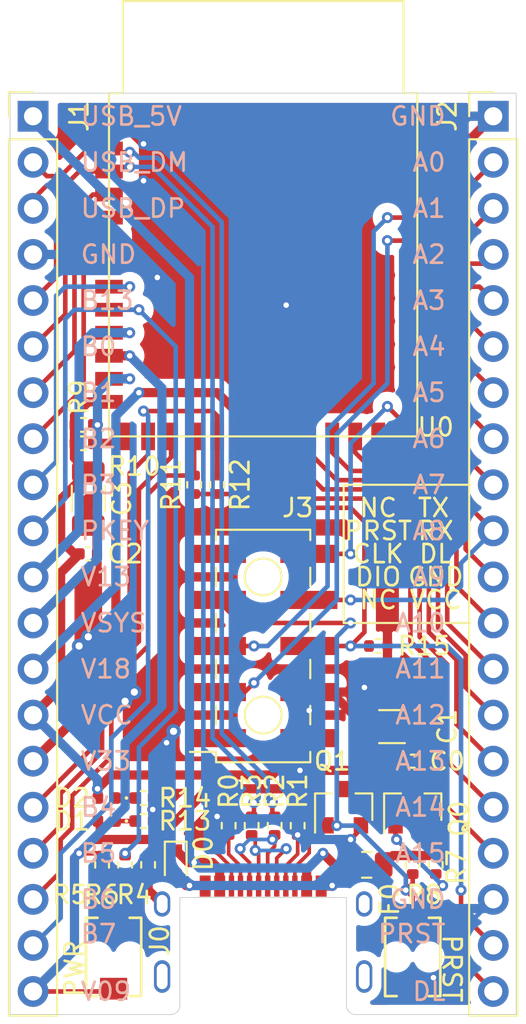
<source format=kicad_pcb>
(kicad_pcb (version 20171130) (host pcbnew "(5.1.12)-1")

  (general
    (thickness 1.6)
    (drawings 65)
    (tracks 525)
    (zones 0)
    (modules 33)
    (nets 53)
  )

  (page A4)
  (layers
    (0 F.Cu signal)
    (31 B.Cu signal)
    (32 B.Adhes user)
    (33 F.Adhes user)
    (34 B.Paste user)
    (35 F.Paste user)
    (36 B.SilkS user)
    (37 F.SilkS user)
    (38 B.Mask user)
    (39 F.Mask user)
    (40 Dwgs.User user)
    (41 Cmts.User user)
    (42 Eco1.User user)
    (43 Eco2.User user)
    (44 Edge.Cuts user)
    (45 Margin user)
    (46 B.CrtYd user)
    (47 F.CrtYd user)
    (48 B.Fab user)
    (49 F.Fab user)
  )

  (setup
    (last_trace_width 0.254)
    (user_trace_width 0.2032)
    (user_trace_width 0.508)
    (user_trace_width 1.27)
    (trace_clearance 0.1778)
    (zone_clearance 0.508)
    (zone_45_only no)
    (trace_min 0.2)
    (via_size 0.6096)
    (via_drill 0.3048)
    (via_min_size 0.4)
    (via_min_drill 0.3)
    (uvia_size 0.3)
    (uvia_drill 0.1)
    (uvias_allowed no)
    (uvia_min_size 0.2)
    (uvia_min_drill 0.1)
    (edge_width 0.05)
    (segment_width 0.2)
    (pcb_text_width 0.3)
    (pcb_text_size 1.5 1.5)
    (mod_edge_width 0.12)
    (mod_text_size 1 1)
    (mod_text_width 0.15)
    (pad_size 1.524 1.524)
    (pad_drill 0.762)
    (pad_to_mask_clearance 0)
    (aux_axis_origin 0 0)
    (visible_elements 7FFFFF7F)
    (pcbplotparams
      (layerselection 0x010fc_ffffffff)
      (usegerberextensions false)
      (usegerberattributes true)
      (usegerberadvancedattributes true)
      (creategerberjobfile true)
      (excludeedgelayer true)
      (linewidth 0.100000)
      (plotframeref false)
      (viasonmask false)
      (mode 1)
      (useauxorigin false)
      (hpglpennumber 1)
      (hpglpenspeed 20)
      (hpglpendiameter 15.000000)
      (psnegative false)
      (psa4output false)
      (plotreference true)
      (plotvalue true)
      (plotinvisibletext false)
      (padsonsilk false)
      (subtractmaskfromsilk false)
      (outputformat 1)
      (mirror false)
      (drillshape 1)
      (scaleselection 1)
      (outputdirectory ""))
  )

  (net 0 "")
  (net 1 /VSYS)
  (net 2 GND)
  (net 3 /VCC)
  (net 4 /USB_5V)
  (net 5 "Net-(D1-Pad1)")
  (net 6 "Net-(D2-Pad1)")
  (net 7 "Net-(F0-Pad1)")
  (net 8 "Net-(J0-PadB5)")
  (net 9 "Net-(J0-PadA6)")
  (net 10 "Net-(J0-PadA5)")
  (net 11 "Net-(J0-PadA7)")
  (net 12 "Net-(J0-PadS1)")
  (net 13 /USB_DM)
  (net 14 /USB_DP)
  (net 15 /B13)
  (net 16 /B0)
  (net 17 /B1)
  (net 18 /B2)
  (net 19 /B3)
  (net 20 /PKEY)
  (net 21 /V13)
  (net 22 /V18)
  (net 23 /V33)
  (net 24 /B4)
  (net 25 /B5)
  (net 26 /B6)
  (net 27 /B7)
  (net 28 /V09)
  (net 29 /DL)
  (net 30 /PRST)
  (net 31 /A15)
  (net 32 /A14)
  (net 33 /A13)
  (net 34 /A12)
  (net 35 /A11)
  (net 36 /A10)
  (net 37 /A9)
  (net 38 /A8)
  (net 39 /A7)
  (net 40 /A6)
  (net 41 /A5)
  (net 42 /A4)
  (net 43 /A3)
  (net 44 /A2)
  (net 45 /A1)
  (net 46 /A0)
  (net 47 "Net-(J3-Pad1)")
  (net 48 "Net-(J3-Pad5)")
  (net 49 "Net-(Q0-Pad1)")
  (net 50 "Net-(R5-Pad2)")
  (net 51 "Net-(U0-Pad37)")
  (net 52 "Net-(U0-Pad38)")

  (net_class Default "This is the default net class."
    (clearance 0.1778)
    (trace_width 0.254)
    (via_dia 0.6096)
    (via_drill 0.3048)
    (uvia_dia 0.3)
    (uvia_drill 0.1)
    (diff_pair_width 0.2032)
    (diff_pair_gap 0.2032)
    (add_net /A0)
    (add_net /A1)
    (add_net /A10)
    (add_net /A11)
    (add_net /A12)
    (add_net /A13)
    (add_net /A14)
    (add_net /A15)
    (add_net /A2)
    (add_net /A3)
    (add_net /A4)
    (add_net /A5)
    (add_net /A6)
    (add_net /A7)
    (add_net /A8)
    (add_net /A9)
    (add_net /B0)
    (add_net /B1)
    (add_net /B13)
    (add_net /B2)
    (add_net /B3)
    (add_net /B4)
    (add_net /B5)
    (add_net /B6)
    (add_net /B7)
    (add_net /DL)
    (add_net /PKEY)
    (add_net /PRST)
    (add_net /USB_5V)
    (add_net /USB_DM)
    (add_net /USB_DP)
    (add_net /V09)
    (add_net /V13)
    (add_net /V18)
    (add_net /V33)
    (add_net /VCC)
    (add_net /VSYS)
    (add_net GND)
    (add_net "Net-(D1-Pad1)")
    (add_net "Net-(D2-Pad1)")
    (add_net "Net-(F0-Pad1)")
    (add_net "Net-(J0-PadA5)")
    (add_net "Net-(J0-PadA6)")
    (add_net "Net-(J0-PadA7)")
    (add_net "Net-(J0-PadB5)")
    (add_net "Net-(J0-PadS1)")
    (add_net "Net-(J3-Pad1)")
    (add_net "Net-(J3-Pad5)")
    (add_net "Net-(Q0-Pad1)")
    (add_net "Net-(R5-Pad2)")
    (add_net "Net-(U0-Pad37)")
    (add_net "Net-(U0-Pad38)")
  )

  (module simonqian:AIC8800M_M1105 (layer F.Cu) (tedit 6192C2A3) (tstamp 619D000C)
    (at 217.17 108.458)
    (path /61927BB3)
    (fp_text reference U0 (at 9.525 11.557) (layer F.SilkS)
      (effects (font (size 1 1) (thickness 0.15)))
    )
    (fp_text value Module_AIC8800M (at 0 10.16) (layer F.Fab) hide
      (effects (font (size 1 1) (thickness 0.15)))
    )
    (fp_line (start -8.509 12.065) (end 8.509 12.065) (layer F.SilkS) (width 0.12))
    (fp_line (start -8.509 12.065) (end -8.509 -6.858) (layer F.SilkS) (width 0.12))
    (fp_line (start -8.509 -6.858) (end -7.747 -6.858) (layer F.SilkS) (width 0.12))
    (fp_line (start -7.747 -6.858) (end -7.747 -11.938) (layer F.SilkS) (width 0.12))
    (fp_line (start -7.747 -11.938) (end 7.747 -11.938) (layer F.SilkS) (width 0.12))
    (fp_line (start 7.747 -11.938) (end 7.747 -6.858) (layer F.SilkS) (width 0.12))
    (fp_line (start 7.747 -6.858) (end 8.509 -6.858) (layer F.SilkS) (width 0.12))
    (fp_line (start 8.509 -6.858) (end 8.509 12.065) (layer F.SilkS) (width 0.12))
    (pad 27 smd rect (at 8.509 10.16) (size 1.524 0.762) (layers F.Cu F.Paste F.Mask)
      (net 38 /A8))
    (pad 26 smd rect (at 7.62 12.065) (size 0.762 1.524) (layers F.Cu F.Paste F.Mask)
      (net 37 /A9))
    (pad 14 smd rect (at -7.62 12.065) (size 0.762 1.524) (layers F.Cu F.Paste F.Mask)
      (net 23 /V33))
    (pad 15 smd rect (at -6.35 12.065) (size 0.762 1.524) (layers F.Cu F.Paste F.Mask)
      (net 24 /B4))
    (pad 16 smd rect (at -5.08 12.065 90) (size 1.524 0.762) (layers F.Cu F.Paste F.Mask)
      (net 25 /B5))
    (pad 17 smd rect (at -3.81 12.065 90) (size 1.524 0.762) (layers F.Cu F.Paste F.Mask)
      (net 26 /B6))
    (pad 18 smd rect (at -2.54 12.065 90) (size 1.524 0.762) (layers F.Cu F.Paste F.Mask)
      (net 27 /B7))
    (pad 19 smd rect (at -1.27 12.065 90) (size 1.524 0.762) (layers F.Cu F.Paste F.Mask)
      (net 28 /V09))
    (pad 20 smd rect (at 0 12.065 90) (size 1.524 0.762) (layers F.Cu F.Paste F.Mask)
      (net 31 /A15))
    (pad 21 smd rect (at 1.27 12.065 90) (size 1.524 0.762) (layers F.Cu F.Paste F.Mask)
      (net 32 /A14))
    (pad 22 smd rect (at 2.54 12.065 90) (size 1.524 0.762) (layers F.Cu F.Paste F.Mask)
      (net 33 /A13))
    (pad 23 smd rect (at 3.81 12.065 90) (size 1.524 0.762) (layers F.Cu F.Paste F.Mask)
      (net 34 /A12))
    (pad 24 smd rect (at 5.08 12.065 90) (size 1.524 0.762) (layers F.Cu F.Paste F.Mask)
      (net 35 /A11))
    (pad 25 smd rect (at 6.35 12.065 90) (size 1.524 0.762) (layers F.Cu F.Paste F.Mask)
      (net 36 /A10))
    (pad 28 smd rect (at 8.509 8.89 180) (size 1.524 0.762) (layers F.Cu F.Paste F.Mask)
      (net 39 /A7))
    (pad 29 smd rect (at 8.509 7.62 180) (size 1.524 0.762) (layers F.Cu F.Paste F.Mask)
      (net 40 /A6))
    (pad 30 smd rect (at 8.509 6.35 180) (size 1.524 0.762) (layers F.Cu F.Paste F.Mask)
      (net 41 /A5))
    (pad 31 smd rect (at 8.509 5.08 180) (size 1.524 0.762) (layers F.Cu F.Paste F.Mask)
      (net 42 /A4))
    (pad 32 smd rect (at 8.509 3.81 180) (size 1.524 0.762) (layers F.Cu F.Paste F.Mask)
      (net 43 /A3))
    (pad 33 smd rect (at 8.509 2.54 180) (size 1.524 0.762) (layers F.Cu F.Paste F.Mask)
      (net 44 /A2))
    (pad 34 smd rect (at 8.509 1.27 180) (size 1.524 0.762) (layers F.Cu F.Paste F.Mask)
      (net 45 /A1))
    (pad 35 smd rect (at 8.509 0 180) (size 1.524 0.762) (layers F.Cu F.Paste F.Mask)
      (net 46 /A0))
    (pad 36 smd rect (at 8.509 -1.27 180) (size 1.524 0.762) (layers F.Cu F.Paste F.Mask)
      (net 2 GND))
    (pad 37 smd rect (at 8.509 -2.54 180) (size 1.524 0.762) (layers F.Cu F.Paste F.Mask)
      (net 51 "Net-(U0-Pad37)"))
    (pad 38 smd rect (at 8.509 -3.81 180) (size 1.524 0.762) (layers F.Cu F.Paste F.Mask)
      (net 52 "Net-(U0-Pad38)"))
    (pad 39 smd rect (at 8.509 -5.08 180) (size 1.524 0.762) (layers F.Cu F.Paste F.Mask)
      (net 2 GND))
    (pad 13 smd rect (at -8.509 10.16 180) (size 1.524 0.762) (layers F.Cu F.Paste F.Mask)
      (net 3 /VCC))
    (pad 1 smd rect (at -8.509 -5.08 180) (size 1.524 0.762) (layers F.Cu F.Paste F.Mask)
      (net 2 GND))
    (pad 2 smd rect (at -8.509 -3.81 180) (size 1.524 0.762) (layers F.Cu F.Paste F.Mask)
      (net 13 /USB_DM))
    (pad 3 smd rect (at -8.509 -2.54 180) (size 1.524 0.762) (layers F.Cu F.Paste F.Mask)
      (net 14 /USB_DP))
    (pad 4 smd rect (at -8.509 -1.27 180) (size 1.524 0.762) (layers F.Cu F.Paste F.Mask)
      (net 15 /B13))
    (pad 5 smd rect (at -8.509 0 180) (size 1.524 0.762) (layers F.Cu F.Paste F.Mask)
      (net 16 /B0))
    (pad 6 smd rect (at -8.509 1.27 180) (size 1.524 0.762) (layers F.Cu F.Paste F.Mask)
      (net 17 /B1))
    (pad 7 smd rect (at -8.509 2.54 180) (size 1.524 0.762) (layers F.Cu F.Paste F.Mask)
      (net 18 /B2))
    (pad 8 smd rect (at -8.509 3.81 180) (size 1.524 0.762) (layers F.Cu F.Paste F.Mask)
      (net 19 /B3))
    (pad 9 smd rect (at -8.509 5.08 180) (size 1.524 0.762) (layers F.Cu F.Paste F.Mask)
      (net 20 /PKEY))
    (pad 10 smd rect (at -8.509 6.35 180) (size 1.524 0.762) (layers F.Cu F.Paste F.Mask)
      (net 21 /V13))
    (pad 11 smd rect (at -8.509 7.62 180) (size 1.524 0.762) (layers F.Cu F.Paste F.Mask)
      (net 1 /VSYS))
    (pad 12 smd rect (at -8.509 8.89 180) (size 1.524 0.762) (layers F.Cu F.Paste F.Mask)
      (net 22 /V18))
    (pad 40 smd rect (at 1.3335 2.0955 180) (size 3.556 3.556) (layers F.Cu F.Paste F.Mask)
      (net 2 GND))
  )

  (module Capacitor_SMD:C_0402_1005Metric (layer F.Cu) (tedit 5F68FEEE) (tstamp 619CCECC)
    (at 225.425 138.43 180)
    (descr "Capacitor SMD 0402 (1005 Metric), square (rectangular) end terminal, IPC_7351 nominal, (Body size source: IPC-SM-782 page 76, https://www.pcb-3d.com/wordpress/wp-content/uploads/ipc-sm-782a_amendment_1_and_2.pdf), generated with kicad-footprint-generator")
    (tags capacitor)
    (path /61934127)
    (attr smd)
    (fp_text reference C0 (at -1.905 0) (layer F.SilkS)
      (effects (font (size 1 1) (thickness 0.15)))
    )
    (fp_text value 10uF (at 0 1.16) (layer F.Fab) hide
      (effects (font (size 1 1) (thickness 0.15)))
    )
    (fp_line (start -0.5 0.25) (end -0.5 -0.25) (layer F.Fab) (width 0.1))
    (fp_line (start -0.5 -0.25) (end 0.5 -0.25) (layer F.Fab) (width 0.1))
    (fp_line (start 0.5 -0.25) (end 0.5 0.25) (layer F.Fab) (width 0.1))
    (fp_line (start 0.5 0.25) (end -0.5 0.25) (layer F.Fab) (width 0.1))
    (fp_line (start -0.107836 -0.36) (end 0.107836 -0.36) (layer F.SilkS) (width 0.12))
    (fp_line (start -0.107836 0.36) (end 0.107836 0.36) (layer F.SilkS) (width 0.12))
    (fp_line (start -0.91 0.46) (end -0.91 -0.46) (layer F.CrtYd) (width 0.05))
    (fp_line (start -0.91 -0.46) (end 0.91 -0.46) (layer F.CrtYd) (width 0.05))
    (fp_line (start 0.91 -0.46) (end 0.91 0.46) (layer F.CrtYd) (width 0.05))
    (fp_line (start 0.91 0.46) (end -0.91 0.46) (layer F.CrtYd) (width 0.05))
    (fp_text user %R (at 0 0) (layer F.Fab)
      (effects (font (size 0.25 0.25) (thickness 0.04)))
    )
    (pad 1 smd roundrect (at -0.48 0 180) (size 0.56 0.62) (layers F.Cu F.Paste F.Mask) (roundrect_rratio 0.25)
      (net 1 /VSYS))
    (pad 2 smd roundrect (at 0.48 0 180) (size 0.56 0.62) (layers F.Cu F.Paste F.Mask) (roundrect_rratio 0.25)
      (net 2 GND))
    (model ${KISYS3DMOD}/Capacitor_SMD.3dshapes/C_0402_1005Metric.wrl
      (at (xyz 0 0 0))
      (scale (xyz 1 1 1))
      (rotate (xyz 0 0 0))
    )
  )

  (module Capacitor_SMD:C_1206_3216Metric (layer F.Cu) (tedit 5F68FEEE) (tstamp 619CCE5B)
    (at 224.282 136.525 180)
    (descr "Capacitor SMD 1206 (3216 Metric), square (rectangular) end terminal, IPC_7351 nominal, (Body size source: IPC-SM-782 page 76, https://www.pcb-3d.com/wordpress/wp-content/uploads/ipc-sm-782a_amendment_1_and_2.pdf), generated with kicad-footprint-generator")
    (tags capacitor)
    (path /619C2EA6)
    (attr smd)
    (fp_text reference C1 (at -3.048 0 270) (layer F.SilkS)
      (effects (font (size 1 1) (thickness 0.15)))
    )
    (fp_text value 100uF (at 0 1.85) (layer F.Fab) hide
      (effects (font (size 1 1) (thickness 0.15)))
    )
    (fp_line (start -1.6 0.8) (end -1.6 -0.8) (layer F.Fab) (width 0.1))
    (fp_line (start -1.6 -0.8) (end 1.6 -0.8) (layer F.Fab) (width 0.1))
    (fp_line (start 1.6 -0.8) (end 1.6 0.8) (layer F.Fab) (width 0.1))
    (fp_line (start 1.6 0.8) (end -1.6 0.8) (layer F.Fab) (width 0.1))
    (fp_line (start -0.711252 -0.91) (end 0.711252 -0.91) (layer F.SilkS) (width 0.12))
    (fp_line (start -0.711252 0.91) (end 0.711252 0.91) (layer F.SilkS) (width 0.12))
    (fp_line (start -2.3 1.15) (end -2.3 -1.15) (layer F.CrtYd) (width 0.05))
    (fp_line (start -2.3 -1.15) (end 2.3 -1.15) (layer F.CrtYd) (width 0.05))
    (fp_line (start 2.3 -1.15) (end 2.3 1.15) (layer F.CrtYd) (width 0.05))
    (fp_line (start 2.3 1.15) (end -2.3 1.15) (layer F.CrtYd) (width 0.05))
    (fp_text user %R (at 0 0) (layer F.Fab)
      (effects (font (size 0.8 0.8) (thickness 0.12)))
    )
    (pad 1 smd roundrect (at -1.475 0 180) (size 1.15 1.8) (layers F.Cu F.Paste F.Mask) (roundrect_rratio 0.217391)
      (net 1 /VSYS))
    (pad 2 smd roundrect (at 1.475 0 180) (size 1.15 1.8) (layers F.Cu F.Paste F.Mask) (roundrect_rratio 0.217391)
      (net 2 GND))
    (model ${KISYS3DMOD}/Capacitor_SMD.3dshapes/C_1206_3216Metric.wrl
      (at (xyz 0 0 0))
      (scale (xyz 1 1 1))
      (rotate (xyz 0 0 0))
    )
  )

  (module Capacitor_SMD:C_0402_1005Metric (layer F.Cu) (tedit 5F68FEEE) (tstamp 6195C519)
    (at 207.518 127)
    (descr "Capacitor SMD 0402 (1005 Metric), square (rectangular) end terminal, IPC_7351 nominal, (Body size source: IPC-SM-782 page 76, https://www.pcb-3d.com/wordpress/wp-content/uploads/ipc-sm-782a_amendment_1_and_2.pdf), generated with kicad-footprint-generator")
    (tags capacitor)
    (path /61935504)
    (attr smd)
    (fp_text reference C2 (at 2.032 0) (layer F.SilkS)
      (effects (font (size 1 1) (thickness 0.15)))
    )
    (fp_text value 10uF (at 0 1.16) (layer F.Fab) hide
      (effects (font (size 1 1) (thickness 0.15)))
    )
    (fp_line (start 0.91 0.46) (end -0.91 0.46) (layer F.CrtYd) (width 0.05))
    (fp_line (start 0.91 -0.46) (end 0.91 0.46) (layer F.CrtYd) (width 0.05))
    (fp_line (start -0.91 -0.46) (end 0.91 -0.46) (layer F.CrtYd) (width 0.05))
    (fp_line (start -0.91 0.46) (end -0.91 -0.46) (layer F.CrtYd) (width 0.05))
    (fp_line (start -0.107836 0.36) (end 0.107836 0.36) (layer F.SilkS) (width 0.12))
    (fp_line (start -0.107836 -0.36) (end 0.107836 -0.36) (layer F.SilkS) (width 0.12))
    (fp_line (start 0.5 0.25) (end -0.5 0.25) (layer F.Fab) (width 0.1))
    (fp_line (start 0.5 -0.25) (end 0.5 0.25) (layer F.Fab) (width 0.1))
    (fp_line (start -0.5 -0.25) (end 0.5 -0.25) (layer F.Fab) (width 0.1))
    (fp_line (start -0.5 0.25) (end -0.5 -0.25) (layer F.Fab) (width 0.1))
    (fp_text user %R (at 0 0) (layer F.Fab)
      (effects (font (size 0.25 0.25) (thickness 0.04)))
    )
    (pad 2 smd roundrect (at 0.48 0) (size 0.56 0.62) (layers F.Cu F.Paste F.Mask) (roundrect_rratio 0.25)
      (net 2 GND))
    (pad 1 smd roundrect (at -0.48 0) (size 0.56 0.62) (layers F.Cu F.Paste F.Mask) (roundrect_rratio 0.25)
      (net 3 /VCC))
    (model ${KISYS3DMOD}/Capacitor_SMD.3dshapes/C_0402_1005Metric.wrl
      (at (xyz 0 0 0))
      (scale (xyz 1 1 1))
      (rotate (xyz 0 0 0))
    )
  )

  (module Diode_SMD:D_SOD-523 (layer F.Cu) (tedit 586419F0) (tstamp 619CCB39)
    (at 212.344 144.018 270)
    (descr "http://www.diodes.com/datasheets/ap02001.pdf p.144")
    (tags "Diode SOD523")
    (path /6195A35A)
    (attr smd)
    (fp_text reference D0 (at -0.508 -1.524 90) (layer F.SilkS)
      (effects (font (size 1 1) (thickness 0.15)))
    )
    (fp_text value LESD5Z5.0CT1G (at 0 1.4 90) (layer F.Fab) hide
      (effects (font (size 1 1) (thickness 0.15)))
    )
    (fp_line (start -1.15 -0.6) (end -1.15 0.6) (layer F.SilkS) (width 0.12))
    (fp_line (start 1.25 -0.7) (end 1.25 0.7) (layer F.CrtYd) (width 0.05))
    (fp_line (start -1.25 -0.7) (end 1.25 -0.7) (layer F.CrtYd) (width 0.05))
    (fp_line (start -1.25 0.7) (end -1.25 -0.7) (layer F.CrtYd) (width 0.05))
    (fp_line (start 1.25 0.7) (end -1.25 0.7) (layer F.CrtYd) (width 0.05))
    (fp_line (start 0.1 0) (end 0.25 0) (layer F.Fab) (width 0.1))
    (fp_line (start 0.1 -0.2) (end -0.2 0) (layer F.Fab) (width 0.1))
    (fp_line (start 0.1 0.2) (end 0.1 -0.2) (layer F.Fab) (width 0.1))
    (fp_line (start -0.2 0) (end 0.1 0.2) (layer F.Fab) (width 0.1))
    (fp_line (start -0.2 0) (end -0.35 0) (layer F.Fab) (width 0.1))
    (fp_line (start -0.2 0.2) (end -0.2 -0.2) (layer F.Fab) (width 0.1))
    (fp_line (start 0.65 -0.45) (end 0.65 0.45) (layer F.Fab) (width 0.1))
    (fp_line (start -0.65 -0.45) (end 0.65 -0.45) (layer F.Fab) (width 0.1))
    (fp_line (start -0.65 0.45) (end -0.65 -0.45) (layer F.Fab) (width 0.1))
    (fp_line (start 0.65 0.45) (end -0.65 0.45) (layer F.Fab) (width 0.1))
    (fp_line (start 0.7 -0.6) (end -1.15 -0.6) (layer F.SilkS) (width 0.12))
    (fp_line (start 0.7 0.6) (end -1.15 0.6) (layer F.SilkS) (width 0.12))
    (fp_text user %R (at 0 -1.3 90) (layer F.Fab) hide
      (effects (font (size 1 1) (thickness 0.15)))
    )
    (pad 2 smd rect (at 0.7 0 90) (size 0.6 0.7) (layers F.Cu F.Paste F.Mask)
      (net 2 GND))
    (pad 1 smd rect (at -0.7 0 90) (size 0.6 0.7) (layers F.Cu F.Paste F.Mask)
      (net 4 /USB_5V))
    (model ${KISYS3DMOD}/Diode_SMD.3dshapes/D_SOD-523.wrl
      (at (xyz 0 0 0))
      (scale (xyz 1 1 1))
      (rotate (xyz 0 0 0))
    )
  )

  (module LED_SMD:LED_0402_1005Metric (layer F.Cu) (tedit 5F68FEF1) (tstamp 619CC195)
    (at 208.534 141.732 180)
    (descr "LED SMD 0402 (1005 Metric), square (rectangular) end terminal, IPC_7351 nominal, (Body size source: http://www.tortai-tech.com/upload/download/2011102023233369053.pdf), generated with kicad-footprint-generator")
    (tags LED)
    (path /61B49A20)
    (attr smd)
    (fp_text reference D1 (at 1.905 0 180) (layer F.SilkS)
      (effects (font (size 1 1) (thickness 0.15)))
    )
    (fp_text value LED (at 0 1.17) (layer F.Fab) hide
      (effects (font (size 1 1) (thickness 0.15)))
    )
    (fp_line (start 0.93 0.47) (end -0.93 0.47) (layer F.CrtYd) (width 0.05))
    (fp_line (start 0.93 -0.47) (end 0.93 0.47) (layer F.CrtYd) (width 0.05))
    (fp_line (start -0.93 -0.47) (end 0.93 -0.47) (layer F.CrtYd) (width 0.05))
    (fp_line (start -0.93 0.47) (end -0.93 -0.47) (layer F.CrtYd) (width 0.05))
    (fp_line (start -0.3 0.25) (end -0.3 -0.25) (layer F.Fab) (width 0.1))
    (fp_line (start -0.4 0.25) (end -0.4 -0.25) (layer F.Fab) (width 0.1))
    (fp_line (start 0.5 0.25) (end -0.5 0.25) (layer F.Fab) (width 0.1))
    (fp_line (start 0.5 -0.25) (end 0.5 0.25) (layer F.Fab) (width 0.1))
    (fp_line (start -0.5 -0.25) (end 0.5 -0.25) (layer F.Fab) (width 0.1))
    (fp_line (start -0.5 0.25) (end -0.5 -0.25) (layer F.Fab) (width 0.1))
    (fp_circle (center -1.09 0) (end -1.04 0) (layer F.SilkS) (width 0.1))
    (fp_text user %R (at 0 0) (layer F.Fab)
      (effects (font (size 0.25 0.25) (thickness 0.04)))
    )
    (pad 2 smd roundrect (at 0.485 0 180) (size 0.59 0.64) (layers F.Cu F.Paste F.Mask) (roundrect_rratio 0.25)
      (net 1 /VSYS))
    (pad 1 smd roundrect (at -0.485 0 180) (size 0.59 0.64) (layers F.Cu F.Paste F.Mask) (roundrect_rratio 0.25)
      (net 5 "Net-(D1-Pad1)"))
    (model ${KISYS3DMOD}/LED_SMD.3dshapes/LED_0402_1005Metric.wrl
      (at (xyz 0 0 0))
      (scale (xyz 1 1 1))
      (rotate (xyz 0 0 0))
    )
  )

  (module LED_SMD:LED_0402_1005Metric (layer F.Cu) (tedit 5F68FEF1) (tstamp 6195B152)
    (at 208.534 140.462 180)
    (descr "LED SMD 0402 (1005 Metric), square (rectangular) end terminal, IPC_7351 nominal, (Body size source: http://www.tortai-tech.com/upload/download/2011102023233369053.pdf), generated with kicad-footprint-generator")
    (tags LED)
    (path /61B5E9BF)
    (attr smd)
    (fp_text reference D2 (at 1.905 0) (layer F.SilkS)
      (effects (font (size 1 1) (thickness 0.15)))
    )
    (fp_text value LED (at 0 1.17) (layer F.Fab) hide
      (effects (font (size 1 1) (thickness 0.15)))
    )
    (fp_circle (center -1.09 0) (end -1.04 0) (layer F.SilkS) (width 0.1))
    (fp_line (start -0.5 0.25) (end -0.5 -0.25) (layer F.Fab) (width 0.1))
    (fp_line (start -0.5 -0.25) (end 0.5 -0.25) (layer F.Fab) (width 0.1))
    (fp_line (start 0.5 -0.25) (end 0.5 0.25) (layer F.Fab) (width 0.1))
    (fp_line (start 0.5 0.25) (end -0.5 0.25) (layer F.Fab) (width 0.1))
    (fp_line (start -0.4 0.25) (end -0.4 -0.25) (layer F.Fab) (width 0.1))
    (fp_line (start -0.3 0.25) (end -0.3 -0.25) (layer F.Fab) (width 0.1))
    (fp_line (start -0.93 0.47) (end -0.93 -0.47) (layer F.CrtYd) (width 0.05))
    (fp_line (start -0.93 -0.47) (end 0.93 -0.47) (layer F.CrtYd) (width 0.05))
    (fp_line (start 0.93 -0.47) (end 0.93 0.47) (layer F.CrtYd) (width 0.05))
    (fp_line (start 0.93 0.47) (end -0.93 0.47) (layer F.CrtYd) (width 0.05))
    (fp_text user %R (at 0 0) (layer F.Fab)
      (effects (font (size 0.25 0.25) (thickness 0.04)))
    )
    (pad 1 smd roundrect (at -0.485 0 180) (size 0.59 0.64) (layers F.Cu F.Paste F.Mask) (roundrect_rratio 0.25)
      (net 6 "Net-(D2-Pad1)"))
    (pad 2 smd roundrect (at 0.485 0 180) (size 0.59 0.64) (layers F.Cu F.Paste F.Mask) (roundrect_rratio 0.25)
      (net 3 /VCC))
    (model ${KISYS3DMOD}/LED_SMD.3dshapes/LED_0402_1005Metric.wrl
      (at (xyz 0 0 0))
      (scale (xyz 1 1 1))
      (rotate (xyz 0 0 0))
    )
  )

  (module Fuse:Fuse_0805_2012Metric (layer F.Cu) (tedit 5F68FEF1) (tstamp 6195AF74)
    (at 222.885 144.145 180)
    (descr "Fuse SMD 0805 (2012 Metric), square (rectangular) end terminal, IPC_7351 nominal, (Body size source: https://docs.google.com/spreadsheets/d/1BsfQQcO9C6DZCsRaXUlFlo91Tg2WpOkGARC1WS5S8t0/edit?usp=sharing), generated with kicad-footprint-generator")
    (tags fuse)
    (path /6195339D)
    (attr smd)
    (fp_text reference F0 (at -1.27 -1.905 90) (layer F.SilkS)
      (effects (font (size 1 1) (thickness 0.15)))
    )
    (fp_text value Polyfuse (at 0 1.65) (layer F.Fab) hide
      (effects (font (size 1 1) (thickness 0.15)))
    )
    (fp_line (start -1 0.6) (end -1 -0.6) (layer F.Fab) (width 0.1))
    (fp_line (start -1 -0.6) (end 1 -0.6) (layer F.Fab) (width 0.1))
    (fp_line (start 1 -0.6) (end 1 0.6) (layer F.Fab) (width 0.1))
    (fp_line (start 1 0.6) (end -1 0.6) (layer F.Fab) (width 0.1))
    (fp_line (start -0.258578 -0.71) (end 0.258578 -0.71) (layer F.SilkS) (width 0.12))
    (fp_line (start -0.258578 0.71) (end 0.258578 0.71) (layer F.SilkS) (width 0.12))
    (fp_line (start -1.68 0.95) (end -1.68 -0.95) (layer F.CrtYd) (width 0.05))
    (fp_line (start -1.68 -0.95) (end 1.68 -0.95) (layer F.CrtYd) (width 0.05))
    (fp_line (start 1.68 -0.95) (end 1.68 0.95) (layer F.CrtYd) (width 0.05))
    (fp_line (start 1.68 0.95) (end -1.68 0.95) (layer F.CrtYd) (width 0.05))
    (fp_text user %R (at 0 0) (layer F.Fab)
      (effects (font (size 0.5 0.5) (thickness 0.08)))
    )
    (pad 1 smd roundrect (at -0.9375 0 180) (size 0.975 1.4) (layers F.Cu F.Paste F.Mask) (roundrect_rratio 0.25)
      (net 7 "Net-(F0-Pad1)"))
    (pad 2 smd roundrect (at 0.9375 0 180) (size 0.975 1.4) (layers F.Cu F.Paste F.Mask) (roundrect_rratio 0.25)
      (net 4 /USB_5V))
    (model ${KISYS3DMOD}/Fuse.3dshapes/Fuse_0805_2012Metric.wrl
      (at (xyz 0 0 0))
      (scale (xyz 1 1 1))
      (rotate (xyz 0 0 0))
    )
  )

  (module simonqian:USB_C_Receptacle_Palconn_UTC16-G_DOWN1.6 (layer F.Cu) (tedit 60A0C30E) (tstamp 6195B70A)
    (at 217.17 147.828)
    (descr http://www.palpilot.com/wp-content/uploads/2017/05/UTC027-GKN-OR-Rev-A.pdf)
    (tags "USB C Type-C Receptacle USB2.0")
    (path /61930A3C)
    (attr smd)
    (fp_text reference J0 (at -5.715 0.508 90) (layer F.SilkS)
      (effects (font (size 1 1) (thickness 0.15)))
    )
    (fp_text value USB_C_Receptacle_USB2.0 (at 0 6.24) (layer F.Fab) hide
      (effects (font (size 1 1) (thickness 0.15)))
    )
    (fp_line (start -4.5974 4.6228) (end -4.5974 -1.8796) (layer Dwgs.User) (width 0.05))
    (fp_line (start 4.5974 4.6228) (end -4.5974 4.6228) (layer Dwgs.User) (width 0.05))
    (fp_line (start 4.5974 -1.8796) (end 4.5974 4.6228) (layer Dwgs.User) (width 0.05))
    (fp_line (start -4.5974 -1.8796) (end 4.5974 -1.8796) (layer Dwgs.User) (width 0.05))
    (pad A12 smd rect (at 3.2 -2.51) (size 0.6 1.16) (layers F.Cu F.Paste F.Mask)
      (net 2 GND))
    (pad A9 smd rect (at 2.4 -2.51) (size 0.6 1.16) (layers F.Cu F.Paste F.Mask)
      (net 4 /USB_5V))
    (pad B1 smd rect (at 3.2 -2.51) (size 0.6 1.16) (layers F.Cu F.Paste F.Mask)
      (net 2 GND))
    (pad B4 smd rect (at 2.4 -2.51) (size 0.6 1.16) (layers F.Cu F.Paste F.Mask)
      (net 4 /USB_5V))
    (pad B12 smd rect (at -3.2 -2.51) (size 0.6 1.16) (layers F.Cu F.Paste F.Mask)
      (net 2 GND))
    (pad A1 smd rect (at -3.2 -2.51) (size 0.6 1.16) (layers F.Cu F.Paste F.Mask)
      (net 2 GND))
    (pad B9 smd rect (at -2.4 -2.51) (size 0.6 1.16) (layers F.Cu F.Paste F.Mask)
      (net 4 /USB_5V))
    (pad A4 smd rect (at -2.4 -2.51) (size 0.6 1.16) (layers F.Cu F.Paste F.Mask)
      (net 4 /USB_5V))
    (pad B5 smd rect (at 1.75 -2.51 180) (size 0.3 1.16) (layers F.Cu F.Paste F.Mask)
      (net 8 "Net-(J0-PadB5)"))
    (pad B6 smd rect (at 0.75 -2.51 180) (size 0.3 1.16) (layers F.Cu F.Paste F.Mask)
      (net 9 "Net-(J0-PadA6)"))
    (pad A8 smd rect (at 1.25 -2.51 180) (size 0.3 1.16) (layers F.Cu F.Paste F.Mask)
      (net 2 GND))
    (pad A5 smd rect (at -1.25 -2.51 180) (size 0.3 1.16) (layers F.Cu F.Paste F.Mask)
      (net 10 "Net-(J0-PadA5)"))
    (pad B8 smd rect (at -1.75 -2.51 180) (size 0.3 1.16) (layers F.Cu F.Paste F.Mask)
      (net 2 GND))
    (pad A7 smd rect (at 0.25 -2.51 180) (size 0.3 1.16) (layers F.Cu F.Paste F.Mask)
      (net 11 "Net-(J0-PadA7)"))
    (pad A6 smd rect (at -0.25 -2.51 180) (size 0.3 1.16) (layers F.Cu F.Paste F.Mask)
      (net 9 "Net-(J0-PadA6)"))
    (pad B7 smd rect (at -0.75 -2.51 180) (size 0.3 1.16) (layers F.Cu F.Paste F.Mask)
      (net 11 "Net-(J0-PadA7)"))
    (pad S1 thru_hole oval (at 5.575 2.475 90) (size 1.8 0.9) (drill oval 1.4 0.6) (layers *.Cu *.Mask)
      (net 12 "Net-(J0-PadS1)"))
    (pad S1 thru_hole oval (at -5.575 2.475 90) (size 1.8 0.9) (drill oval 1.4 0.6) (layers *.Cu *.Mask)
      (net 12 "Net-(J0-PadS1)"))
    (pad S1 thru_hole oval (at 5.575 -1.525 90) (size 1.4 0.9) (drill oval 1 0.6) (layers *.Cu *.Mask)
      (net 12 "Net-(J0-PadS1)"))
    (pad S1 thru_hole oval (at -5.575 -1.525 90) (size 1.4 0.9) (drill oval 1 0.6) (layers *.Cu *.Mask)
      (net 12 "Net-(J0-PadS1)"))
    (model ${KISYS3DMOD}/Connector_USB.3dshapes/USB_C_Receptacle_Palconn_UTC16-G.wrl
      (at (xyz 0 0 0))
      (scale (xyz 1 1 1))
      (rotate (xyz 0 0 0))
    )
  )

  (module Connector_PinHeader_2.54mm:PinHeader_1x20_P2.54mm_Vertical (layer F.Cu) (tedit 59FED5CC) (tstamp 619C7FD5)
    (at 204.47 102.87)
    (descr "Through hole straight pin header, 1x20, 2.54mm pitch, single row")
    (tags "Through hole pin header THT 1x20 2.54mm single row")
    (path /619EC284)
    (fp_text reference J1 (at 2.54 0 90) (layer F.SilkS)
      (effects (font (size 1 1) (thickness 0.15)))
    )
    (fp_text value Conn_01x20 (at 0 50.59) (layer F.Fab) hide
      (effects (font (size 1 1) (thickness 0.15)))
    )
    (fp_line (start -0.635 -1.27) (end 1.27 -1.27) (layer F.Fab) (width 0.1))
    (fp_line (start 1.27 -1.27) (end 1.27 49.53) (layer F.Fab) (width 0.1))
    (fp_line (start 1.27 49.53) (end -1.27 49.53) (layer F.Fab) (width 0.1))
    (fp_line (start -1.27 49.53) (end -1.27 -0.635) (layer F.Fab) (width 0.1))
    (fp_line (start -1.27 -0.635) (end -0.635 -1.27) (layer F.Fab) (width 0.1))
    (fp_line (start -1.33 49.59) (end 1.33 49.59) (layer F.SilkS) (width 0.12))
    (fp_line (start -1.33 1.27) (end -1.33 49.59) (layer F.SilkS) (width 0.12))
    (fp_line (start 1.33 1.27) (end 1.33 49.59) (layer F.SilkS) (width 0.12))
    (fp_line (start -1.33 1.27) (end 1.33 1.27) (layer F.SilkS) (width 0.12))
    (fp_line (start -1.33 0) (end -1.33 -1.33) (layer F.SilkS) (width 0.12))
    (fp_line (start -1.33 -1.33) (end 0 -1.33) (layer F.SilkS) (width 0.12))
    (fp_line (start -1.8 -1.8) (end -1.8 50.05) (layer F.CrtYd) (width 0.05))
    (fp_line (start -1.8 50.05) (end 1.8 50.05) (layer F.CrtYd) (width 0.05))
    (fp_line (start 1.8 50.05) (end 1.8 -1.8) (layer F.CrtYd) (width 0.05))
    (fp_line (start 1.8 -1.8) (end -1.8 -1.8) (layer F.CrtYd) (width 0.05))
    (fp_text user %R (at 0 24.13 90) (layer F.Fab)
      (effects (font (size 1 1) (thickness 0.15)))
    )
    (pad 1 thru_hole rect (at 0 0) (size 1.7 1.7) (drill 1) (layers *.Cu *.Mask)
      (net 4 /USB_5V))
    (pad 2 thru_hole oval (at 0 2.54) (size 1.7 1.7) (drill 1) (layers *.Cu *.Mask)
      (net 13 /USB_DM))
    (pad 3 thru_hole oval (at 0 5.08) (size 1.7 1.7) (drill 1) (layers *.Cu *.Mask)
      (net 14 /USB_DP))
    (pad 4 thru_hole oval (at 0 7.62) (size 1.7 1.7) (drill 1) (layers *.Cu *.Mask)
      (net 2 GND))
    (pad 5 thru_hole oval (at 0 10.16) (size 1.7 1.7) (drill 1) (layers *.Cu *.Mask)
      (net 15 /B13))
    (pad 6 thru_hole oval (at 0 12.7) (size 1.7 1.7) (drill 1) (layers *.Cu *.Mask)
      (net 16 /B0))
    (pad 7 thru_hole oval (at 0 15.24) (size 1.7 1.7) (drill 1) (layers *.Cu *.Mask)
      (net 17 /B1))
    (pad 8 thru_hole oval (at 0 17.78) (size 1.7 1.7) (drill 1) (layers *.Cu *.Mask)
      (net 18 /B2))
    (pad 9 thru_hole oval (at 0 20.32) (size 1.7 1.7) (drill 1) (layers *.Cu *.Mask)
      (net 19 /B3))
    (pad 10 thru_hole oval (at 0 22.86) (size 1.7 1.7) (drill 1) (layers *.Cu *.Mask)
      (net 20 /PKEY))
    (pad 11 thru_hole oval (at 0 25.4) (size 1.7 1.7) (drill 1) (layers *.Cu *.Mask)
      (net 21 /V13))
    (pad 12 thru_hole oval (at 0 27.94) (size 1.7 1.7) (drill 1) (layers *.Cu *.Mask)
      (net 22 /V18))
    (pad 13 thru_hole oval (at 0 30.48) (size 1.7 1.7) (drill 1) (layers *.Cu *.Mask)
      (net 28 /V09))
    (pad 14 thru_hole oval (at 0 33.02) (size 1.7 1.7) (drill 1) (layers *.Cu *.Mask)
      (net 3 /VCC))
    (pad 15 thru_hole oval (at 0 35.56) (size 1.7 1.7) (drill 1) (layers *.Cu *.Mask)
      (net 23 /V33))
    (pad 16 thru_hole oval (at 0 38.1) (size 1.7 1.7) (drill 1) (layers *.Cu *.Mask)
      (net 24 /B4))
    (pad 17 thru_hole oval (at 0 40.64) (size 1.7 1.7) (drill 1) (layers *.Cu *.Mask)
      (net 25 /B5))
    (pad 18 thru_hole oval (at 0 43.18) (size 1.7 1.7) (drill 1) (layers *.Cu *.Mask)
      (net 26 /B6))
    (pad 19 thru_hole oval (at 0 45.72) (size 1.7 1.7) (drill 1) (layers *.Cu *.Mask)
      (net 27 /B7))
    (pad 20 thru_hole oval (at 0 48.26) (size 1.7 1.7) (drill 1) (layers *.Cu *.Mask)
      (net 1 /VSYS))
    (model ${KISYS3DMOD}/Connector_PinHeader_2.54mm.3dshapes/PinHeader_1x20_P2.54mm_Vertical.wrl
      (at (xyz 0 0 0))
      (scale (xyz 1 1 1))
      (rotate (xyz 0 0 0))
    )
  )

  (module Connector_PinHeader_2.54mm:PinHeader_1x20_P2.54mm_Vertical (layer F.Cu) (tedit 59FED5CC) (tstamp 619C8237)
    (at 229.87 102.87)
    (descr "Through hole straight pin header, 1x20, 2.54mm pitch, single row")
    (tags "Through hole pin header THT 1x20 2.54mm single row")
    (path /619EA227)
    (fp_text reference J2 (at -2.54 0 90) (layer F.SilkS)
      (effects (font (size 1 1) (thickness 0.15)))
    )
    (fp_text value Conn_01x20 (at 0 50.59) (layer F.Fab) hide
      (effects (font (size 1 1) (thickness 0.15)))
    )
    (fp_line (start 1.8 -1.8) (end -1.8 -1.8) (layer F.CrtYd) (width 0.05))
    (fp_line (start 1.8 50.05) (end 1.8 -1.8) (layer F.CrtYd) (width 0.05))
    (fp_line (start -1.8 50.05) (end 1.8 50.05) (layer F.CrtYd) (width 0.05))
    (fp_line (start -1.8 -1.8) (end -1.8 50.05) (layer F.CrtYd) (width 0.05))
    (fp_line (start -1.33 -1.33) (end 0 -1.33) (layer F.SilkS) (width 0.12))
    (fp_line (start -1.33 0) (end -1.33 -1.33) (layer F.SilkS) (width 0.12))
    (fp_line (start -1.33 1.27) (end 1.33 1.27) (layer F.SilkS) (width 0.12))
    (fp_line (start 1.33 1.27) (end 1.33 49.59) (layer F.SilkS) (width 0.12))
    (fp_line (start -1.33 1.27) (end -1.33 49.59) (layer F.SilkS) (width 0.12))
    (fp_line (start -1.33 49.59) (end 1.33 49.59) (layer F.SilkS) (width 0.12))
    (fp_line (start -1.27 -0.635) (end -0.635 -1.27) (layer F.Fab) (width 0.1))
    (fp_line (start -1.27 49.53) (end -1.27 -0.635) (layer F.Fab) (width 0.1))
    (fp_line (start 1.27 49.53) (end -1.27 49.53) (layer F.Fab) (width 0.1))
    (fp_line (start 1.27 -1.27) (end 1.27 49.53) (layer F.Fab) (width 0.1))
    (fp_line (start -0.635 -1.27) (end 1.27 -1.27) (layer F.Fab) (width 0.1))
    (fp_text user %R (at 0 24.13 90) (layer F.Fab)
      (effects (font (size 1 1) (thickness 0.15)))
    )
    (pad 20 thru_hole oval (at 0 48.26) (size 1.7 1.7) (drill 1) (layers *.Cu *.Mask)
      (net 30 /PRST))
    (pad 19 thru_hole oval (at 0 45.72) (size 1.7 1.7) (drill 1) (layers *.Cu *.Mask)
      (net 29 /DL))
    (pad 18 thru_hole oval (at 0 43.18) (size 1.7 1.7) (drill 1) (layers *.Cu *.Mask)
      (net 2 GND))
    (pad 17 thru_hole oval (at 0 40.64) (size 1.7 1.7) (drill 1) (layers *.Cu *.Mask)
      (net 31 /A15))
    (pad 16 thru_hole oval (at 0 38.1) (size 1.7 1.7) (drill 1) (layers *.Cu *.Mask)
      (net 32 /A14))
    (pad 15 thru_hole oval (at 0 35.56) (size 1.7 1.7) (drill 1) (layers *.Cu *.Mask)
      (net 33 /A13))
    (pad 14 thru_hole oval (at 0 33.02) (size 1.7 1.7) (drill 1) (layers *.Cu *.Mask)
      (net 34 /A12))
    (pad 13 thru_hole oval (at 0 30.48) (size 1.7 1.7) (drill 1) (layers *.Cu *.Mask)
      (net 35 /A11))
    (pad 12 thru_hole oval (at 0 27.94) (size 1.7 1.7) (drill 1) (layers *.Cu *.Mask)
      (net 36 /A10))
    (pad 11 thru_hole oval (at 0 25.4) (size 1.7 1.7) (drill 1) (layers *.Cu *.Mask)
      (net 37 /A9))
    (pad 10 thru_hole oval (at 0 22.86) (size 1.7 1.7) (drill 1) (layers *.Cu *.Mask)
      (net 38 /A8))
    (pad 9 thru_hole oval (at 0 20.32) (size 1.7 1.7) (drill 1) (layers *.Cu *.Mask)
      (net 39 /A7))
    (pad 8 thru_hole oval (at 0 17.78) (size 1.7 1.7) (drill 1) (layers *.Cu *.Mask)
      (net 40 /A6))
    (pad 7 thru_hole oval (at 0 15.24) (size 1.7 1.7) (drill 1) (layers *.Cu *.Mask)
      (net 41 /A5))
    (pad 6 thru_hole oval (at 0 12.7) (size 1.7 1.7) (drill 1) (layers *.Cu *.Mask)
      (net 42 /A4))
    (pad 5 thru_hole oval (at 0 10.16) (size 1.7 1.7) (drill 1) (layers *.Cu *.Mask)
      (net 43 /A3))
    (pad 4 thru_hole oval (at 0 7.62) (size 1.7 1.7) (drill 1) (layers *.Cu *.Mask)
      (net 44 /A2))
    (pad 3 thru_hole oval (at 0 5.08) (size 1.7 1.7) (drill 1) (layers *.Cu *.Mask)
      (net 45 /A1))
    (pad 2 thru_hole oval (at 0 2.54) (size 1.7 1.7) (drill 1) (layers *.Cu *.Mask)
      (net 46 /A0))
    (pad 1 thru_hole rect (at 0 0) (size 1.7 1.7) (drill 1) (layers *.Cu *.Mask)
      (net 2 GND))
    (model ${KISYS3DMOD}/Connector_PinHeader_2.54mm.3dshapes/PinHeader_1x20_P2.54mm_Vertical.wrl
      (at (xyz 0 0 0))
      (scale (xyz 1 1 1))
      (rotate (xyz 0 0 0))
    )
  )

  (module Package_TO_SOT_SMD:SOT-23 (layer F.Cu) (tedit 5A02FF57) (tstamp 6195C1F5)
    (at 225.425 140.97 90)
    (descr "SOT-23, Standard")
    (tags SOT-23)
    (path /619B794D)
    (attr smd)
    (fp_text reference Q0 (at -0.635 2.54 270) (layer F.SilkS)
      (effects (font (size 1 1) (thickness 0.15)))
    )
    (fp_text value AO3401 (at 0 2.5 90) (layer F.Fab) hide
      (effects (font (size 1 1) (thickness 0.15)))
    )
    (fp_line (start -0.7 -0.95) (end -0.7 1.5) (layer F.Fab) (width 0.1))
    (fp_line (start -0.15 -1.52) (end 0.7 -1.52) (layer F.Fab) (width 0.1))
    (fp_line (start -0.7 -0.95) (end -0.15 -1.52) (layer F.Fab) (width 0.1))
    (fp_line (start 0.7 -1.52) (end 0.7 1.52) (layer F.Fab) (width 0.1))
    (fp_line (start -0.7 1.52) (end 0.7 1.52) (layer F.Fab) (width 0.1))
    (fp_line (start 0.76 1.58) (end 0.76 0.65) (layer F.SilkS) (width 0.12))
    (fp_line (start 0.76 -1.58) (end 0.76 -0.65) (layer F.SilkS) (width 0.12))
    (fp_line (start -1.7 -1.75) (end 1.7 -1.75) (layer F.CrtYd) (width 0.05))
    (fp_line (start 1.7 -1.75) (end 1.7 1.75) (layer F.CrtYd) (width 0.05))
    (fp_line (start 1.7 1.75) (end -1.7 1.75) (layer F.CrtYd) (width 0.05))
    (fp_line (start -1.7 1.75) (end -1.7 -1.75) (layer F.CrtYd) (width 0.05))
    (fp_line (start 0.76 -1.58) (end -1.4 -1.58) (layer F.SilkS) (width 0.12))
    (fp_line (start 0.76 1.58) (end -0.7 1.58) (layer F.SilkS) (width 0.12))
    (fp_text user %R (at 0 0) (layer F.Fab)
      (effects (font (size 0.5 0.5) (thickness 0.075)))
    )
    (pad 1 smd rect (at -1 -0.95 90) (size 0.9 0.8) (layers F.Cu F.Paste F.Mask)
      (net 49 "Net-(Q0-Pad1)"))
    (pad 2 smd rect (at -1 0.95 90) (size 0.9 0.8) (layers F.Cu F.Paste F.Mask)
      (net 7 "Net-(F0-Pad1)"))
    (pad 3 smd rect (at 1 0 90) (size 0.9 0.8) (layers F.Cu F.Paste F.Mask)
      (net 1 /VSYS))
    (model ${KISYS3DMOD}/Package_TO_SOT_SMD.3dshapes/SOT-23.wrl
      (at (xyz 0 0 0))
      (scale (xyz 1 1 1))
      (rotate (xyz 0 0 0))
    )
  )

  (module Package_TO_SOT_SMD:SOT-23 (layer F.Cu) (tedit 5A02FF57) (tstamp 6195A5AA)
    (at 221.615 140.97 90)
    (descr "SOT-23, Standard")
    (tags SOT-23)
    (path /619B6078)
    (attr smd)
    (fp_text reference Q1 (at 2.54 -0.635 180) (layer F.SilkS)
      (effects (font (size 1 1) (thickness 0.15)))
    )
    (fp_text value AO3402 (at 0 2.5 90) (layer F.Fab) hide
      (effects (font (size 1 1) (thickness 0.15)))
    )
    (fp_line (start 0.76 1.58) (end -0.7 1.58) (layer F.SilkS) (width 0.12))
    (fp_line (start 0.76 -1.58) (end -1.4 -1.58) (layer F.SilkS) (width 0.12))
    (fp_line (start -1.7 1.75) (end -1.7 -1.75) (layer F.CrtYd) (width 0.05))
    (fp_line (start 1.7 1.75) (end -1.7 1.75) (layer F.CrtYd) (width 0.05))
    (fp_line (start 1.7 -1.75) (end 1.7 1.75) (layer F.CrtYd) (width 0.05))
    (fp_line (start -1.7 -1.75) (end 1.7 -1.75) (layer F.CrtYd) (width 0.05))
    (fp_line (start 0.76 -1.58) (end 0.76 -0.65) (layer F.SilkS) (width 0.12))
    (fp_line (start 0.76 1.58) (end 0.76 0.65) (layer F.SilkS) (width 0.12))
    (fp_line (start -0.7 1.52) (end 0.7 1.52) (layer F.Fab) (width 0.1))
    (fp_line (start 0.7 -1.52) (end 0.7 1.52) (layer F.Fab) (width 0.1))
    (fp_line (start -0.7 -0.95) (end -0.15 -1.52) (layer F.Fab) (width 0.1))
    (fp_line (start -0.15 -1.52) (end 0.7 -1.52) (layer F.Fab) (width 0.1))
    (fp_line (start -0.7 -0.95) (end -0.7 1.5) (layer F.Fab) (width 0.1))
    (fp_text user %R (at 0 0) (layer F.Fab)
      (effects (font (size 0.5 0.5) (thickness 0.075)))
    )
    (pad 3 smd rect (at 1 0 90) (size 0.9 0.8) (layers F.Cu F.Paste F.Mask)
      (net 49 "Net-(Q0-Pad1)"))
    (pad 2 smd rect (at -1 0.95 90) (size 0.9 0.8) (layers F.Cu F.Paste F.Mask)
      (net 2 GND))
    (pad 1 smd rect (at -1 -0.95 90) (size 0.9 0.8) (layers F.Cu F.Paste F.Mask)
      (net 30 /PRST))
    (model ${KISYS3DMOD}/Package_TO_SOT_SMD.3dshapes/SOT-23.wrl
      (at (xyz 0 0 0))
      (scale (xyz 1 1 1))
      (rotate (xyz 0 0 0))
    )
  )

  (module Resistor_SMD:R_0402_1005Metric (layer F.Cu) (tedit 5F68FEEE) (tstamp 619CA04C)
    (at 215.265 141.986 270)
    (descr "Resistor SMD 0402 (1005 Metric), square (rectangular) end terminal, IPC_7351 nominal, (Body size source: IPC-SM-782 page 72, https://www.pcb-3d.com/wordpress/wp-content/uploads/ipc-sm-782a_amendment_1_and_2.pdf), generated with kicad-footprint-generator")
    (tags resistor)
    (path /61931FC8)
    (attr smd)
    (fp_text reference R0 (at -1.905 0 270) (layer F.SilkS)
      (effects (font (size 1 1) (thickness 0.15)))
    )
    (fp_text value 5.1K (at 0 1.17 90) (layer F.Fab) hide
      (effects (font (size 1 1) (thickness 0.15)))
    )
    (fp_line (start 0.93 0.47) (end -0.93 0.47) (layer F.CrtYd) (width 0.05))
    (fp_line (start 0.93 -0.47) (end 0.93 0.47) (layer F.CrtYd) (width 0.05))
    (fp_line (start -0.93 -0.47) (end 0.93 -0.47) (layer F.CrtYd) (width 0.05))
    (fp_line (start -0.93 0.47) (end -0.93 -0.47) (layer F.CrtYd) (width 0.05))
    (fp_line (start -0.153641 0.38) (end 0.153641 0.38) (layer F.SilkS) (width 0.12))
    (fp_line (start -0.153641 -0.38) (end 0.153641 -0.38) (layer F.SilkS) (width 0.12))
    (fp_line (start 0.525 0.27) (end -0.525 0.27) (layer F.Fab) (width 0.1))
    (fp_line (start 0.525 -0.27) (end 0.525 0.27) (layer F.Fab) (width 0.1))
    (fp_line (start -0.525 -0.27) (end 0.525 -0.27) (layer F.Fab) (width 0.1))
    (fp_line (start -0.525 0.27) (end -0.525 -0.27) (layer F.Fab) (width 0.1))
    (fp_text user %R (at 0 0 90) (layer F.Fab)
      (effects (font (size 0.26 0.26) (thickness 0.04)))
    )
    (pad 2 smd roundrect (at 0.51 0 270) (size 0.54 0.64) (layers F.Cu F.Paste F.Mask) (roundrect_rratio 0.25)
      (net 10 "Net-(J0-PadA5)"))
    (pad 1 smd roundrect (at -0.51 0 270) (size 0.54 0.64) (layers F.Cu F.Paste F.Mask) (roundrect_rratio 0.25)
      (net 2 GND))
    (model ${KISYS3DMOD}/Resistor_SMD.3dshapes/R_0402_1005Metric.wrl
      (at (xyz 0 0 0))
      (scale (xyz 1 1 1))
      (rotate (xyz 0 0 0))
    )
  )

  (module Resistor_SMD:R_0402_1005Metric (layer F.Cu) (tedit 5F68FEEE) (tstamp 619CAD79)
    (at 219.075 141.986 90)
    (descr "Resistor SMD 0402 (1005 Metric), square (rectangular) end terminal, IPC_7351 nominal, (Body size source: IPC-SM-782 page 72, https://www.pcb-3d.com/wordpress/wp-content/uploads/ipc-sm-782a_amendment_1_and_2.pdf), generated with kicad-footprint-generator")
    (tags resistor)
    (path /61932772)
    (attr smd)
    (fp_text reference R1 (at 1.905 0 270) (layer F.SilkS)
      (effects (font (size 1 1) (thickness 0.15)))
    )
    (fp_text value 5.1K (at 0 1.17 90) (layer F.Fab) hide
      (effects (font (size 1 1) (thickness 0.15)))
    )
    (fp_line (start 0.93 0.47) (end -0.93 0.47) (layer F.CrtYd) (width 0.05))
    (fp_line (start 0.93 -0.47) (end 0.93 0.47) (layer F.CrtYd) (width 0.05))
    (fp_line (start -0.93 -0.47) (end 0.93 -0.47) (layer F.CrtYd) (width 0.05))
    (fp_line (start -0.93 0.47) (end -0.93 -0.47) (layer F.CrtYd) (width 0.05))
    (fp_line (start -0.153641 0.38) (end 0.153641 0.38) (layer F.SilkS) (width 0.12))
    (fp_line (start -0.153641 -0.38) (end 0.153641 -0.38) (layer F.SilkS) (width 0.12))
    (fp_line (start 0.525 0.27) (end -0.525 0.27) (layer F.Fab) (width 0.1))
    (fp_line (start 0.525 -0.27) (end 0.525 0.27) (layer F.Fab) (width 0.1))
    (fp_line (start -0.525 -0.27) (end 0.525 -0.27) (layer F.Fab) (width 0.1))
    (fp_line (start -0.525 0.27) (end -0.525 -0.27) (layer F.Fab) (width 0.1))
    (fp_text user %R (at 0 0 90) (layer F.Fab)
      (effects (font (size 0.26 0.26) (thickness 0.04)))
    )
    (pad 2 smd roundrect (at 0.51 0 90) (size 0.54 0.64) (layers F.Cu F.Paste F.Mask) (roundrect_rratio 0.25)
      (net 8 "Net-(J0-PadB5)"))
    (pad 1 smd roundrect (at -0.51 0 90) (size 0.54 0.64) (layers F.Cu F.Paste F.Mask) (roundrect_rratio 0.25)
      (net 2 GND))
    (model ${KISYS3DMOD}/Resistor_SMD.3dshapes/R_0402_1005Metric.wrl
      (at (xyz 0 0 0))
      (scale (xyz 1 1 1))
      (rotate (xyz 0 0 0))
    )
  )

  (module Resistor_SMD:R_0402_1005Metric (layer F.Cu) (tedit 5F68FEEE) (tstamp 6195BADE)
    (at 217.805 141.986 270)
    (descr "Resistor SMD 0402 (1005 Metric), square (rectangular) end terminal, IPC_7351 nominal, (Body size source: IPC-SM-782 page 72, https://www.pcb-3d.com/wordpress/wp-content/uploads/ipc-sm-782a_amendment_1_and_2.pdf), generated with kicad-footprint-generator")
    (tags resistor)
    (path /61932AC8)
    (attr smd)
    (fp_text reference R2 (at -1.905 0 90) (layer F.SilkS)
      (effects (font (size 1 1) (thickness 0.15)))
    )
    (fp_text value 22 (at 0 1.17 90) (layer F.Fab) hide
      (effects (font (size 1 1) (thickness 0.15)))
    )
    (fp_line (start 0.93 0.47) (end -0.93 0.47) (layer F.CrtYd) (width 0.05))
    (fp_line (start 0.93 -0.47) (end 0.93 0.47) (layer F.CrtYd) (width 0.05))
    (fp_line (start -0.93 -0.47) (end 0.93 -0.47) (layer F.CrtYd) (width 0.05))
    (fp_line (start -0.93 0.47) (end -0.93 -0.47) (layer F.CrtYd) (width 0.05))
    (fp_line (start -0.153641 0.38) (end 0.153641 0.38) (layer F.SilkS) (width 0.12))
    (fp_line (start -0.153641 -0.38) (end 0.153641 -0.38) (layer F.SilkS) (width 0.12))
    (fp_line (start 0.525 0.27) (end -0.525 0.27) (layer F.Fab) (width 0.1))
    (fp_line (start 0.525 -0.27) (end 0.525 0.27) (layer F.Fab) (width 0.1))
    (fp_line (start -0.525 -0.27) (end 0.525 -0.27) (layer F.Fab) (width 0.1))
    (fp_line (start -0.525 0.27) (end -0.525 -0.27) (layer F.Fab) (width 0.1))
    (fp_text user %R (at 0 0 90) (layer F.Fab)
      (effects (font (size 0.26 0.26) (thickness 0.04)))
    )
    (pad 2 smd roundrect (at 0.51 0 270) (size 0.54 0.64) (layers F.Cu F.Paste F.Mask) (roundrect_rratio 0.25)
      (net 11 "Net-(J0-PadA7)"))
    (pad 1 smd roundrect (at -0.51 0 270) (size 0.54 0.64) (layers F.Cu F.Paste F.Mask) (roundrect_rratio 0.25)
      (net 13 /USB_DM))
    (model ${KISYS3DMOD}/Resistor_SMD.3dshapes/R_0402_1005Metric.wrl
      (at (xyz 0 0 0))
      (scale (xyz 1 1 1))
      (rotate (xyz 0 0 0))
    )
  )

  (module Resistor_SMD:R_0402_1005Metric (layer F.Cu) (tedit 5F68FEEE) (tstamp 6195BB2F)
    (at 216.535 141.986 270)
    (descr "Resistor SMD 0402 (1005 Metric), square (rectangular) end terminal, IPC_7351 nominal, (Body size source: IPC-SM-782 page 72, https://www.pcb-3d.com/wordpress/wp-content/uploads/ipc-sm-782a_amendment_1_and_2.pdf), generated with kicad-footprint-generator")
    (tags resistor)
    (path /61932EDC)
    (attr smd)
    (fp_text reference R3 (at -1.905 0 90) (layer F.SilkS)
      (effects (font (size 1 1) (thickness 0.15)))
    )
    (fp_text value 22 (at 0 1.17 90) (layer F.Fab) hide
      (effects (font (size 1 1) (thickness 0.15)))
    )
    (fp_line (start -0.525 0.27) (end -0.525 -0.27) (layer F.Fab) (width 0.1))
    (fp_line (start -0.525 -0.27) (end 0.525 -0.27) (layer F.Fab) (width 0.1))
    (fp_line (start 0.525 -0.27) (end 0.525 0.27) (layer F.Fab) (width 0.1))
    (fp_line (start 0.525 0.27) (end -0.525 0.27) (layer F.Fab) (width 0.1))
    (fp_line (start -0.153641 -0.38) (end 0.153641 -0.38) (layer F.SilkS) (width 0.12))
    (fp_line (start -0.153641 0.38) (end 0.153641 0.38) (layer F.SilkS) (width 0.12))
    (fp_line (start -0.93 0.47) (end -0.93 -0.47) (layer F.CrtYd) (width 0.05))
    (fp_line (start -0.93 -0.47) (end 0.93 -0.47) (layer F.CrtYd) (width 0.05))
    (fp_line (start 0.93 -0.47) (end 0.93 0.47) (layer F.CrtYd) (width 0.05))
    (fp_line (start 0.93 0.47) (end -0.93 0.47) (layer F.CrtYd) (width 0.05))
    (fp_text user %R (at 0 0 90) (layer F.Fab)
      (effects (font (size 0.26 0.26) (thickness 0.04)))
    )
    (pad 1 smd roundrect (at -0.51 0 270) (size 0.54 0.64) (layers F.Cu F.Paste F.Mask) (roundrect_rratio 0.25)
      (net 14 /USB_DP))
    (pad 2 smd roundrect (at 0.51 0 270) (size 0.54 0.64) (layers F.Cu F.Paste F.Mask) (roundrect_rratio 0.25)
      (net 9 "Net-(J0-PadA6)"))
    (model ${KISYS3DMOD}/Resistor_SMD.3dshapes/R_0402_1005Metric.wrl
      (at (xyz 0 0 0))
      (scale (xyz 1 1 1))
      (rotate (xyz 0 0 0))
    )
  )

  (module Resistor_SMD:R_0402_1005Metric (layer F.Cu) (tedit 5F68FEEE) (tstamp 619C8812)
    (at 210.82 144.145 270)
    (descr "Resistor SMD 0402 (1005 Metric), square (rectangular) end terminal, IPC_7351 nominal, (Body size source: IPC-SM-782 page 72, https://www.pcb-3d.com/wordpress/wp-content/uploads/ipc-sm-782a_amendment_1_and_2.pdf), generated with kicad-footprint-generator")
    (tags resistor)
    (path /61BABEE3)
    (attr smd)
    (fp_text reference R4 (at 1.651 0.762 180) (layer F.SilkS)
      (effects (font (size 1 1) (thickness 0.15)))
    )
    (fp_text value 0 (at 0 1.17) (layer F.Fab) hide
      (effects (font (size 1 1) (thickness 0.15)))
    )
    (fp_line (start 0.93 0.47) (end -0.93 0.47) (layer F.CrtYd) (width 0.05))
    (fp_line (start 0.93 -0.47) (end 0.93 0.47) (layer F.CrtYd) (width 0.05))
    (fp_line (start -0.93 -0.47) (end 0.93 -0.47) (layer F.CrtYd) (width 0.05))
    (fp_line (start -0.93 0.47) (end -0.93 -0.47) (layer F.CrtYd) (width 0.05))
    (fp_line (start -0.153641 0.38) (end 0.153641 0.38) (layer F.SilkS) (width 0.12))
    (fp_line (start -0.153641 -0.38) (end 0.153641 -0.38) (layer F.SilkS) (width 0.12))
    (fp_line (start 0.525 0.27) (end -0.525 0.27) (layer F.Fab) (width 0.1))
    (fp_line (start 0.525 -0.27) (end 0.525 0.27) (layer F.Fab) (width 0.1))
    (fp_line (start -0.525 -0.27) (end 0.525 -0.27) (layer F.Fab) (width 0.1))
    (fp_line (start -0.525 0.27) (end -0.525 -0.27) (layer F.Fab) (width 0.1))
    (fp_text user %R (at 0 0 90) (layer F.Fab)
      (effects (font (size 0.26 0.26) (thickness 0.04)))
    )
    (pad 2 smd roundrect (at 0.51 0 270) (size 0.54 0.64) (layers F.Cu F.Paste F.Mask) (roundrect_rratio 0.25)
      (net 12 "Net-(J0-PadS1)"))
    (pad 1 smd roundrect (at -0.51 0 270) (size 0.54 0.64) (layers F.Cu F.Paste F.Mask) (roundrect_rratio 0.25)
      (net 2 GND))
    (model ${KISYS3DMOD}/Resistor_SMD.3dshapes/R_0402_1005Metric.wrl
      (at (xyz 0 0 0))
      (scale (xyz 1 1 1))
      (rotate (xyz 0 0 0))
    )
  )

  (module Resistor_SMD:R_0402_1005Metric (layer F.Cu) (tedit 5F68FEEE) (tstamp 6195BDA8)
    (at 208.28 144.145 270)
    (descr "Resistor SMD 0402 (1005 Metric), square (rectangular) end terminal, IPC_7351 nominal, (Body size source: IPC-SM-782 page 72, https://www.pcb-3d.com/wordpress/wp-content/uploads/ipc-sm-782a_amendment_1_and_2.pdf), generated with kicad-footprint-generator")
    (tags resistor)
    (path /61978343)
    (attr smd)
    (fp_text reference R5 (at 1.651 1.778 180) (layer F.SilkS)
      (effects (font (size 1 1) (thickness 0.15)))
    )
    (fp_text value NC (at 0 1.17 90) (layer F.Fab) hide
      (effects (font (size 1 1) (thickness 0.15)))
    )
    (fp_line (start -0.525 0.27) (end -0.525 -0.27) (layer F.Fab) (width 0.1))
    (fp_line (start -0.525 -0.27) (end 0.525 -0.27) (layer F.Fab) (width 0.1))
    (fp_line (start 0.525 -0.27) (end 0.525 0.27) (layer F.Fab) (width 0.1))
    (fp_line (start 0.525 0.27) (end -0.525 0.27) (layer F.Fab) (width 0.1))
    (fp_line (start -0.153641 -0.38) (end 0.153641 -0.38) (layer F.SilkS) (width 0.12))
    (fp_line (start -0.153641 0.38) (end 0.153641 0.38) (layer F.SilkS) (width 0.12))
    (fp_line (start -0.93 0.47) (end -0.93 -0.47) (layer F.CrtYd) (width 0.05))
    (fp_line (start -0.93 -0.47) (end 0.93 -0.47) (layer F.CrtYd) (width 0.05))
    (fp_line (start 0.93 -0.47) (end 0.93 0.47) (layer F.CrtYd) (width 0.05))
    (fp_line (start 0.93 0.47) (end -0.93 0.47) (layer F.CrtYd) (width 0.05))
    (fp_text user %R (at 0 0 90) (layer F.Fab)
      (effects (font (size 0.26 0.26) (thickness 0.04)))
    )
    (pad 1 smd roundrect (at -0.51 0 270) (size 0.54 0.64) (layers F.Cu F.Paste F.Mask) (roundrect_rratio 0.25)
      (net 1 /VSYS))
    (pad 2 smd roundrect (at 0.51 0 270) (size 0.54 0.64) (layers F.Cu F.Paste F.Mask) (roundrect_rratio 0.25)
      (net 50 "Net-(R5-Pad2)"))
    (model ${KISYS3DMOD}/Resistor_SMD.3dshapes/R_0402_1005Metric.wrl
      (at (xyz 0 0 0))
      (scale (xyz 1 1 1))
      (rotate (xyz 0 0 0))
    )
  )

  (module Resistor_SMD:R_0402_1005Metric (layer F.Cu) (tedit 5F68FEEE) (tstamp 6195A621)
    (at 209.55 144.145 90)
    (descr "Resistor SMD 0402 (1005 Metric), square (rectangular) end terminal, IPC_7351 nominal, (Body size source: IPC-SM-782 page 72, https://www.pcb-3d.com/wordpress/wp-content/uploads/ipc-sm-782a_amendment_1_and_2.pdf), generated with kicad-footprint-generator")
    (tags resistor)
    (path /619794DF)
    (attr smd)
    (fp_text reference R6 (at -1.651 -1.27) (layer F.SilkS)
      (effects (font (size 1 1) (thickness 0.15)))
    )
    (fp_text value 47K (at 0 1.17 90) (layer F.Fab) hide
      (effects (font (size 1 1) (thickness 0.15)))
    )
    (fp_line (start -0.525 0.27) (end -0.525 -0.27) (layer F.Fab) (width 0.1))
    (fp_line (start -0.525 -0.27) (end 0.525 -0.27) (layer F.Fab) (width 0.1))
    (fp_line (start 0.525 -0.27) (end 0.525 0.27) (layer F.Fab) (width 0.1))
    (fp_line (start 0.525 0.27) (end -0.525 0.27) (layer F.Fab) (width 0.1))
    (fp_line (start -0.153641 -0.38) (end 0.153641 -0.38) (layer F.SilkS) (width 0.12))
    (fp_line (start -0.153641 0.38) (end 0.153641 0.38) (layer F.SilkS) (width 0.12))
    (fp_line (start -0.93 0.47) (end -0.93 -0.47) (layer F.CrtYd) (width 0.05))
    (fp_line (start -0.93 -0.47) (end 0.93 -0.47) (layer F.CrtYd) (width 0.05))
    (fp_line (start 0.93 -0.47) (end 0.93 0.47) (layer F.CrtYd) (width 0.05))
    (fp_line (start 0.93 0.47) (end -0.93 0.47) (layer F.CrtYd) (width 0.05))
    (fp_text user %R (at 0 0 90) (layer F.Fab)
      (effects (font (size 0.26 0.26) (thickness 0.04)))
    )
    (pad 1 smd roundrect (at -0.51 0 90) (size 0.54 0.64) (layers F.Cu F.Paste F.Mask) (roundrect_rratio 0.25)
      (net 50 "Net-(R5-Pad2)"))
    (pad 2 smd roundrect (at 0.51 0 90) (size 0.54 0.64) (layers F.Cu F.Paste F.Mask) (roundrect_rratio 0.25)
      (net 20 /PKEY))
    (model ${KISYS3DMOD}/Resistor_SMD.3dshapes/R_0402_1005Metric.wrl
      (at (xyz 0 0 0))
      (scale (xyz 1 1 1))
      (rotate (xyz 0 0 0))
    )
  )

  (module Resistor_SMD:R_0402_1005Metric (layer F.Cu) (tedit 5F68FEEE) (tstamp 619CCFE2)
    (at 226.695 144.145 270)
    (descr "Resistor SMD 0402 (1005 Metric), square (rectangular) end terminal, IPC_7351 nominal, (Body size source: IPC-SM-782 page 72, https://www.pcb-3d.com/wordpress/wp-content/uploads/ipc-sm-782a_amendment_1_and_2.pdf), generated with kicad-footprint-generator")
    (tags resistor)
    (path /619B9059)
    (attr smd)
    (fp_text reference R7 (at 0.127 -1.143 270) (layer F.SilkS)
      (effects (font (size 1 1) (thickness 0.15)))
    )
    (fp_text value 220K (at 0 1.17 90) (layer F.Fab) hide
      (effects (font (size 1 1) (thickness 0.15)))
    )
    (fp_line (start -0.525 0.27) (end -0.525 -0.27) (layer F.Fab) (width 0.1))
    (fp_line (start -0.525 -0.27) (end 0.525 -0.27) (layer F.Fab) (width 0.1))
    (fp_line (start 0.525 -0.27) (end 0.525 0.27) (layer F.Fab) (width 0.1))
    (fp_line (start 0.525 0.27) (end -0.525 0.27) (layer F.Fab) (width 0.1))
    (fp_line (start -0.153641 -0.38) (end 0.153641 -0.38) (layer F.SilkS) (width 0.12))
    (fp_line (start -0.153641 0.38) (end 0.153641 0.38) (layer F.SilkS) (width 0.12))
    (fp_line (start -0.93 0.47) (end -0.93 -0.47) (layer F.CrtYd) (width 0.05))
    (fp_line (start -0.93 -0.47) (end 0.93 -0.47) (layer F.CrtYd) (width 0.05))
    (fp_line (start 0.93 -0.47) (end 0.93 0.47) (layer F.CrtYd) (width 0.05))
    (fp_line (start 0.93 0.47) (end -0.93 0.47) (layer F.CrtYd) (width 0.05))
    (fp_text user %R (at 0 0 90) (layer F.Fab)
      (effects (font (size 0.26 0.26) (thickness 0.04)))
    )
    (pad 1 smd roundrect (at -0.51 0 270) (size 0.54 0.64) (layers F.Cu F.Paste F.Mask) (roundrect_rratio 0.25)
      (net 7 "Net-(F0-Pad1)"))
    (pad 2 smd roundrect (at 0.51 0 270) (size 0.54 0.64) (layers F.Cu F.Paste F.Mask) (roundrect_rratio 0.25)
      (net 49 "Net-(Q0-Pad1)"))
    (model ${KISYS3DMOD}/Resistor_SMD.3dshapes/R_0402_1005Metric.wrl
      (at (xyz 0 0 0))
      (scale (xyz 1 1 1))
      (rotate (xyz 0 0 0))
    )
  )

  (module Resistor_SMD:R_0402_1005Metric (layer F.Cu) (tedit 5F68FEEE) (tstamp 619C8399)
    (at 225.425 144.145 270)
    (descr "Resistor SMD 0402 (1005 Metric), square (rectangular) end terminal, IPC_7351 nominal, (Body size source: IPC-SM-782 page 72, https://www.pcb-3d.com/wordpress/wp-content/uploads/ipc-sm-782a_amendment_1_and_2.pdf), generated with kicad-footprint-generator")
    (tags resistor)
    (path /619B9663)
    (attr smd)
    (fp_text reference R8 (at 1.651 -0.635 180) (layer F.SilkS)
      (effects (font (size 1 1) (thickness 0.15)))
    )
    (fp_text value 47K (at 0 1.17 90) (layer F.Fab) hide
      (effects (font (size 1 1) (thickness 0.15)))
    )
    (fp_line (start -0.525 0.27) (end -0.525 -0.27) (layer F.Fab) (width 0.1))
    (fp_line (start -0.525 -0.27) (end 0.525 -0.27) (layer F.Fab) (width 0.1))
    (fp_line (start 0.525 -0.27) (end 0.525 0.27) (layer F.Fab) (width 0.1))
    (fp_line (start 0.525 0.27) (end -0.525 0.27) (layer F.Fab) (width 0.1))
    (fp_line (start -0.153641 -0.38) (end 0.153641 -0.38) (layer F.SilkS) (width 0.12))
    (fp_line (start -0.153641 0.38) (end 0.153641 0.38) (layer F.SilkS) (width 0.12))
    (fp_line (start -0.93 0.47) (end -0.93 -0.47) (layer F.CrtYd) (width 0.05))
    (fp_line (start -0.93 -0.47) (end 0.93 -0.47) (layer F.CrtYd) (width 0.05))
    (fp_line (start 0.93 -0.47) (end 0.93 0.47) (layer F.CrtYd) (width 0.05))
    (fp_line (start 0.93 0.47) (end -0.93 0.47) (layer F.CrtYd) (width 0.05))
    (fp_text user %R (at 0 0 90) (layer F.Fab)
      (effects (font (size 0.26 0.26) (thickness 0.04)))
    )
    (pad 1 smd roundrect (at -0.51 0 270) (size 0.54 0.64) (layers F.Cu F.Paste F.Mask) (roundrect_rratio 0.25)
      (net 7 "Net-(F0-Pad1)"))
    (pad 2 smd roundrect (at 0.51 0 270) (size 0.54 0.64) (layers F.Cu F.Paste F.Mask) (roundrect_rratio 0.25)
      (net 30 /PRST))
    (model ${KISYS3DMOD}/Resistor_SMD.3dshapes/R_0402_1005Metric.wrl
      (at (xyz 0 0 0))
      (scale (xyz 1 1 1))
      (rotate (xyz 0 0 0))
    )
  )

  (module Resistor_SMD:R_0402_1005Metric (layer F.Cu) (tedit 5F68FEEE) (tstamp 6195C5A0)
    (at 207.264 119.888 180)
    (descr "Resistor SMD 0402 (1005 Metric), square (rectangular) end terminal, IPC_7351 nominal, (Body size source: IPC-SM-782 page 72, https://www.pcb-3d.com/wordpress/wp-content/uploads/ipc-sm-782a_amendment_1_and_2.pdf), generated with kicad-footprint-generator")
    (tags resistor)
    (path /61A00BC0)
    (attr smd)
    (fp_text reference R9 (at 0.254 1.524 90) (layer F.SilkS)
      (effects (font (size 1 1) (thickness 0.15)))
    )
    (fp_text value NC (at 0 1.17) (layer F.Fab) hide
      (effects (font (size 1 1) (thickness 0.15)))
    )
    (fp_line (start -0.525 0.27) (end -0.525 -0.27) (layer F.Fab) (width 0.1))
    (fp_line (start -0.525 -0.27) (end 0.525 -0.27) (layer F.Fab) (width 0.1))
    (fp_line (start 0.525 -0.27) (end 0.525 0.27) (layer F.Fab) (width 0.1))
    (fp_line (start 0.525 0.27) (end -0.525 0.27) (layer F.Fab) (width 0.1))
    (fp_line (start -0.153641 -0.38) (end 0.153641 -0.38) (layer F.SilkS) (width 0.12))
    (fp_line (start -0.153641 0.38) (end 0.153641 0.38) (layer F.SilkS) (width 0.12))
    (fp_line (start -0.93 0.47) (end -0.93 -0.47) (layer F.CrtYd) (width 0.05))
    (fp_line (start -0.93 -0.47) (end 0.93 -0.47) (layer F.CrtYd) (width 0.05))
    (fp_line (start 0.93 -0.47) (end 0.93 0.47) (layer F.CrtYd) (width 0.05))
    (fp_line (start 0.93 0.47) (end -0.93 0.47) (layer F.CrtYd) (width 0.05))
    (fp_text user %R (at 0 0) (layer F.Fab)
      (effects (font (size 0.26 0.26) (thickness 0.04)))
    )
    (pad 1 smd roundrect (at -0.51 0 180) (size 0.54 0.64) (layers F.Cu F.Paste F.Mask) (roundrect_rratio 0.25)
      (net 22 /V18))
    (pad 2 smd roundrect (at 0.51 0 180) (size 0.54 0.64) (layers F.Cu F.Paste F.Mask) (roundrect_rratio 0.25)
      (net 3 /VCC))
    (model ${KISYS3DMOD}/Resistor_SMD.3dshapes/R_0402_1005Metric.wrl
      (at (xyz 0 0 0))
      (scale (xyz 1 1 1))
      (rotate (xyz 0 0 0))
    )
  )

  (module Resistor_SMD:R_0402_1005Metric (layer F.Cu) (tedit 5F68FEEE) (tstamp 6195A665)
    (at 207.264 120.904 180)
    (descr "Resistor SMD 0402 (1005 Metric), square (rectangular) end terminal, IPC_7351 nominal, (Body size source: IPC-SM-782 page 72, https://www.pcb-3d.com/wordpress/wp-content/uploads/ipc-sm-782a_amendment_1_and_2.pdf), generated with kicad-footprint-generator")
    (tags resistor)
    (path /619FF3C4)
    (attr smd)
    (fp_text reference R10 (at -2.794 -1.27 180) (layer F.SilkS)
      (effects (font (size 1 1) (thickness 0.15)))
    )
    (fp_text value 0 (at 0 1.17) (layer F.Fab) hide
      (effects (font (size 1 1) (thickness 0.15)))
    )
    (fp_line (start 0.93 0.47) (end -0.93 0.47) (layer F.CrtYd) (width 0.05))
    (fp_line (start 0.93 -0.47) (end 0.93 0.47) (layer F.CrtYd) (width 0.05))
    (fp_line (start -0.93 -0.47) (end 0.93 -0.47) (layer F.CrtYd) (width 0.05))
    (fp_line (start -0.93 0.47) (end -0.93 -0.47) (layer F.CrtYd) (width 0.05))
    (fp_line (start -0.153641 0.38) (end 0.153641 0.38) (layer F.SilkS) (width 0.12))
    (fp_line (start -0.153641 -0.38) (end 0.153641 -0.38) (layer F.SilkS) (width 0.12))
    (fp_line (start 0.525 0.27) (end -0.525 0.27) (layer F.Fab) (width 0.1))
    (fp_line (start 0.525 -0.27) (end 0.525 0.27) (layer F.Fab) (width 0.1))
    (fp_line (start -0.525 -0.27) (end 0.525 -0.27) (layer F.Fab) (width 0.1))
    (fp_line (start -0.525 0.27) (end -0.525 -0.27) (layer F.Fab) (width 0.1))
    (fp_text user %R (at 0 0) (layer F.Fab)
      (effects (font (size 0.26 0.26) (thickness 0.04)))
    )
    (pad 2 smd roundrect (at 0.51 0 180) (size 0.54 0.64) (layers F.Cu F.Paste F.Mask) (roundrect_rratio 0.25)
      (net 3 /VCC))
    (pad 1 smd roundrect (at -0.51 0 180) (size 0.54 0.64) (layers F.Cu F.Paste F.Mask) (roundrect_rratio 0.25)
      (net 23 /V33))
    (model ${KISYS3DMOD}/Resistor_SMD.3dshapes/R_0402_1005Metric.wrl
      (at (xyz 0 0 0))
      (scale (xyz 1 1 1))
      (rotate (xyz 0 0 0))
    )
  )

  (module Resistor_SMD:R_0402_1005Metric (layer F.Cu) (tedit 5F68FEEE) (tstamp 619615E7)
    (at 213.36 123.19 90)
    (descr "Resistor SMD 0402 (1005 Metric), square (rectangular) end terminal, IPC_7351 nominal, (Body size source: IPC-SM-782 page 72, https://www.pcb-3d.com/wordpress/wp-content/uploads/ipc-sm-782a_amendment_1_and_2.pdf), generated with kicad-footprint-generator")
    (tags resistor)
    (path /61A7B583)
    (attr smd)
    (fp_text reference R11 (at 0 -1.27 90) (layer F.SilkS)
      (effects (font (size 1 1) (thickness 0.15)))
    )
    (fp_text value NC (at 0 1.17 90) (layer F.Fab) hide
      (effects (font (size 1 1) (thickness 0.15)))
    )
    (fp_line (start 0.93 0.47) (end -0.93 0.47) (layer F.CrtYd) (width 0.05))
    (fp_line (start 0.93 -0.47) (end 0.93 0.47) (layer F.CrtYd) (width 0.05))
    (fp_line (start -0.93 -0.47) (end 0.93 -0.47) (layer F.CrtYd) (width 0.05))
    (fp_line (start -0.93 0.47) (end -0.93 -0.47) (layer F.CrtYd) (width 0.05))
    (fp_line (start -0.153641 0.38) (end 0.153641 0.38) (layer F.SilkS) (width 0.12))
    (fp_line (start -0.153641 -0.38) (end 0.153641 -0.38) (layer F.SilkS) (width 0.12))
    (fp_line (start 0.525 0.27) (end -0.525 0.27) (layer F.Fab) (width 0.1))
    (fp_line (start 0.525 -0.27) (end 0.525 0.27) (layer F.Fab) (width 0.1))
    (fp_line (start -0.525 -0.27) (end 0.525 -0.27) (layer F.Fab) (width 0.1))
    (fp_line (start -0.525 0.27) (end -0.525 -0.27) (layer F.Fab) (width 0.1))
    (fp_text user %R (at 0 0 90) (layer F.Fab)
      (effects (font (size 0.26 0.26) (thickness 0.04)))
    )
    (pad 2 smd roundrect (at 0.51 0 90) (size 0.54 0.64) (layers F.Cu F.Paste F.Mask) (roundrect_rratio 0.25)
      (net 26 /B6))
    (pad 1 smd roundrect (at -0.51 0 90) (size 0.54 0.64) (layers F.Cu F.Paste F.Mask) (roundrect_rratio 0.25)
      (net 29 /DL))
    (model ${KISYS3DMOD}/Resistor_SMD.3dshapes/R_0402_1005Metric.wrl
      (at (xyz 0 0 0))
      (scale (xyz 1 1 1))
      (rotate (xyz 0 0 0))
    )
  )

  (module Resistor_SMD:R_0402_1005Metric (layer F.Cu) (tedit 5F68FEEE) (tstamp 6195A687)
    (at 214.63 123.19 90)
    (descr "Resistor SMD 0402 (1005 Metric), square (rectangular) end terminal, IPC_7351 nominal, (Body size source: IPC-SM-782 page 72, https://www.pcb-3d.com/wordpress/wp-content/uploads/ipc-sm-782a_amendment_1_and_2.pdf), generated with kicad-footprint-generator")
    (tags resistor)
    (path /61A7C5F9)
    (attr smd)
    (fp_text reference R12 (at 0 1.27 90) (layer F.SilkS)
      (effects (font (size 1 1) (thickness 0.15)))
    )
    (fp_text value NC (at 0 1.17 90) (layer F.Fab) hide
      (effects (font (size 1 1) (thickness 0.15)))
    )
    (fp_line (start -0.525 0.27) (end -0.525 -0.27) (layer F.Fab) (width 0.1))
    (fp_line (start -0.525 -0.27) (end 0.525 -0.27) (layer F.Fab) (width 0.1))
    (fp_line (start 0.525 -0.27) (end 0.525 0.27) (layer F.Fab) (width 0.1))
    (fp_line (start 0.525 0.27) (end -0.525 0.27) (layer F.Fab) (width 0.1))
    (fp_line (start -0.153641 -0.38) (end 0.153641 -0.38) (layer F.SilkS) (width 0.12))
    (fp_line (start -0.153641 0.38) (end 0.153641 0.38) (layer F.SilkS) (width 0.12))
    (fp_line (start -0.93 0.47) (end -0.93 -0.47) (layer F.CrtYd) (width 0.05))
    (fp_line (start -0.93 -0.47) (end 0.93 -0.47) (layer F.CrtYd) (width 0.05))
    (fp_line (start 0.93 -0.47) (end 0.93 0.47) (layer F.CrtYd) (width 0.05))
    (fp_line (start 0.93 0.47) (end -0.93 0.47) (layer F.CrtYd) (width 0.05))
    (fp_text user %R (at 0 0 90) (layer F.Fab)
      (effects (font (size 0.26 0.26) (thickness 0.04)))
    )
    (pad 1 smd roundrect (at -0.51 0 90) (size 0.54 0.64) (layers F.Cu F.Paste F.Mask) (roundrect_rratio 0.25)
      (net 29 /DL))
    (pad 2 smd roundrect (at 0.51 0 90) (size 0.54 0.64) (layers F.Cu F.Paste F.Mask) (roundrect_rratio 0.25)
      (net 27 /B7))
    (model ${KISYS3DMOD}/Resistor_SMD.3dshapes/R_0402_1005Metric.wrl
      (at (xyz 0 0 0))
      (scale (xyz 1 1 1))
      (rotate (xyz 0 0 0))
    )
  )

  (module Resistor_SMD:R_0402_1005Metric (layer F.Cu) (tedit 5F68FEEE) (tstamp 6195A698)
    (at 210.566 141.732 180)
    (descr "Resistor SMD 0402 (1005 Metric), square (rectangular) end terminal, IPC_7351 nominal, (Body size source: IPC-SM-782 page 72, https://www.pcb-3d.com/wordpress/wp-content/uploads/ipc-sm-782a_amendment_1_and_2.pdf), generated with kicad-footprint-generator")
    (tags resistor)
    (path /61B51703)
    (attr smd)
    (fp_text reference R13 (at -2.286 0) (layer F.SilkS)
      (effects (font (size 1 1) (thickness 0.15)))
    )
    (fp_text value 4.7K (at 0 1.17) (layer F.Fab) hide
      (effects (font (size 1 1) (thickness 0.15)))
    )
    (fp_line (start 0.93 0.47) (end -0.93 0.47) (layer F.CrtYd) (width 0.05))
    (fp_line (start 0.93 -0.47) (end 0.93 0.47) (layer F.CrtYd) (width 0.05))
    (fp_line (start -0.93 -0.47) (end 0.93 -0.47) (layer F.CrtYd) (width 0.05))
    (fp_line (start -0.93 0.47) (end -0.93 -0.47) (layer F.CrtYd) (width 0.05))
    (fp_line (start -0.153641 0.38) (end 0.153641 0.38) (layer F.SilkS) (width 0.12))
    (fp_line (start -0.153641 -0.38) (end 0.153641 -0.38) (layer F.SilkS) (width 0.12))
    (fp_line (start 0.525 0.27) (end -0.525 0.27) (layer F.Fab) (width 0.1))
    (fp_line (start 0.525 -0.27) (end 0.525 0.27) (layer F.Fab) (width 0.1))
    (fp_line (start -0.525 -0.27) (end 0.525 -0.27) (layer F.Fab) (width 0.1))
    (fp_line (start -0.525 0.27) (end -0.525 -0.27) (layer F.Fab) (width 0.1))
    (fp_text user %R (at 0 0) (layer F.Fab)
      (effects (font (size 0.26 0.26) (thickness 0.04)))
    )
    (pad 2 smd roundrect (at 0.51 0 180) (size 0.54 0.64) (layers F.Cu F.Paste F.Mask) (roundrect_rratio 0.25)
      (net 5 "Net-(D1-Pad1)"))
    (pad 1 smd roundrect (at -0.51 0 180) (size 0.54 0.64) (layers F.Cu F.Paste F.Mask) (roundrect_rratio 0.25)
      (net 2 GND))
    (model ${KISYS3DMOD}/Resistor_SMD.3dshapes/R_0402_1005Metric.wrl
      (at (xyz 0 0 0))
      (scale (xyz 1 1 1))
      (rotate (xyz 0 0 0))
    )
  )

  (module Resistor_SMD:R_0402_1005Metric (layer F.Cu) (tedit 5F68FEEE) (tstamp 6195A6A9)
    (at 210.566 140.462 180)
    (descr "Resistor SMD 0402 (1005 Metric), square (rectangular) end terminal, IPC_7351 nominal, (Body size source: IPC-SM-782 page 72, https://www.pcb-3d.com/wordpress/wp-content/uploads/ipc-sm-782a_amendment_1_and_2.pdf), generated with kicad-footprint-generator")
    (tags resistor)
    (path /61B5FC90)
    (attr smd)
    (fp_text reference R14 (at -2.286 0) (layer F.SilkS)
      (effects (font (size 1 1) (thickness 0.15)))
    )
    (fp_text value 4.7K (at 0 1.17) (layer F.Fab) hide
      (effects (font (size 1 1) (thickness 0.15)))
    )
    (fp_line (start -0.525 0.27) (end -0.525 -0.27) (layer F.Fab) (width 0.1))
    (fp_line (start -0.525 -0.27) (end 0.525 -0.27) (layer F.Fab) (width 0.1))
    (fp_line (start 0.525 -0.27) (end 0.525 0.27) (layer F.Fab) (width 0.1))
    (fp_line (start 0.525 0.27) (end -0.525 0.27) (layer F.Fab) (width 0.1))
    (fp_line (start -0.153641 -0.38) (end 0.153641 -0.38) (layer F.SilkS) (width 0.12))
    (fp_line (start -0.153641 0.38) (end 0.153641 0.38) (layer F.SilkS) (width 0.12))
    (fp_line (start -0.93 0.47) (end -0.93 -0.47) (layer F.CrtYd) (width 0.05))
    (fp_line (start -0.93 -0.47) (end 0.93 -0.47) (layer F.CrtYd) (width 0.05))
    (fp_line (start 0.93 -0.47) (end 0.93 0.47) (layer F.CrtYd) (width 0.05))
    (fp_line (start 0.93 0.47) (end -0.93 0.47) (layer F.CrtYd) (width 0.05))
    (fp_text user %R (at 0 0) (layer F.Fab)
      (effects (font (size 0.26 0.26) (thickness 0.04)))
    )
    (pad 1 smd roundrect (at -0.51 0 180) (size 0.54 0.64) (layers F.Cu F.Paste F.Mask) (roundrect_rratio 0.25)
      (net 2 GND))
    (pad 2 smd roundrect (at 0.51 0 180) (size 0.54 0.64) (layers F.Cu F.Paste F.Mask) (roundrect_rratio 0.25)
      (net 6 "Net-(D2-Pad1)"))
    (model ${KISYS3DMOD}/Resistor_SMD.3dshapes/R_0402_1005Metric.wrl
      (at (xyz 0 0 0))
      (scale (xyz 1 1 1))
      (rotate (xyz 0 0 0))
    )
  )

  (module simonqian:Key_2Pin_2.9X4.3 (layer F.Cu) (tedit 5B5E8EB6) (tstamp 619C834E)
    (at 208.915 149.225 270)
    (path /6192FDBE)
    (fp_text reference SW0 (at 3.302 0 180) (layer F.SilkS) hide
      (effects (font (size 1 1) (thickness 0.15)))
    )
    (fp_text value SW_Push (at 0 -2.54 90) (layer F.Fab) hide
      (effects (font (size 1 1) (thickness 0.15)))
    )
    (fp_line (start -2.159 0.889) (end -2.159 1.524) (layer F.SilkS) (width 0.15))
    (fp_line (start -2.159 1.524) (end 2.159 1.524) (layer F.SilkS) (width 0.15))
    (fp_line (start 2.159 1.524) (end 2.159 0.889) (layer F.SilkS) (width 0.15))
    (fp_line (start -2.159 -1.524) (end 2.159 -1.524) (layer F.SilkS) (width 0.15))
    (fp_line (start 2.159 -1.524) (end 2.159 -0.889) (layer F.SilkS) (width 0.15))
    (fp_line (start -2.159 -1.524) (end -2.159 -0.889) (layer F.SilkS) (width 0.15))
    (pad 1 smd rect (at -1.75 0 270) (size 1.2 1.5) (layers F.Cu F.Paste F.Mask)
      (net 50 "Net-(R5-Pad2)"))
    (pad 2 smd rect (at 1.75 0 270) (size 1.2 1.5) (layers F.Cu F.Paste F.Mask)
      (net 1 /VSYS))
    (pad "" np_thru_hole circle (at 0 -0.9 270) (size 0.7 0.7) (drill 0.7) (layers *.Cu *.Mask))
    (pad "" np_thru_hole circle (at 0 0.9 270) (size 0.7 0.7) (drill 0.7) (layers *.Cu *.Mask))
  )

  (module simonqian:Key_2Pin_2.9X4.3 (layer F.Cu) (tedit 5B5E8EB6) (tstamp 6195A6C5)
    (at 225.425 149.225 270)
    (path /619B99C2)
    (fp_text reference SW1 (at -3.81 1.397 180) (layer F.SilkS) hide
      (effects (font (size 1 1) (thickness 0.15)))
    )
    (fp_text value SW_Push (at 0 -2.54 90) (layer F.Fab) hide
      (effects (font (size 1 1) (thickness 0.15)))
    )
    (fp_line (start -2.159 -1.524) (end -2.159 -0.889) (layer F.SilkS) (width 0.15))
    (fp_line (start 2.159 -1.524) (end 2.159 -0.889) (layer F.SilkS) (width 0.15))
    (fp_line (start -2.159 -1.524) (end 2.159 -1.524) (layer F.SilkS) (width 0.15))
    (fp_line (start 2.159 1.524) (end 2.159 0.889) (layer F.SilkS) (width 0.15))
    (fp_line (start -2.159 1.524) (end 2.159 1.524) (layer F.SilkS) (width 0.15))
    (fp_line (start -2.159 0.889) (end -2.159 1.524) (layer F.SilkS) (width 0.15))
    (pad "" np_thru_hole circle (at 0 0.9 270) (size 0.7 0.7) (drill 0.7) (layers *.Cu *.Mask))
    (pad "" np_thru_hole circle (at 0 -0.9 270) (size 0.7 0.7) (drill 0.7) (layers *.Cu *.Mask))
    (pad 2 smd rect (at 1.75 0 270) (size 1.2 1.5) (layers F.Cu F.Paste F.Mask)
      (net 2 GND))
    (pad 1 smd rect (at -1.75 0 270) (size 1.2 1.5) (layers F.Cu F.Paste F.Mask)
      (net 30 /PRST))
  )

  (module Capacitor_SMD:C_1206_3216Metric (layer F.Cu) (tedit 5F68FEEE) (tstamp 619DC3E6)
    (at 207.518 123.952 270)
    (descr "Capacitor SMD 1206 (3216 Metric), square (rectangular) end terminal, IPC_7351 nominal, (Body size source: IPC-SM-782 page 76, https://www.pcb-3d.com/wordpress/wp-content/uploads/ipc-sm-782a_amendment_1_and_2.pdf), generated with kicad-footprint-generator")
    (tags capacitor)
    (path /619E2333)
    (attr smd)
    (fp_text reference C3 (at 0 -1.85 90) (layer F.SilkS)
      (effects (font (size 1 1) (thickness 0.15)))
    )
    (fp_text value 100uF (at 0 1.85 90) (layer F.Fab) hide
      (effects (font (size 1 1) (thickness 0.15)))
    )
    (fp_line (start 2.3 1.15) (end -2.3 1.15) (layer F.CrtYd) (width 0.05))
    (fp_line (start 2.3 -1.15) (end 2.3 1.15) (layer F.CrtYd) (width 0.05))
    (fp_line (start -2.3 -1.15) (end 2.3 -1.15) (layer F.CrtYd) (width 0.05))
    (fp_line (start -2.3 1.15) (end -2.3 -1.15) (layer F.CrtYd) (width 0.05))
    (fp_line (start -0.711252 0.91) (end 0.711252 0.91) (layer F.SilkS) (width 0.12))
    (fp_line (start -0.711252 -0.91) (end 0.711252 -0.91) (layer F.SilkS) (width 0.12))
    (fp_line (start 1.6 0.8) (end -1.6 0.8) (layer F.Fab) (width 0.1))
    (fp_line (start 1.6 -0.8) (end 1.6 0.8) (layer F.Fab) (width 0.1))
    (fp_line (start -1.6 -0.8) (end 1.6 -0.8) (layer F.Fab) (width 0.1))
    (fp_line (start -1.6 0.8) (end -1.6 -0.8) (layer F.Fab) (width 0.1))
    (fp_text user %R (at 0 0 90) (layer F.Fab)
      (effects (font (size 0.8 0.8) (thickness 0.12)))
    )
    (pad 1 smd roundrect (at -1.475 0 270) (size 1.15 1.8) (layers F.Cu F.Paste F.Mask) (roundrect_rratio 0.217391)
      (net 3 /VCC))
    (pad 2 smd roundrect (at 1.475 0 270) (size 1.15 1.8) (layers F.Cu F.Paste F.Mask) (roundrect_rratio 0.217391)
      (net 2 GND))
    (model ${KISYS3DMOD}/Capacitor_SMD.3dshapes/C_1206_3216Metric.wrl
      (at (xyz 0 0 0))
      (scale (xyz 1 1 1))
      (rotate (xyz 0 0 0))
    )
  )

  (module Resistor_SMD:R_0402_1005Metric (layer F.Cu) (tedit 5F68FEEE) (tstamp 61A901C5)
    (at 223.52 132.08)
    (descr "Resistor SMD 0402 (1005 Metric), square (rectangular) end terminal, IPC_7351 nominal, (Body size source: IPC-SM-782 page 72, https://www.pcb-3d.com/wordpress/wp-content/uploads/ipc-sm-782a_amendment_1_and_2.pdf), generated with kicad-footprint-generator")
    (tags resistor)
    (path /61A9C7F5)
    (attr smd)
    (fp_text reference R15 (at 2.54 0) (layer F.SilkS)
      (effects (font (size 1 1) (thickness 0.15)))
    )
    (fp_text value NC (at 0 1.17) (layer F.Fab) hide
      (effects (font (size 1 1) (thickness 0.15)))
    )
    (fp_line (start -0.525 0.27) (end -0.525 -0.27) (layer F.Fab) (width 0.1))
    (fp_line (start -0.525 -0.27) (end 0.525 -0.27) (layer F.Fab) (width 0.1))
    (fp_line (start 0.525 -0.27) (end 0.525 0.27) (layer F.Fab) (width 0.1))
    (fp_line (start 0.525 0.27) (end -0.525 0.27) (layer F.Fab) (width 0.1))
    (fp_line (start -0.153641 -0.38) (end 0.153641 -0.38) (layer F.SilkS) (width 0.12))
    (fp_line (start -0.153641 0.38) (end 0.153641 0.38) (layer F.SilkS) (width 0.12))
    (fp_line (start -0.93 0.47) (end -0.93 -0.47) (layer F.CrtYd) (width 0.05))
    (fp_line (start -0.93 -0.47) (end 0.93 -0.47) (layer F.CrtYd) (width 0.05))
    (fp_line (start 0.93 -0.47) (end 0.93 0.47) (layer F.CrtYd) (width 0.05))
    (fp_line (start 0.93 0.47) (end -0.93 0.47) (layer F.CrtYd) (width 0.05))
    (fp_text user %R (at 0 0) (layer F.Fab)
      (effects (font (size 0.26 0.26) (thickness 0.04)))
    )
    (pad 1 smd roundrect (at -0.51 0) (size 0.54 0.64) (layers F.Cu F.Paste F.Mask) (roundrect_rratio 0.25)
      (net 29 /DL))
    (pad 2 smd roundrect (at 0.51 0) (size 0.54 0.64) (layers F.Cu F.Paste F.Mask) (roundrect_rratio 0.25)
      (net 2 GND))
    (model ${KISYS3DMOD}/Resistor_SMD.3dshapes/R_0402_1005Metric.wrl
      (at (xyz 0 0 0))
      (scale (xyz 1 1 1))
      (rotate (xyz 0 0 0))
    )
  )

  (module simonqian:PinHeader_2x05_P2.54mm_Vertical_SMD_Clockwise (layer F.Cu) (tedit 61AB154F) (tstamp 61AB7A37)
    (at 217.17 132.08)
    (descr "surface-mounted straight pin header, 2x05, 2.54mm pitch, double rows")
    (tags "Surface mounted pin header SMD 2x05 2.54mm double row")
    (path /61A5A6BD)
    (attr smd)
    (fp_text reference J3 (at 1.905 -7.62) (layer F.SilkS)
      (effects (font (size 1 1) (thickness 0.15)))
    )
    (fp_text value Conn_02x05_Counter_Clockwise (at 0 8.255) (layer F.Fab) hide
      (effects (font (size 1 1) (thickness 0.15)))
    )
    (fp_line (start 2.54 -6.35) (end -2.54 -6.35) (layer F.Fab) (width 0.12))
    (fp_line (start 4.445 6.985) (end -4.445 6.985) (layer F.CrtYd) (width 0.12))
    (fp_line (start 4.445 -6.985) (end 4.445 6.985) (layer F.CrtYd) (width 0.12))
    (fp_line (start -4.445 -6.985) (end 4.445 -6.985) (layer F.CrtYd) (width 0.12))
    (fp_line (start 2.6 3.3) (end 2.6 4.32) (layer F.SilkS) (width 0.12))
    (fp_line (start -2.6 3.3) (end -2.6 4.32) (layer F.SilkS) (width 0.12))
    (fp_line (start 2.6 0.76) (end 2.6 1.78) (layer F.SilkS) (width 0.12))
    (fp_line (start -2.6 0.76) (end -2.6 1.78) (layer F.SilkS) (width 0.12))
    (fp_line (start 2.6 -1.78) (end 2.6 -0.76) (layer F.SilkS) (width 0.12))
    (fp_line (start -2.6 -1.78) (end -2.6 -0.76) (layer F.SilkS) (width 0.12))
    (fp_line (start 2.6 -4.32) (end 2.6 -3.3) (layer F.SilkS) (width 0.12))
    (fp_line (start -2.6 -4.32) (end -2.6 -3.3) (layer F.SilkS) (width 0.12))
    (fp_line (start 2.6 5.84) (end 2.6 6.41) (layer F.SilkS) (width 0.12))
    (fp_line (start -2.6 5.84) (end -2.6 6.41) (layer F.SilkS) (width 0.12))
    (fp_line (start 2.6 -6.41) (end 2.6 -5.84) (layer F.SilkS) (width 0.12))
    (fp_line (start -2.6 -6.41) (end -2.6 -5.84) (layer F.SilkS) (width 0.12))
    (fp_line (start -4.04 5.84) (end -2.6 5.84) (layer F.SilkS) (width 0.12))
    (fp_line (start -2.6 6.41) (end 2.6 6.41) (layer F.SilkS) (width 0.12))
    (fp_line (start -2.6 -6.41) (end 2.6 -6.41) (layer F.SilkS) (width 0.12))
    (fp_line (start 3.6 5.4) (end 2.54 5.4) (layer F.Fab) (width 0.1))
    (fp_line (start 3.6 4.76) (end 3.6 5.4) (layer F.Fab) (width 0.1))
    (fp_line (start 2.54 4.76) (end 3.6 4.76) (layer F.Fab) (width 0.1))
    (fp_line (start -3.6 5.4) (end -2.54 5.4) (layer F.Fab) (width 0.1))
    (fp_line (start -3.6 4.76) (end -3.6 5.4) (layer F.Fab) (width 0.1))
    (fp_line (start -2.54 4.76) (end -3.6 4.76) (layer F.Fab) (width 0.1))
    (fp_line (start 3.6 2.86) (end 2.54 2.86) (layer F.Fab) (width 0.1))
    (fp_line (start 3.6 2.22) (end 3.6 2.86) (layer F.Fab) (width 0.1))
    (fp_line (start 2.54 2.22) (end 3.6 2.22) (layer F.Fab) (width 0.1))
    (fp_line (start -3.6 2.86) (end -2.54 2.86) (layer F.Fab) (width 0.1))
    (fp_line (start -3.6 2.22) (end -3.6 2.86) (layer F.Fab) (width 0.1))
    (fp_line (start -2.54 2.22) (end -3.6 2.22) (layer F.Fab) (width 0.1))
    (fp_line (start 3.6 0.32) (end 2.54 0.32) (layer F.Fab) (width 0.1))
    (fp_line (start 3.6 -0.32) (end 3.6 0.32) (layer F.Fab) (width 0.1))
    (fp_line (start 2.54 -0.32) (end 3.6 -0.32) (layer F.Fab) (width 0.1))
    (fp_line (start -3.6 0.32) (end -2.54 0.32) (layer F.Fab) (width 0.1))
    (fp_line (start -3.6 -0.32) (end -3.6 0.32) (layer F.Fab) (width 0.1))
    (fp_line (start -2.54 -0.32) (end -3.6 -0.32) (layer F.Fab) (width 0.1))
    (fp_line (start 3.6 -2.22) (end 2.54 -2.22) (layer F.Fab) (width 0.1))
    (fp_line (start 3.6 -2.86) (end 3.6 -2.22) (layer F.Fab) (width 0.1))
    (fp_line (start 2.54 -2.86) (end 3.6 -2.86) (layer F.Fab) (width 0.1))
    (fp_line (start -3.6 -2.22) (end -2.54 -2.22) (layer F.Fab) (width 0.1))
    (fp_line (start -3.6 -2.86) (end -3.6 -2.22) (layer F.Fab) (width 0.1))
    (fp_line (start -2.54 -2.86) (end -3.6 -2.86) (layer F.Fab) (width 0.1))
    (fp_line (start 3.6 -4.76) (end 2.54 -4.76) (layer F.Fab) (width 0.1))
    (fp_line (start 3.6 -5.4) (end 3.6 -4.76) (layer F.Fab) (width 0.1))
    (fp_line (start 2.54 -5.4) (end 3.6 -5.4) (layer F.Fab) (width 0.1))
    (fp_line (start -3.6 -4.76) (end -2.54 -4.76) (layer F.Fab) (width 0.1))
    (fp_line (start -3.6 -5.4) (end -3.6 -4.76) (layer F.Fab) (width 0.1))
    (fp_line (start -2.54 -5.4) (end -3.6 -5.4) (layer F.Fab) (width 0.1))
    (fp_line (start 2.54 -6.35) (end 2.54 6.35) (layer F.Fab) (width 0.1))
    (fp_circle (center 0 -3.81) (end -1.016 -3.81) (layer F.SilkS) (width 0.12))
    (fp_circle (center 0 3.81) (end -1.016 3.81) (layer F.SilkS) (width 0.12))
    (fp_line (start -4.445 -6.985) (end -4.445 6.985) (layer F.CrtYd) (width 0.12))
    (fp_line (start -2.54 -6.35) (end -2.54 5.334) (layer F.Fab) (width 0.12))
    (fp_line (start -2.54 5.334) (end -1.524 6.35) (layer F.Fab) (width 0.12))
    (fp_line (start -1.524 6.35) (end 2.54 6.35) (layer F.Fab) (width 0.12))
    (fp_text user %R (at 0 0 90) (layer F.Fab)
      (effects (font (size 1 1) (thickness 0.15)))
    )
    (pad 5 smd rect (at -2.525 -5.08) (size 3.15 1) (layers F.Cu F.Paste F.Mask)
      (net 48 "Net-(J3-Pad5)"))
    (pad 6 smd rect (at 2.525 -5.08) (size 3.149999 1) (layers F.Cu F.Paste F.Mask)
      (net 37 /A9))
    (pad 4 smd rect (at -2.525 -2.54) (size 3.149999 1) (layers F.Cu F.Paste F.Mask)
      (net 30 /PRST))
    (pad 7 smd rect (at 2.525 -2.54) (size 3.149999 1) (layers F.Cu F.Paste F.Mask)
      (net 38 /A8))
    (pad 3 smd rect (at -2.525 0) (size 3.149999 1) (layers F.Cu F.Paste F.Mask)
      (net 46 /A0))
    (pad 8 smd rect (at 2.525 0) (size 3.149999 1) (layers F.Cu F.Paste F.Mask)
      (net 29 /DL))
    (pad 2 smd rect (at -2.525 2.54) (size 3.149999 1) (layers F.Cu F.Paste F.Mask)
      (net 45 /A1))
    (pad 9 smd rect (at 2.525 2.54) (size 3.149999 1) (layers F.Cu F.Paste F.Mask)
      (net 2 GND))
    (pad 1 smd rect (at -2.525 5.08) (size 3.15 1) (layers F.Cu F.Paste F.Mask)
      (net 47 "Net-(J3-Pad1)"))
    (pad 10 smd rect (at 2.525 5.08) (size 3.149999 1) (layers F.Cu F.Paste F.Mask)
      (net 3 /VCC))
    (pad "" np_thru_hole circle (at 0 -3.81) (size 1.8 1.8) (drill 1.8) (layers *.Cu *.Mask))
    (pad "" np_thru_hole circle (at 0 3.81) (size 1.8 1.8) (drill 1.8) (layers *.Cu *.Mask))
    (model ${KISYS3DMOD}/Connector_PinHeader_2.54mm.3dshapes/PinHeader_2x05_P2.54mm_Vertical_SMD.wrl
      (at (xyz 0 0 0))
      (scale (xyz 1 1 1))
      (rotate (xyz 0 0 0))
    )
  )

  (gr_text NC (at 223.52 129.54) (layer F.SilkS)
    (effects (font (size 1 1) (thickness 0.15)))
  )
  (gr_text NC (at 223.52 124.46) (layer F.SilkS)
    (effects (font (size 1 1) (thickness 0.15)))
  )
  (gr_line (start 221.615 130.81) (end 228.6 130.81) (layer F.SilkS) (width 0.12))
  (gr_line (start 221.615 123.19) (end 221.615 130.81) (layer F.SilkS) (width 0.12))
  (gr_line (start 221.615 123.19) (end 228.6 123.19) (layer F.SilkS) (width 0.12))
  (gr_text PRST (at 223.52 125.73) (layer F.SilkS)
    (effects (font (size 1 1) (thickness 0.15)))
  )
  (gr_text CLK (at 223.52 127) (layer F.SilkS)
    (effects (font (size 1 1) (thickness 0.15)))
  )
  (gr_text DIO (at 223.52 128.27) (layer F.SilkS)
    (effects (font (size 1 1) (thickness 0.15)))
  )
  (gr_text VCC (at 226.695 129.54) (layer F.SilkS)
    (effects (font (size 1 1) (thickness 0.15)))
  )
  (gr_text GND (at 226.695 128.27) (layer F.SilkS)
    (effects (font (size 1 1) (thickness 0.15)))
  )
  (gr_text DL (at 226.695 127) (layer F.SilkS)
    (effects (font (size 1 1) (thickness 0.15)))
  )
  (gr_text RX (at 226.695 125.73) (layer F.SilkS)
    (effects (font (size 1 1) (thickness 0.15)))
  )
  (gr_text TX (at 226.568 124.46) (layer F.SilkS) (tstamp 61AB56CE)
    (effects (font (size 1 1) (thickness 0.15)))
  )
  (gr_line (start 231.14 152.4) (end 222.2754 152.4) (layer Edge.Cuts) (width 0.05))
  (gr_text PRST (at 227.584 149.86 270) (layer F.SilkS)
    (effects (font (size 1 1) (thickness 0.15)))
  )
  (gr_text PWR (at 206.756 149.86 90) (layer F.SilkS)
    (effects (font (size 1 1) (thickness 0.15)))
  )
  (gr_line (start 221.7674 145.9484) (end 221.7674 151.892) (layer Edge.Cuts) (width 0.05) (tstamp 619C841E))
  (gr_line (start 212.5726 145.9484) (end 221.7674 145.9484) (layer Edge.Cuts) (width 0.05))
  (gr_line (start 212.5726 151.892) (end 212.5726 145.9484) (layer Edge.Cuts) (width 0.05))
  (gr_arc (start 212.0646 151.892) (end 212.0646 152.4) (angle -90) (layer Edge.Cuts) (width 0.05))
  (gr_line (start 203.2 152.4) (end 212.0646 152.4) (layer Edge.Cuts) (width 0.05))
  (gr_arc (start 222.2754 151.892) (end 221.7674 151.892) (angle -90) (layer Edge.Cuts) (width 0.05) (tstamp 619D0991))
  (gr_line (start 203.2 101.6) (end 203.2 152.4) (layer Edge.Cuts) (width 0.05) (tstamp 6194E37F))
  (gr_line (start 231.14 101.6) (end 203.2 101.6) (layer Edge.Cuts) (width 0.05))
  (gr_line (start 231.14 152.4) (end 231.14 101.6) (layer Edge.Cuts) (width 0.05))
  (gr_text GND (at 227.33 102.87) (layer B.SilkS)
    (effects (font (size 1 1) (thickness 0.15)) (justify right))
  )
  (gr_text A0 (at 227.33 105.41) (layer B.SilkS)
    (effects (font (size 1 1) (thickness 0.15)) (justify right))
  )
  (gr_text A1 (at 227.33 107.95) (layer B.SilkS)
    (effects (font (size 1 1) (thickness 0.15)) (justify right))
  )
  (gr_text A2 (at 227.33 110.49) (layer B.SilkS)
    (effects (font (size 1 1) (thickness 0.15)) (justify right))
  )
  (gr_text A3 (at 227.33 113.03) (layer B.SilkS)
    (effects (font (size 1 1) (thickness 0.15)) (justify right))
  )
  (gr_text A4 (at 227.33 115.57) (layer B.SilkS)
    (effects (font (size 1 1) (thickness 0.15)) (justify right))
  )
  (gr_text A5 (at 227.33 118.11) (layer B.SilkS)
    (effects (font (size 1 1) (thickness 0.15)) (justify right))
  )
  (gr_text A6 (at 227.33 120.65) (layer B.SilkS)
    (effects (font (size 1 1) (thickness 0.15)) (justify right))
  )
  (gr_text A7 (at 227.33 123.19) (layer B.SilkS)
    (effects (font (size 1 1) (thickness 0.15)) (justify right))
  )
  (gr_text A8 (at 227.33 125.73) (layer B.SilkS)
    (effects (font (size 1 1) (thickness 0.15)) (justify right))
  )
  (gr_text A9 (at 227.33 128.27) (layer B.SilkS)
    (effects (font (size 1 1) (thickness 0.15)) (justify right))
  )
  (gr_text A10 (at 227.33 130.81) (layer B.SilkS)
    (effects (font (size 1 1) (thickness 0.15)) (justify right))
  )
  (gr_text A11 (at 227.33 133.35) (layer B.SilkS)
    (effects (font (size 1 1) (thickness 0.15)) (justify right))
  )
  (gr_text A12 (at 227.33 135.89) (layer B.SilkS)
    (effects (font (size 1 1) (thickness 0.15)) (justify right))
  )
  (gr_text A13 (at 227.33 138.43) (layer B.SilkS)
    (effects (font (size 1 1) (thickness 0.15)) (justify right))
  )
  (gr_text A14 (at 227.33 140.97) (layer B.SilkS)
    (effects (font (size 1 1) (thickness 0.15)) (justify right))
  )
  (gr_text A15 (at 227.33 143.51) (layer B.SilkS)
    (effects (font (size 1 1) (thickness 0.15)) (justify right))
  )
  (gr_text GND (at 227.33 146.05) (layer B.SilkS)
    (effects (font (size 1 1) (thickness 0.15)) (justify right))
  )
  (gr_text PRST (at 227.33 147.955) (layer B.SilkS)
    (effects (font (size 1 1) (thickness 0.15)) (justify right))
  )
  (gr_text DL (at 227.33 151.13) (layer B.SilkS)
    (effects (font (size 1 1) (thickness 0.15)) (justify right))
  )
  (gr_text V09 (at 207.01 151.13) (layer B.SilkS)
    (effects (font (size 1 1) (thickness 0.15)) (justify left))
  )
  (gr_text B7 (at 207.01 147.955) (layer B.SilkS) (tstamp 619C8424)
    (effects (font (size 1 1) (thickness 0.15)) (justify left))
  )
  (gr_text B6 (at 207.01 146.05) (layer B.SilkS)
    (effects (font (size 1 1) (thickness 0.15)) (justify left))
  )
  (gr_text B5 (at 207.01 143.51) (layer B.SilkS)
    (effects (font (size 1 1) (thickness 0.15)) (justify left))
  )
  (gr_text B4 (at 207.01 140.97) (layer B.SilkS)
    (effects (font (size 1 1) (thickness 0.15)) (justify left))
  )
  (gr_text V33 (at 207.01 138.43) (layer B.SilkS)
    (effects (font (size 1 1) (thickness 0.15)) (justify left))
  )
  (gr_text VCC (at 207.01 135.89) (layer B.SilkS)
    (effects (font (size 1 1) (thickness 0.15)) (justify left))
  )
  (gr_text V18 (at 207.01 133.35) (layer B.SilkS)
    (effects (font (size 1 1) (thickness 0.15)) (justify left))
  )
  (gr_text VSYS (at 207.01 130.81) (layer B.SilkS)
    (effects (font (size 1 1) (thickness 0.15)) (justify left))
  )
  (gr_text V13 (at 207.01 128.27) (layer B.SilkS)
    (effects (font (size 1 1) (thickness 0.15)) (justify left))
  )
  (gr_text PKEY (at 207.01 125.73) (layer B.SilkS)
    (effects (font (size 1 1) (thickness 0.15)) (justify left))
  )
  (gr_text B3 (at 207.01 123.19) (layer B.SilkS)
    (effects (font (size 1 1) (thickness 0.15)) (justify left))
  )
  (gr_text B2 (at 207.01 120.65) (layer B.SilkS)
    (effects (font (size 1 1) (thickness 0.15)) (justify left))
  )
  (gr_text B1 (at 207.01 118.11) (layer B.SilkS)
    (effects (font (size 1 1) (thickness 0.15)) (justify left))
  )
  (gr_text B0 (at 207.01 115.57) (layer B.SilkS)
    (effects (font (size 1 1) (thickness 0.15)) (justify left))
  )
  (gr_text B13 (at 207.01 113.03) (layer B.SilkS)
    (effects (font (size 1 1) (thickness 0.15)) (justify left))
  )
  (gr_text GND (at 207.01 110.49) (layer B.SilkS)
    (effects (font (size 1 1) (thickness 0.15)) (justify left))
  )
  (gr_text USB_DP (at 207.01 107.95) (layer B.SilkS)
    (effects (font (size 1 1) (thickness 0.15)) (justify left))
  )
  (gr_text USB_DM (at 207.01 105.41) (layer B.SilkS) (tstamp 619616F9)
    (effects (font (size 1 1) (thickness 0.15)) (justify left))
  )
  (gr_text USB_5V (at 207.01 102.87) (layer B.SilkS)
    (effects (font (size 1 1) (thickness 0.15)) (justify left))
  )

  (via (at 209.804 116.078) (size 0.6096) (drill 0.3048) (layers F.Cu B.Cu) (net 1))
  (segment (start 208.661 116.078) (end 209.804 116.078) (width 0.508) (layer F.Cu) (net 1))
  (via (at 207.01 143.51) (size 0.6096) (drill 0.3048) (layers F.Cu B.Cu) (net 1))
  (segment (start 204.47 151.13) (end 206.756 148.844) (width 0.508) (layer B.Cu) (net 1))
  (segment (start 206.756 143.764) (end 207.01 143.51) (width 0.508) (layer B.Cu) (net 1))
  (segment (start 206.756 148.844) (end 206.756 143.764) (width 0.508) (layer B.Cu) (net 1))
  (segment (start 208.155 143.51) (end 208.28 143.635) (width 0.254) (layer F.Cu) (net 1))
  (segment (start 207.01 143.51) (end 208.155 143.51) (width 0.254) (layer F.Cu) (net 1))
  (segment (start 208.76 151.13) (end 208.915 150.975) (width 0.254) (layer F.Cu) (net 1))
  (segment (start 204.47 151.13) (end 208.76 151.13) (width 0.254) (layer F.Cu) (net 1))
  (segment (start 225.905 139.49) (end 225.425 139.97) (width 0.508) (layer F.Cu) (net 1))
  (segment (start 225.905 138.43) (end 225.905 139.49) (width 0.508) (layer F.Cu) (net 1))
  (segment (start 225.905 136.673) (end 225.757 136.525) (width 0.508) (layer F.Cu) (net 1))
  (segment (start 225.905 138.43) (end 225.905 136.673) (width 0.508) (layer F.Cu) (net 1))
  (segment (start 225.425 139.97) (end 224.806 139.97) (width 0.508) (layer F.Cu) (net 1))
  (segment (start 224.806 139.97) (end 223.774 138.938) (width 0.508) (layer F.Cu) (net 1))
  (segment (start 223.774 138.938) (end 220.472 138.938) (width 0.508) (layer F.Cu) (net 1))
  (segment (start 220.472 138.938) (end 219.456 139.954) (width 0.508) (layer F.Cu) (net 1))
  (segment (start 219.456 139.954) (end 214.122 139.954) (width 0.508) (layer F.Cu) (net 1))
  (segment (start 214.122 139.954) (end 211.328 142.748) (width 0.508) (layer F.Cu) (net 1))
  (segment (start 207.772 142.748) (end 207.01 143.51) (width 0.508) (layer F.Cu) (net 1))
  (segment (start 211.328 142.748) (end 207.772 142.748) (width 0.508) (layer F.Cu) (net 1))
  (segment (start 208.049 142.471) (end 207.01 143.51) (width 0.254) (layer F.Cu) (net 1))
  (segment (start 208.049 141.732) (end 208.049 142.471) (width 0.254) (layer F.Cu) (net 1))
  (segment (start 209.804 116.078) (end 211.582 117.856) (width 0.508) (layer B.Cu) (net 1))
  (segment (start 207.01 143.51) (end 209.55 140.97) (width 0.508) (layer B.Cu) (net 1))
  (segment (start 211.582 135.382) (end 209.55 137.414) (width 0.508) (layer B.Cu) (net 1))
  (segment (start 211.582 117.856) (end 211.582 135.382) (width 0.508) (layer B.Cu) (net 1))
  (segment (start 209.55 140.97) (end 209.55 137.414) (width 0.508) (layer B.Cu) (net 1))
  (segment (start 215.42 144.285047) (end 214.63 143.495047) (width 0.2032) (layer F.Cu) (net 2))
  (segment (start 215.42 145.318) (end 215.42 144.285047) (width 0.2032) (layer F.Cu) (net 2))
  (segment (start 218.42 145.318) (end 218.42 144.206025) (width 0.2032) (layer F.Cu) (net 2))
  (segment (start 219.075 143.551025) (end 219.075 142.496) (width 0.2032) (layer F.Cu) (net 2))
  (segment (start 218.42 144.206025) (end 219.075 143.551025) (width 0.2032) (layer F.Cu) (net 2))
  (segment (start 211.046 140.432) (end 211.076 140.462) (width 0.254) (layer F.Cu) (net 2))
  (via (at 220.98 145.288) (size 0.6096) (drill 0.3048) (layers F.Cu B.Cu) (net 2))
  (segment (start 220.95 145.318) (end 220.98 145.288) (width 0.508) (layer F.Cu) (net 2))
  (segment (start 220.37 145.318) (end 220.95 145.318) (width 0.508) (layer F.Cu) (net 2))
  (via (at 213.106 145.288) (size 0.6096) (drill 0.3048) (layers F.Cu B.Cu) (net 2))
  (segment (start 220.98 145.288) (end 213.106 145.288) (width 0.508) (layer B.Cu) (net 2))
  (segment (start 213.94 145.288) (end 213.97 145.318) (width 0.508) (layer F.Cu) (net 2))
  (segment (start 213.106 145.288) (end 213.94 145.288) (width 0.508) (layer F.Cu) (net 2))
  (segment (start 213.106 145.288) (end 213.106 145.226) (width 0.508) (layer F.Cu) (net 2))
  (via (at 219.075 142.496) (size 0.6096) (drill 0.3048) (layers F.Cu B.Cu) (net 2))
  (via (at 221.996 142.748) (size 0.6096) (drill 0.3048) (layers F.Cu B.Cu) (net 2))
  (segment (start 222.565 142.179) (end 221.996 142.748) (width 0.254) (layer F.Cu) (net 2))
  (segment (start 222.565 141.97) (end 222.565 142.179) (width 0.254) (layer F.Cu) (net 2))
  (via (at 214.63 141.478) (size 0.6096) (drill 0.3048) (layers F.Cu B.Cu) (net 2))
  (segment (start 214.632 141.476) (end 214.63 141.478) (width 0.254) (layer F.Cu) (net 2))
  (segment (start 215.265 141.476) (end 214.632 141.476) (width 0.254) (layer F.Cu) (net 2))
  (segment (start 214.61799 141.49001) (end 214.63 141.478) (width 0.254) (layer F.Cu) (net 2))
  (segment (start 214.61799 142.822372) (end 214.61799 141.49001) (width 0.254) (layer F.Cu) (net 2))
  (segment (start 214.63 142.834382) (end 214.61799 142.822372) (width 0.254) (layer F.Cu) (net 2))
  (segment (start 214.63 143.495047) (end 214.63 142.834382) (width 0.254) (layer F.Cu) (net 2))
  (segment (start 218.057 141.478) (end 219.075 142.496) (width 0.254) (layer B.Cu) (net 2))
  (segment (start 214.63 141.478) (end 218.057 141.478) (width 0.254) (layer B.Cu) (net 2))
  (via (at 226.568 150.368) (size 0.6096) (drill 0.3048) (layers F.Cu B.Cu) (net 2))
  (segment (start 225.961 150.975) (end 226.568 150.368) (width 0.254) (layer F.Cu) (net 2))
  (segment (start 225.425 150.975) (end 225.961 150.975) (width 0.254) (layer F.Cu) (net 2))
  (segment (start 229.87 146.05) (end 228.346 147.574) (width 0.254) (layer B.Cu) (net 2))
  (segment (start 228.346 148.59) (end 226.568 150.368) (width 0.254) (layer B.Cu) (net 2))
  (segment (start 228.346 147.574) (end 228.346 148.59) (width 0.254) (layer B.Cu) (net 2))
  (segment (start 220.98 145.288) (end 221.488 144.78) (width 0.508) (layer B.Cu) (net 2))
  (segment (start 221.488 144.78) (end 223.266 144.78) (width 0.508) (layer B.Cu) (net 2))
  (segment (start 223.266 144.78) (end 224.028 145.542) (width 0.508) (layer B.Cu) (net 2))
  (segment (start 224.028 145.542) (end 224.028 146.05) (width 0.508) (layer B.Cu) (net 2))
  (segment (start 224.028 146.05) (end 224.536 146.558) (width 0.508) (layer B.Cu) (net 2))
  (segment (start 229.362 146.558) (end 229.87 146.05) (width 0.508) (layer B.Cu) (net 2))
  (segment (start 224.536 146.558) (end 229.362 146.558) (width 0.508) (layer B.Cu) (net 2))
  (segment (start 220.902 134.62) (end 222.807 136.525) (width 0.508) (layer F.Cu) (net 2))
  (segment (start 219.695 134.62) (end 220.902 134.62) (width 0.508) (layer F.Cu) (net 2))
  (segment (start 221.869 107.188) (end 218.5035 110.5535) (width 0.508) (layer F.Cu) (net 2))
  (segment (start 225.679 107.188) (end 221.869 107.188) (width 0.508) (layer F.Cu) (net 2))
  (segment (start 226.187 102.87) (end 225.679 103.378) (width 0.508) (layer F.Cu) (net 2))
  (segment (start 229.87 102.87) (end 226.187 102.87) (width 0.508) (layer F.Cu) (net 2))
  (segment (start 225.679 107.188) (end 226.822 107.188) (width 0.508) (layer F.Cu) (net 2))
  (segment (start 226.822 107.188) (end 228.092 105.918) (width 0.508) (layer F.Cu) (net 2))
  (segment (start 228.092 104.648) (end 229.87 102.87) (width 0.508) (layer F.Cu) (net 2))
  (segment (start 228.092 105.918) (end 228.092 104.648) (width 0.508) (layer F.Cu) (net 2))
  (segment (start 218.44 110.49) (end 218.5035 110.5535) (width 0.508) (layer F.Cu) (net 2))
  (segment (start 211.328 103.378) (end 218.5035 110.5535) (width 0.508) (layer F.Cu) (net 2))
  (segment (start 208.661 103.378) (end 211.328 103.378) (width 0.508) (layer F.Cu) (net 2))
  (via (at 211.328 111.76) (size 0.6096) (drill 0.3048) (layers F.Cu B.Cu) (net 2))
  (segment (start 210.058 110.49) (end 211.328 111.76) (width 0.508) (layer B.Cu) (net 2))
  (segment (start 204.47 110.49) (end 210.058 110.49) (width 0.508) (layer B.Cu) (net 2))
  (segment (start 217.297 111.76) (end 218.5035 110.5535) (width 0.508) (layer F.Cu) (net 2))
  (segment (start 211.328 111.76) (end 217.297 111.76) (width 0.508) (layer F.Cu) (net 2))
  (via (at 218.44 113.284) (size 0.6096) (drill 0.3048) (layers F.Cu B.Cu) (net 2))
  (segment (start 218.44 110.617) (end 218.5035 110.5535) (width 0.508) (layer F.Cu) (net 2))
  (segment (start 218.44 113.284) (end 218.44 110.617) (width 0.508) (layer F.Cu) (net 2))
  (via (at 210.566 106.426) (size 0.6096) (drill 0.3048) (layers F.Cu B.Cu) (net 2))
  (via (at 210.566 104.394) (size 0.6096) (drill 0.3048) (layers F.Cu B.Cu) (net 2))
  (segment (start 210.566 106.426) (end 210.566 104.394) (width 0.508) (layer F.Cu) (net 2))
  (via (at 219.202 138.938) (size 0.6096) (drill 0.3048) (layers F.Cu B.Cu) (net 2))
  (segment (start 209.55 103.378) (end 208.661 103.378) (width 0.508) (layer F.Cu) (net 2))
  (segment (start 210.566 104.394) (end 209.55 103.378) (width 0.508) (layer F.Cu) (net 2))
  (segment (start 224.712 138.43) (end 222.807 136.525) (width 0.508) (layer F.Cu) (net 2))
  (segment (start 224.945 138.43) (end 224.712 138.43) (width 0.508) (layer F.Cu) (net 2))
  (segment (start 212.914 145.288) (end 212.344 144.718) (width 0.508) (layer F.Cu) (net 2))
  (segment (start 213.106 145.288) (end 212.914 145.288) (width 0.508) (layer F.Cu) (net 2))
  (segment (start 211.261 143.635) (end 210.82 143.635) (width 0.508) (layer F.Cu) (net 2))
  (segment (start 212.344 144.718) (end 211.261 143.635) (width 0.508) (layer F.Cu) (net 2))
  (segment (start 213.106 145.288) (end 211.074 143.256) (width 0.508) (layer B.Cu) (net 2))
  (segment (start 214.63 141.478) (end 213.868 140.716) (width 0.254) (layer B.Cu) (net 2))
  (segment (start 213.868 140.716) (end 213.868 109.22) (width 0.254) (layer B.Cu) (net 2))
  (segment (start 211.074 106.426) (end 210.566 106.426) (width 0.254) (layer B.Cu) (net 2))
  (segment (start 213.868 109.22) (end 211.074 106.426) (width 0.254) (layer B.Cu) (net 2))
  (segment (start 219.202 138.938) (end 217.678 138.938) (width 0.254) (layer B.Cu) (net 2))
  (segment (start 217.678 138.938) (end 215.392 136.652) (width 0.254) (layer B.Cu) (net 2))
  (segment (start 215.392 136.652) (end 215.392 108.458) (width 0.254) (layer B.Cu) (net 2))
  (segment (start 210.82 104.648) (end 210.566 104.394) (width 0.254) (layer B.Cu) (net 2))
  (segment (start 211.582 104.648) (end 210.82 104.648) (width 0.254) (layer B.Cu) (net 2))
  (segment (start 215.392 108.458) (end 211.582 104.648) (width 0.254) (layer B.Cu) (net 2))
  (segment (start 221.996 144.272) (end 220.98 145.288) (width 0.508) (layer B.Cu) (net 2))
  (segment (start 221.996 142.748) (end 221.996 144.272) (width 0.508) (layer B.Cu) (net 2))
  (segment (start 219.327 142.748) (end 219.075 142.496) (width 0.508) (layer B.Cu) (net 2))
  (segment (start 221.996 142.748) (end 219.327 142.748) (width 0.508) (layer B.Cu) (net 2))
  (segment (start 219.075 139.065) (end 219.202 138.938) (width 0.508) (layer B.Cu) (net 2))
  (segment (start 219.075 142.496) (end 219.075 139.065) (width 0.508) (layer B.Cu) (net 2))
  (segment (start 219.202 136.144) (end 219.71 135.636) (width 0.508) (layer B.Cu) (net 2))
  (via (at 219.71 135.636) (size 0.6096) (drill 0.3048) (layers F.Cu B.Cu) (net 2))
  (segment (start 219.202 138.938) (end 219.202 136.144) (width 0.508) (layer B.Cu) (net 2))
  (segment (start 219.71 134.635) (end 219.695 134.62) (width 0.508) (layer F.Cu) (net 2))
  (segment (start 219.71 135.636) (end 219.71 134.635) (width 0.508) (layer F.Cu) (net 2))
  (segment (start 211.076 140.462) (end 211.076 141.095) (width 0.508) (layer F.Cu) (net 2))
  (via (at 211.076 141.095) (size 0.6096) (drill 0.3048) (layers F.Cu B.Cu) (net 2))
  (segment (start 211.076 141.732) (end 211.076 141.095) (width 0.508) (layer F.Cu) (net 2))
  (segment (start 211.076 143.254) (end 211.074 143.256) (width 0.508) (layer B.Cu) (net 2))
  (segment (start 211.076 141.095) (end 211.076 143.254) (width 0.508) (layer B.Cu) (net 2))
  (via (at 211.836 137.414) (size 0.6096) (drill 0.3048) (layers F.Cu B.Cu) (net 2))
  (segment (start 211.076 138.174) (end 211.836 137.414) (width 0.508) (layer B.Cu) (net 2))
  (segment (start 211.076 141.095) (end 211.076 138.174) (width 0.508) (layer B.Cu) (net 2))
  (via (at 222.758 134.366) (size 0.6096) (drill 0.3048) (layers F.Cu B.Cu) (net 2))
  (segment (start 222.807 134.415) (end 222.758 134.366) (width 0.508) (layer F.Cu) (net 2))
  (segment (start 222.807 136.525) (end 222.807 134.415) (width 0.508) (layer F.Cu) (net 2))
  (via (at 207.01 132.08) (size 0.8) (drill 0.4) (layers F.Cu B.Cu) (net 2))
  (via (at 209.55 135.128) (size 0.8) (drill 0.4) (layers F.Cu B.Cu) (net 2))
  (segment (start 211.836 137.414) (end 209.55 135.128) (width 0.508) (layer F.Cu) (net 2))
  (segment (start 207.01 132.588) (end 209.55 135.128) (width 0.508) (layer B.Cu) (net 2))
  (segment (start 207.01 132.08) (end 207.01 132.588) (width 0.508) (layer B.Cu) (net 2))
  (segment (start 207.998 125.907) (end 207.518 125.427) (width 0.508) (layer F.Cu) (net 2))
  (segment (start 207.998 127) (end 207.998 125.907) (width 0.508) (layer F.Cu) (net 2))
  (segment (start 207.01 132.08) (end 207.01 128.524) (width 0.508) (layer F.Cu) (net 2))
  (segment (start 207.998 127.536) (end 207.998 127) (width 0.508) (layer F.Cu) (net 2))
  (segment (start 207.01 128.524) (end 207.998 127.536) (width 0.508) (layer F.Cu) (net 2))
  (via (at 207.518 131.572) (size 0.8) (drill 0.4) (layers F.Cu B.Cu) (net 2))
  (segment (start 207.01 132.08) (end 207.518 131.572) (width 0.508) (layer B.Cu) (net 2))
  (via (at 210.058 134.62) (size 0.8) (drill 0.4) (layers F.Cu B.Cu) (net 2))
  (segment (start 209.55 135.128) (end 210.058 134.62) (width 0.508) (layer B.Cu) (net 2))
  (segment (start 207.518 132.08) (end 210.058 134.62) (width 0.508) (layer B.Cu) (net 2))
  (segment (start 207.518 131.572) (end 207.518 132.08) (width 0.508) (layer B.Cu) (net 2))
  (via (at 212.223067 136.785067) (size 0.8) (drill 0.4) (layers F.Cu B.Cu) (net 2))
  (segment (start 210.058 134.62) (end 212.223067 136.785067) (width 0.508) (layer F.Cu) (net 2))
  (segment (start 212.223067 137.026933) (end 211.836 137.414) (width 0.508) (layer B.Cu) (net 2))
  (segment (start 212.223067 136.785067) (end 212.223067 137.026933) (width 0.508) (layer B.Cu) (net 2))
  (segment (start 207.518 131.572) (end 207.518 128.524) (width 0.508) (layer F.Cu) (net 2))
  (segment (start 207.998 128.044) (end 207.998 127) (width 0.508) (layer F.Cu) (net 2))
  (segment (start 207.518 128.524) (end 207.998 128.044) (width 0.508) (layer F.Cu) (net 2))
  (segment (start 224.03 133.094) (end 222.758 134.366) (width 0.254) (layer F.Cu) (net 2))
  (segment (start 224.03 132.08) (end 224.03 133.094) (width 0.254) (layer F.Cu) (net 2))
  (segment (start 206.754 120.904) (end 206.754 119.888) (width 0.508) (layer F.Cu) (net 3))
  (segment (start 208.661 118.618) (end 207.518 118.618) (width 0.508) (layer F.Cu) (net 3))
  (segment (start 206.756 119.886) (end 206.754 119.888) (width 0.508) (layer F.Cu) (net 3))
  (segment (start 206.756 119.38) (end 206.756 119.886) (width 0.508) (layer F.Cu) (net 3))
  (segment (start 207.518 118.618) (end 206.756 119.38) (width 0.508) (layer F.Cu) (net 3))
  (via (at 208.026 139.954) (size 0.6096) (drill 0.3048) (layers F.Cu B.Cu) (net 3))
  (segment (start 208.788 139.192) (end 208.026 139.954) (width 0.508) (layer F.Cu) (net 3))
  (segment (start 208.049 139.977) (end 208.026 139.954) (width 0.508) (layer F.Cu) (net 3))
  (segment (start 208.049 140.462) (end 208.049 139.977) (width 0.508) (layer F.Cu) (net 3))
  (segment (start 208.026 139.446) (end 208.026 139.954) (width 0.508) (layer B.Cu) (net 3))
  (segment (start 204.47 135.89) (end 208.026 139.446) (width 0.508) (layer B.Cu) (net 3))
  (segment (start 206.754 121.713) (end 207.518 122.477) (width 0.508) (layer F.Cu) (net 3))
  (segment (start 206.754 120.904) (end 206.754 121.713) (width 0.508) (layer F.Cu) (net 3))
  (segment (start 207.518 122.477) (end 205.994 124.001) (width 0.508) (layer F.Cu) (net 3))
  (segment (start 205.994 134.366) (end 204.47 135.89) (width 0.508) (layer F.Cu) (net 3))
  (segment (start 205.994 124.001) (end 205.994 126.238) (width 0.508) (layer F.Cu) (net 3))
  (segment (start 206.756 127) (end 207.038 127) (width 0.508) (layer F.Cu) (net 3))
  (segment (start 205.994 126.238) (end 206.756 127) (width 0.508) (layer F.Cu) (net 3))
  (segment (start 205.994 128.044) (end 207.038 127) (width 0.508) (layer F.Cu) (net 3))
  (segment (start 205.994 134.366) (end 205.994 128.044) (width 0.508) (layer F.Cu) (net 3))
  (segment (start 217.663 139.192) (end 219.695 137.16) (width 0.508) (layer F.Cu) (net 3))
  (segment (start 208.788 139.192) (end 217.663 139.192) (width 0.508) (layer F.Cu) (net 3))
  (segment (start 219.57 145.318) (end 219.57 144.412) (width 0.508) (layer F.Cu) (net 4))
  (segment (start 214.77 145.318) (end 214.77 144.420798) (width 0.508) (layer F.Cu) (net 4))
  (via (at 220.472 143.51) (size 0.6096) (drill 0.3048) (layers F.Cu B.Cu) (net 4))
  (segment (start 221.107 144.145) (end 220.472 143.51) (width 0.508) (layer F.Cu) (net 4))
  (segment (start 221.9475 144.145) (end 221.107 144.145) (width 0.508) (layer F.Cu) (net 4))
  (segment (start 219.57 144.412) (end 220.472 143.51) (width 0.508) (layer F.Cu) (net 4))
  (via (at 213.36 144.018) (size 0.6096) (drill 0.3048) (layers F.Cu B.Cu) (net 4))
  (segment (start 214.367202 144.018) (end 213.36 144.018) (width 0.508) (layer F.Cu) (net 4))
  (segment (start 214.77 144.420798) (end 214.367202 144.018) (width 0.508) (layer F.Cu) (net 4))
  (segment (start 219.659201 144.322799) (end 220.472 143.51) (width 0.508) (layer B.Cu) (net 4))
  (segment (start 213.664799 144.322799) (end 219.659201 144.322799) (width 0.508) (layer B.Cu) (net 4))
  (segment (start 213.36 144.018) (end 213.664799 144.322799) (width 0.508) (layer B.Cu) (net 4))
  (segment (start 213.044 144.018) (end 212.344 143.318) (width 0.508) (layer F.Cu) (net 4))
  (segment (start 213.36 144.018) (end 213.044 144.018) (width 0.508) (layer F.Cu) (net 4))
  (segment (start 213.36 144.018) (end 213.106 143.764) (width 0.508) (layer B.Cu) (net 4))
  (segment (start 213.106 143.764) (end 213.106 111.76) (width 0.508) (layer B.Cu) (net 4))
  (segment (start 204.47 103.124) (end 204.47 102.87) (width 0.508) (layer B.Cu) (net 4))
  (segment (start 213.106 111.76) (end 204.47 103.124) (width 0.508) (layer B.Cu) (net 4))
  (segment (start 209.019 141.732) (end 210.056 141.732) (width 0.254) (layer F.Cu) (net 5))
  (segment (start 210.056 140.462) (end 209.019 140.462) (width 0.254) (layer F.Cu) (net 6))
  (segment (start 224.3325 143.635) (end 225.425 143.635) (width 0.508) (layer F.Cu) (net 7))
  (segment (start 223.8225 144.145) (end 224.3325 143.635) (width 0.508) (layer F.Cu) (net 7))
  (segment (start 225.425 143.635) (end 226.695 143.635) (width 0.508) (layer F.Cu) (net 7))
  (segment (start 226.375 143.315) (end 226.695 143.635) (width 0.508) (layer F.Cu) (net 7))
  (segment (start 226.375 141.97) (end 226.375 143.315) (width 0.508) (layer F.Cu) (net 7))
  (segment (start 219.71 142.111) (end 219.075 141.476) (width 0.2032) (layer F.Cu) (net 8))
  (segment (start 219.71 143.486249) (end 219.71 142.111) (width 0.2032) (layer F.Cu) (net 8))
  (segment (start 218.92 144.276249) (end 219.71 143.486249) (width 0.2032) (layer F.Cu) (net 8))
  (segment (start 218.92 145.318) (end 218.92 144.276249) (width 0.2032) (layer F.Cu) (net 8))
  (via (at 218.44 143.256) (size 0.6096) (drill 0.3048) (layers F.Cu B.Cu) (net 9))
  (segment (start 217.92 143.776) (end 218.44 143.256) (width 0.2032) (layer F.Cu) (net 9))
  (segment (start 217.92 145.318) (end 217.92 143.776) (width 0.2032) (layer F.Cu) (net 9))
  (via (at 216.733592 143.3544) (size 0.6096) (drill 0.3048) (layers F.Cu B.Cu) (net 9))
  (segment (start 216.92 143.540808) (end 216.733592 143.3544) (width 0.2032) (layer F.Cu) (net 9))
  (segment (start 216.92 145.318) (end 216.92 143.540808) (width 0.2032) (layer F.Cu) (net 9))
  (segment (start 218.3416 143.3544) (end 218.44 143.256) (width 0.2032) (layer B.Cu) (net 9))
  (segment (start 216.733592 143.3544) (end 218.3416 143.3544) (width 0.2032) (layer B.Cu) (net 9))
  (segment (start 216.733592 142.694592) (end 216.535 142.496) (width 0.2032) (layer F.Cu) (net 9))
  (segment (start 216.733592 143.3544) (end 216.733592 142.694592) (width 0.2032) (layer F.Cu) (net 9))
  (segment (start 215.92 145.318) (end 215.92 144.214823) (width 0.2032) (layer F.Cu) (net 10))
  (segment (start 215.265 143.559823) (end 215.265 142.496) (width 0.2032) (layer F.Cu) (net 10))
  (segment (start 215.92 144.214823) (end 215.265 143.559823) (width 0.2032) (layer F.Cu) (net 10))
  (via (at 215.9 143.256) (size 0.6096) (drill 0.3048) (layers F.Cu B.Cu) (net 11))
  (via (at 217.678 142.748) (size 0.6096) (drill 0.3048) (layers F.Cu B.Cu) (net 11))
  (segment (start 217.678 142.623) (end 217.805 142.496) (width 0.2032) (layer F.Cu) (net 11))
  (segment (start 217.678 142.748) (end 217.678 142.623) (width 0.2032) (layer F.Cu) (net 11))
  (segment (start 215.9 143.256) (end 215.9 143.51) (width 0.2032) (layer F.Cu) (net 11))
  (segment (start 216.42 144.03) (end 216.42 145.318) (width 0.2032) (layer F.Cu) (net 11))
  (segment (start 215.9 143.51) (end 216.42 144.03) (width 0.2032) (layer F.Cu) (net 11))
  (segment (start 216.408 142.748) (end 215.9 143.256) (width 0.2032) (layer B.Cu) (net 11))
  (segment (start 217.678 142.748) (end 216.408 142.748) (width 0.2032) (layer B.Cu) (net 11))
  (segment (start 217.805 143.129) (end 217.805 142.496) (width 0.2032) (layer F.Cu) (net 11))
  (segment (start 217.42 143.514) (end 217.805 143.129) (width 0.2032) (layer F.Cu) (net 11))
  (segment (start 217.42 145.318) (end 217.42 143.514) (width 0.2032) (layer F.Cu) (net 11))
  (segment (start 222.745 146.037) (end 222.745 146.303) (width 0.508) (layer B.Cu) (net 12))
  (segment (start 210.82 145.528) (end 211.595 146.303) (width 0.508) (layer F.Cu) (net 12))
  (segment (start 210.82 144.655) (end 210.82 145.528) (width 0.508) (layer F.Cu) (net 12))
  (segment (start 204.47 105.41) (end 205.232 106.172) (width 0.254) (layer F.Cu) (net 13))
  (segment (start 205.232 106.172) (end 205.994 106.172) (width 0.254) (layer F.Cu) (net 13))
  (segment (start 207.518 104.648) (end 208.661 104.648) (width 0.254) (layer F.Cu) (net 13))
  (segment (start 205.994 106.172) (end 207.518 104.648) (width 0.254) (layer F.Cu) (net 13))
  (via (at 217.678 140.716) (size 0.6096) (drill 0.3048) (layers F.Cu B.Cu) (net 13))
  (segment (start 217.678 141.349) (end 217.805 141.476) (width 0.254) (layer F.Cu) (net 13))
  (segment (start 217.678 140.716) (end 217.678 141.349) (width 0.254) (layer F.Cu) (net 13))
  (via (at 209.804 104.854397) (size 0.6096) (drill 0.3048) (layers F.Cu B.Cu) (net 13))
  (segment (start 208.867397 104.854397) (end 208.661 104.648) (width 0.254) (layer F.Cu) (net 13))
  (segment (start 209.804 104.854397) (end 208.867397 104.854397) (width 0.254) (layer F.Cu) (net 13))
  (segment (start 210.010397 104.854397) (end 209.804 104.854397) (width 0.254) (layer B.Cu) (net 13))
  (segment (start 210.312 105.156) (end 210.010397 104.854397) (width 0.254) (layer B.Cu) (net 13))
  (segment (start 211.328 105.156) (end 210.312 105.156) (width 0.254) (layer B.Cu) (net 13))
  (segment (start 214.884 108.712) (end 211.328 105.156) (width 0.254) (layer B.Cu) (net 13))
  (segment (start 214.884 136.906) (end 214.884 108.712) (width 0.254) (layer B.Cu) (net 13))
  (segment (start 217.424 139.446) (end 214.884 136.906) (width 0.254) (layer B.Cu) (net 13))
  (segment (start 217.424 140.462) (end 217.424 139.446) (width 0.254) (layer B.Cu) (net 13))
  (segment (start 217.678 140.716) (end 217.424 140.462) (width 0.254) (layer B.Cu) (net 13))
  (segment (start 204.47 107.95) (end 204.47 107.442) (width 0.254) (layer F.Cu) (net 14))
  (segment (start 204.47 107.442) (end 205.232 106.68) (width 0.254) (layer F.Cu) (net 14))
  (segment (start 205.232 106.68) (end 206.248 106.68) (width 0.254) (layer F.Cu) (net 14))
  (segment (start 207.01 105.918) (end 208.661 105.918) (width 0.254) (layer F.Cu) (net 14))
  (segment (start 206.248 106.68) (end 207.01 105.918) (width 0.254) (layer F.Cu) (net 14))
  (via (at 216.662 140.716) (size 0.6096) (drill 0.3048) (layers F.Cu B.Cu) (net 14))
  (segment (start 216.662 141.349) (end 216.535 141.476) (width 0.254) (layer F.Cu) (net 14))
  (segment (start 216.662 140.716) (end 216.662 141.349) (width 0.254) (layer F.Cu) (net 14))
  (via (at 209.804 105.664) (size 0.6096) (drill 0.3048) (layers F.Cu B.Cu) (net 14))
  (segment (start 208.915 105.664) (end 208.661 105.918) (width 0.254) (layer F.Cu) (net 14))
  (segment (start 209.804 105.664) (end 208.915 105.664) (width 0.254) (layer F.Cu) (net 14))
  (segment (start 211.074 105.664) (end 209.804 105.664) (width 0.254) (layer B.Cu) (net 14))
  (segment (start 214.376 108.966) (end 211.074 105.664) (width 0.254) (layer B.Cu) (net 14))
  (segment (start 214.376 137.16) (end 214.376 108.966) (width 0.254) (layer B.Cu) (net 14))
  (segment (start 216.916 139.7) (end 214.376 137.16) (width 0.254) (layer B.Cu) (net 14))
  (segment (start 216.916 140.462) (end 216.916 139.7) (width 0.254) (layer B.Cu) (net 14))
  (segment (start 216.662 140.716) (end 216.916 140.462) (width 0.254) (layer B.Cu) (net 14))
  (segment (start 205.74 111.76) (end 204.47 113.03) (width 0.254) (layer F.Cu) (net 15))
  (segment (start 208.661 107.188) (end 207.772 107.188) (width 0.254) (layer F.Cu) (net 15))
  (segment (start 205.74 109.22) (end 205.74 111.76) (width 0.254) (layer F.Cu) (net 15))
  (segment (start 207.772 107.188) (end 205.74 109.22) (width 0.254) (layer F.Cu) (net 15))
  (segment (start 206.248 113.792) (end 204.47 115.57) (width 0.254) (layer F.Cu) (net 16))
  (segment (start 206.248 109.982) (end 206.248 113.792) (width 0.254) (layer F.Cu) (net 16))
  (segment (start 207.772 108.458) (end 206.248 109.982) (width 0.254) (layer F.Cu) (net 16))
  (segment (start 208.661 108.458) (end 207.772 108.458) (width 0.254) (layer F.Cu) (net 16))
  (segment (start 206.756 115.824) (end 204.47 118.11) (width 0.254) (layer F.Cu) (net 17))
  (segment (start 208.661 109.728) (end 207.772 109.728) (width 0.254) (layer F.Cu) (net 17))
  (segment (start 207.772 109.728) (end 206.756 110.744) (width 0.254) (layer F.Cu) (net 17))
  (segment (start 206.756 110.744) (end 206.756 115.824) (width 0.254) (layer F.Cu) (net 17))
  (segment (start 207.264 117.856) (end 204.47 120.65) (width 0.254) (layer F.Cu) (net 18))
  (segment (start 207.264 111.506) (end 207.264 117.856) (width 0.254) (layer F.Cu) (net 18))
  (segment (start 207.772 110.998) (end 207.264 111.506) (width 0.254) (layer F.Cu) (net 18))
  (segment (start 208.661 110.998) (end 207.772 110.998) (width 0.254) (layer F.Cu) (net 18))
  (via (at 209.804 112.268) (size 0.6096) (drill 0.3048) (layers F.Cu B.Cu) (net 19))
  (segment (start 208.661 112.268) (end 209.804 112.268) (width 0.254) (layer F.Cu) (net 19))
  (segment (start 205.74 121.92) (end 204.47 123.19) (width 0.254) (layer B.Cu) (net 19))
  (segment (start 205.74 112.776) (end 205.74 121.92) (width 0.254) (layer B.Cu) (net 19))
  (segment (start 206.248 112.268) (end 205.74 112.776) (width 0.254) (layer B.Cu) (net 19))
  (segment (start 209.804 112.268) (end 206.248 112.268) (width 0.254) (layer B.Cu) (net 19))
  (via (at 210.312 113.538) (size 0.6096) (drill 0.3048) (layers F.Cu B.Cu) (net 20))
  (segment (start 208.661 113.538) (end 210.312 113.538) (width 0.254) (layer F.Cu) (net 20))
  (segment (start 210.312 113.538) (end 206.756 113.538) (width 0.254) (layer B.Cu) (net 20))
  (segment (start 206.756 113.538) (end 206.248 114.046) (width 0.254) (layer B.Cu) (net 20))
  (segment (start 206.248 123.952) (end 204.47 125.73) (width 0.254) (layer B.Cu) (net 20))
  (segment (start 206.248 114.046) (end 206.248 123.952) (width 0.254) (layer B.Cu) (net 20))
  (via (at 209.55 143.51) (size 0.6096) (drill 0.3048) (layers F.Cu B.Cu) (net 20))
  (segment (start 209.55 143.635) (end 209.55 143.51) (width 0.254) (layer F.Cu) (net 20))
  (segment (start 212.344 115.57) (end 210.312 113.538) (width 0.254) (layer B.Cu) (net 20))
  (segment (start 209.55 143.51) (end 210.312 142.748) (width 0.254) (layer B.Cu) (net 20))
  (segment (start 212.344 135.636) (end 210.312 137.668) (width 0.254) (layer B.Cu) (net 20))
  (segment (start 212.344 115.57) (end 212.344 135.636) (width 0.254) (layer B.Cu) (net 20))
  (segment (start 210.312 142.748) (end 210.312 137.668) (width 0.254) (layer B.Cu) (net 20))
  (via (at 209.804 114.808) (size 0.6096) (drill 0.3048) (layers F.Cu B.Cu) (net 21))
  (segment (start 208.661 114.808) (end 209.804 114.808) (width 0.508) (layer F.Cu) (net 21))
  (segment (start 207.01 125.73) (end 204.47 128.27) (width 0.508) (layer B.Cu) (net 21))
  (segment (start 207.01 115.57) (end 207.01 125.73) (width 0.508) (layer B.Cu) (net 21))
  (segment (start 207.772 114.808) (end 207.01 115.57) (width 0.508) (layer B.Cu) (net 21))
  (segment (start 209.804 114.808) (end 207.772 114.808) (width 0.508) (layer B.Cu) (net 21))
  (via (at 208.026 119.888) (size 0.6096) (drill 0.3048) (layers F.Cu B.Cu) (net 22))
  (segment (start 208.026 127.254) (end 204.47 130.81) (width 0.508) (layer B.Cu) (net 22))
  (segment (start 208.026 119.888) (end 208.026 127.254) (width 0.508) (layer B.Cu) (net 22))
  (segment (start 208.026 119.888) (end 207.774 119.888) (width 0.508) (layer F.Cu) (net 22))
  (segment (start 208.661 117.348) (end 209.804 117.348) (width 0.508) (layer F.Cu) (net 22))
  (via (at 209.804 117.348) (size 0.6096) (drill 0.3048) (layers F.Cu B.Cu) (net 22))
  (segment (start 208.026 118.11) (end 208.026 119.888) (width 0.508) (layer B.Cu) (net 22))
  (segment (start 208.788 117.348) (end 208.026 118.11) (width 0.508) (layer B.Cu) (net 22))
  (segment (start 209.804 117.348) (end 208.788 117.348) (width 0.508) (layer B.Cu) (net 22))
  (segment (start 207.01 135.89) (end 204.47 138.43) (width 0.508) (layer F.Cu) (net 23))
  (segment (start 209.169 120.904) (end 209.55 120.523) (width 0.508) (layer F.Cu) (net 23))
  (segment (start 207.774 120.904) (end 209.169 120.904) (width 0.508) (layer F.Cu) (net 23))
  (segment (start 207.01 135.89) (end 207.01 133.35) (width 0.508) (layer F.Cu) (net 23))
  (segment (start 209.042 121.031) (end 209.55 120.523) (width 0.508) (layer F.Cu) (net 23))
  (segment (start 209.042 131.318) (end 209.042 121.031) (width 0.508) (layer F.Cu) (net 23))
  (segment (start 207.01 133.35) (end 209.042 131.318) (width 0.508) (layer F.Cu) (net 23))
  (segment (start 207.772 137.668) (end 204.47 140.97) (width 0.254) (layer F.Cu) (net 24))
  (segment (start 207.772 133.604) (end 207.772 137.668) (width 0.254) (layer F.Cu) (net 24))
  (segment (start 209.804 131.572) (end 207.772 133.604) (width 0.254) (layer F.Cu) (net 24))
  (segment (start 209.804 122.555) (end 209.804 131.572) (width 0.254) (layer F.Cu) (net 24))
  (segment (start 210.82 121.539) (end 209.804 122.555) (width 0.254) (layer F.Cu) (net 24))
  (segment (start 210.82 120.523) (end 210.82 121.539) (width 0.254) (layer F.Cu) (net 24))
  (segment (start 205.994 141.986) (end 204.47 143.51) (width 0.254) (layer F.Cu) (net 25))
  (segment (start 208.28 133.858) (end 208.28 137.922) (width 0.254) (layer F.Cu) (net 25))
  (segment (start 210.312 131.826) (end 208.28 133.858) (width 0.254) (layer F.Cu) (net 25))
  (segment (start 210.312 123.444) (end 210.312 131.826) (width 0.254) (layer F.Cu) (net 25))
  (segment (start 205.994 140.208) (end 205.994 141.986) (width 0.254) (layer F.Cu) (net 25))
  (segment (start 212.09 121.666) (end 210.312 123.444) (width 0.254) (layer F.Cu) (net 25))
  (segment (start 208.28 137.922) (end 205.994 140.208) (width 0.254) (layer F.Cu) (net 25))
  (segment (start 212.09 120.523) (end 212.09 121.666) (width 0.254) (layer F.Cu) (net 25))
  (segment (start 213.36 120.523) (end 213.36 122.68) (width 0.254) (layer F.Cu) (net 26))
  (segment (start 211.838 122.68) (end 213.36 122.68) (width 0.254) (layer F.Cu) (net 26))
  (segment (start 210.82 123.698) (end 211.838 122.68) (width 0.254) (layer F.Cu) (net 26))
  (segment (start 210.82 132.08) (end 210.82 123.698) (width 0.254) (layer F.Cu) (net 26))
  (segment (start 208.788 134.112) (end 210.82 132.08) (width 0.254) (layer F.Cu) (net 26))
  (segment (start 208.788 138.176) (end 208.788 134.112) (width 0.254) (layer F.Cu) (net 26))
  (segment (start 206.629 140.335) (end 208.788 138.176) (width 0.254) (layer F.Cu) (net 26))
  (segment (start 205.994 142.748) (end 206.629 142.113) (width 0.254) (layer F.Cu) (net 26))
  (segment (start 206.629 142.113) (end 206.629 140.335) (width 0.254) (layer F.Cu) (net 26))
  (segment (start 205.994 144.526) (end 205.994 142.748) (width 0.254) (layer F.Cu) (net 26))
  (segment (start 204.47 146.05) (end 205.994 144.526) (width 0.254) (layer F.Cu) (net 26))
  (segment (start 214.63 120.523) (end 214.63 119.38) (width 0.254) (layer F.Cu) (net 27))
  (via (at 210.566 119.126) (size 0.6096) (drill 0.3048) (layers F.Cu B.Cu) (net 27))
  (segment (start 214.376 119.126) (end 210.566 119.126) (width 0.254) (layer F.Cu) (net 27))
  (segment (start 214.63 119.38) (end 214.376 119.126) (width 0.254) (layer F.Cu) (net 27))
  (segment (start 214.63 120.523) (end 214.63 122.68) (width 0.254) (layer F.Cu) (net 27))
  (segment (start 205.994 147.066) (end 204.47 148.59) (width 0.254) (layer B.Cu) (net 27))
  (segment (start 205.994 143.51) (end 205.994 147.066) (width 0.254) (layer B.Cu) (net 27))
  (segment (start 208.788 140.716) (end 205.994 143.51) (width 0.254) (layer B.Cu) (net 27))
  (segment (start 208.788 137.16) (end 208.788 140.716) (width 0.254) (layer B.Cu) (net 27))
  (segment (start 210.82 135.128) (end 208.788 137.16) (width 0.254) (layer B.Cu) (net 27))
  (segment (start 210.82 119.38) (end 210.82 135.128) (width 0.254) (layer B.Cu) (net 27))
  (segment (start 210.566 119.126) (end 210.82 119.38) (width 0.254) (layer B.Cu) (net 27))
  (segment (start 215.9 120.523) (end 215.9 119.38) (width 0.508) (layer F.Cu) (net 28))
  (segment (start 215.9 119.38) (end 214.63 118.11) (width 0.508) (layer F.Cu) (net 28))
  (segment (start 209.042 128.778) (end 209.042 119.38) (width 0.508) (layer B.Cu) (net 28))
  (segment (start 204.47 133.35) (end 209.042 128.778) (width 0.508) (layer B.Cu) (net 28))
  (segment (start 214.63 118.11) (end 210.312 118.11) (width 0.508) (layer F.Cu) (net 28))
  (via (at 210.312 118.11) (size 0.6096) (drill 0.3048) (layers F.Cu B.Cu) (net 28))
  (segment (start 209.042 119.38) (end 210.312 118.11) (width 0.508) (layer B.Cu) (net 28))
  (segment (start 229.87 148.59) (end 228.092 146.812) (width 0.254) (layer F.Cu) (net 29))
  (via (at 228.092 145.542) (size 0.6096) (drill 0.3048) (layers F.Cu B.Cu) (net 29))
  (segment (start 228.092 146.812) (end 228.092 145.542) (width 0.254) (layer F.Cu) (net 29))
  (via (at 221.996 132.08) (size 0.6096) (drill 0.3048) (layers F.Cu B.Cu) (net 29))
  (segment (start 221.996 132.08) (end 219.695 132.08) (width 0.254) (layer F.Cu) (net 29))
  (segment (start 213.36 123.7) (end 214.63 123.7) (width 0.254) (layer F.Cu) (net 29))
  (segment (start 214.63 123.7) (end 218.696 123.7) (width 0.254) (layer F.Cu) (net 29))
  (segment (start 218.696 123.7) (end 219.456 124.46) (width 0.254) (layer F.Cu) (net 29))
  (segment (start 219.456 124.46) (end 221.996 124.46) (width 0.254) (layer F.Cu) (net 29))
  (segment (start 221.996 124.46) (end 222.758 125.222) (width 0.254) (layer F.Cu) (net 29))
  (segment (start 222.758 131.318) (end 221.996 132.08) (width 0.254) (layer F.Cu) (net 29))
  (segment (start 222.758 125.222) (end 222.758 131.318) (width 0.254) (layer F.Cu) (net 29))
  (segment (start 227.33 132.08) (end 221.996 132.08) (width 0.254) (layer B.Cu) (net 29))
  (segment (start 228.092 132.842) (end 227.33 132.08) (width 0.254) (layer B.Cu) (net 29))
  (segment (start 228.092 145.542) (end 228.092 132.842) (width 0.254) (layer B.Cu) (net 29))
  (segment (start 221.996 132.08) (end 223.01 132.08) (width 0.254) (layer F.Cu) (net 29))
  (via (at 221.234 141.986) (size 0.6096) (drill 0.3048) (layers F.Cu B.Cu) (net 30))
  (segment (start 221.218 141.97) (end 221.234 141.986) (width 0.254) (layer F.Cu) (net 30))
  (segment (start 220.665 141.97) (end 221.218 141.97) (width 0.254) (layer F.Cu) (net 30))
  (segment (start 221.234 141.986) (end 222.25 141.986) (width 0.254) (layer B.Cu) (net 30))
  (via (at 225.044 145.542) (size 0.6096) (drill 0.3048) (layers F.Cu B.Cu) (net 30))
  (segment (start 225.044 144.78) (end 225.044 145.542) (width 0.254) (layer B.Cu) (net 30))
  (segment (start 222.25 141.986) (end 225.044 144.78) (width 0.254) (layer B.Cu) (net 30))
  (segment (start 225.425 145.923) (end 225.044 145.542) (width 0.254) (layer F.Cu) (net 30))
  (segment (start 225.425 147.475) (end 225.425 145.923) (width 0.254) (layer F.Cu) (net 30))
  (segment (start 225.425 145.161) (end 225.044 145.542) (width 0.254) (layer F.Cu) (net 30))
  (segment (start 225.425 144.655) (end 225.425 145.161) (width 0.254) (layer F.Cu) (net 30))
  (segment (start 226.215 147.475) (end 225.425 147.475) (width 0.254) (layer F.Cu) (net 30))
  (segment (start 229.87 151.13) (end 226.215 147.475) (width 0.254) (layer F.Cu) (net 30))
  (segment (start 214.645 129.54) (end 215.915 130.81) (width 0.254) (layer F.Cu) (net 30))
  (segment (start 215.915 130.81) (end 221.996 130.81) (width 0.254) (layer F.Cu) (net 30))
  (via (at 221.996 130.81) (size 0.6096) (drill 0.3048) (layers F.Cu B.Cu) (net 30))
  (segment (start 221.234 131.572) (end 221.996 130.81) (width 0.254) (layer B.Cu) (net 30))
  (segment (start 221.234 141.986) (end 221.234 131.572) (width 0.254) (layer B.Cu) (net 30))
  (segment (start 217.17 120.523) (end 217.17 121.412) (width 0.254) (layer F.Cu) (net 31))
  (segment (start 217.17 121.412) (end 219.71 123.952) (width 0.254) (layer F.Cu) (net 31))
  (segment (start 219.71 123.952) (end 222.758 123.952) (width 0.254) (layer F.Cu) (net 31))
  (segment (start 222.758 123.952) (end 225.298 126.492) (width 0.254) (layer F.Cu) (net 31))
  (segment (start 225.298 126.492) (end 225.298 131.826) (width 0.254) (layer F.Cu) (net 31))
  (segment (start 225.298 131.826) (end 226.822 133.35) (width 0.254) (layer F.Cu) (net 31))
  (segment (start 226.822 140.462) (end 229.87 143.51) (width 0.254) (layer F.Cu) (net 31))
  (segment (start 226.822 133.35) (end 226.822 140.462) (width 0.254) (layer F.Cu) (net 31))
  (segment (start 218.44 120.523) (end 218.44 121.412) (width 0.254) (layer F.Cu) (net 32))
  (segment (start 218.44 121.412) (end 220.472 123.444) (width 0.254) (layer F.Cu) (net 32))
  (segment (start 220.472 123.444) (end 223.012 123.444) (width 0.254) (layer F.Cu) (net 32))
  (segment (start 223.012 123.444) (end 225.806 126.238) (width 0.254) (layer F.Cu) (net 32))
  (segment (start 225.806 126.238) (end 225.806 131.572) (width 0.254) (layer F.Cu) (net 32))
  (segment (start 225.806 131.572) (end 227.33 133.096) (width 0.254) (layer F.Cu) (net 32))
  (segment (start 227.33 138.43) (end 229.87 140.97) (width 0.254) (layer F.Cu) (net 32))
  (segment (start 227.33 133.096) (end 227.33 138.43) (width 0.254) (layer F.Cu) (net 32))
  (segment (start 219.71 120.523) (end 219.71 121.412) (width 0.254) (layer F.Cu) (net 33))
  (segment (start 219.71 121.412) (end 221.234 122.936) (width 0.254) (layer F.Cu) (net 33))
  (segment (start 221.234 122.936) (end 223.266 122.936) (width 0.254) (layer F.Cu) (net 33))
  (segment (start 223.266 122.936) (end 226.314 125.984) (width 0.254) (layer F.Cu) (net 33))
  (segment (start 226.314 125.984) (end 226.314 131.318) (width 0.254) (layer F.Cu) (net 33))
  (segment (start 226.314 131.318) (end 227.838 132.842) (width 0.254) (layer F.Cu) (net 33))
  (segment (start 227.838 136.398) (end 229.87 138.43) (width 0.254) (layer F.Cu) (net 33))
  (segment (start 227.838 132.842) (end 227.838 136.398) (width 0.254) (layer F.Cu) (net 33))
  (segment (start 220.98 120.523) (end 220.98 121.412) (width 0.254) (layer F.Cu) (net 34))
  (segment (start 220.98 121.412) (end 221.996 122.428) (width 0.254) (layer F.Cu) (net 34))
  (segment (start 221.996 122.428) (end 223.52 122.428) (width 0.254) (layer F.Cu) (net 34))
  (segment (start 223.52 122.428) (end 226.822 125.73) (width 0.254) (layer F.Cu) (net 34))
  (segment (start 226.822 125.73) (end 226.822 131.064) (width 0.254) (layer F.Cu) (net 34))
  (segment (start 226.822 131.064) (end 228.346 132.588) (width 0.254) (layer F.Cu) (net 34))
  (segment (start 228.346 134.366) (end 229.87 135.89) (width 0.254) (layer F.Cu) (net 34))
  (segment (start 228.346 132.588) (end 228.346 134.366) (width 0.254) (layer F.Cu) (net 34))
  (segment (start 222.25 120.523) (end 222.25 121.412) (width 0.254) (layer F.Cu) (net 35))
  (segment (start 222.25 121.412) (end 222.758 121.92) (width 0.254) (layer F.Cu) (net 35))
  (segment (start 222.758 121.92) (end 223.774 121.92) (width 0.254) (layer F.Cu) (net 35))
  (segment (start 223.774 121.92) (end 227.33 125.476) (width 0.254) (layer F.Cu) (net 35))
  (segment (start 227.33 130.81) (end 229.87 133.35) (width 0.254) (layer F.Cu) (net 35))
  (segment (start 227.33 125.476) (end 227.33 130.81) (width 0.254) (layer F.Cu) (net 35))
  (segment (start 223.52 120.523) (end 223.52 120.904) (width 0.254) (layer F.Cu) (net 36))
  (segment (start 223.52 120.904) (end 227.838 125.222) (width 0.254) (layer F.Cu) (net 36))
  (segment (start 227.838 128.778) (end 229.87 130.81) (width 0.254) (layer F.Cu) (net 36))
  (segment (start 227.838 125.222) (end 227.838 128.778) (width 0.254) (layer F.Cu) (net 36))
  (segment (start 224.79 120.523) (end 224.79 121.412) (width 0.254) (layer F.Cu) (net 37))
  (segment (start 224.79 121.412) (end 228.346 124.968) (width 0.254) (layer F.Cu) (net 37))
  (segment (start 228.346 126.746) (end 229.87 128.27) (width 0.254) (layer F.Cu) (net 37))
  (segment (start 228.346 124.968) (end 228.346 126.746) (width 0.254) (layer F.Cu) (net 37))
  (via (at 221.996 127) (size 0.6096) (drill 0.3048) (layers F.Cu B.Cu) (net 37))
  (segment (start 219.695 127) (end 221.996 127) (width 0.254) (layer F.Cu) (net 37))
  (segment (start 221.996 120.904) (end 224.028 118.872) (width 0.254) (layer B.Cu) (net 37))
  (via (at 224.028 118.872) (size 0.6096) (drill 0.3048) (layers F.Cu B.Cu) (net 37))
  (segment (start 221.996 127) (end 221.996 120.904) (width 0.254) (layer B.Cu) (net 37))
  (segment (start 224.79 119.634) (end 224.028 118.872) (width 0.254) (layer F.Cu) (net 37))
  (segment (start 224.79 120.523) (end 224.79 119.634) (width 0.254) (layer F.Cu) (net 37))
  (segment (start 227.33 123.19) (end 229.87 125.73) (width 0.254) (layer F.Cu) (net 38))
  (via (at 221.996 129.54) (size 0.6096) (drill 0.3048) (layers F.Cu B.Cu) (net 38))
  (segment (start 219.695 129.54) (end 221.996 129.54) (width 0.254) (layer F.Cu) (net 38))
  (segment (start 221.996 129.54) (end 226.06 129.54) (width 0.254) (layer B.Cu) (net 38))
  (segment (start 228.092 127.508) (end 228.092 128.778) (width 0.254) (layer B.Cu) (net 38))
  (segment (start 228.092 127.508) (end 229.87 125.73) (width 0.254) (layer B.Cu) (net 38))
  (segment (start 227.33 129.54) (end 226.06 129.54) (width 0.254) (layer B.Cu) (net 38))
  (segment (start 228.092 128.778) (end 227.33 129.54) (width 0.254) (layer B.Cu) (net 38))
  (segment (start 226.568 118.618) (end 227.33 119.38) (width 0.254) (layer F.Cu) (net 38))
  (segment (start 225.679 118.618) (end 226.568 118.618) (width 0.254) (layer F.Cu) (net 38))
  (segment (start 227.33 119.38) (end 227.33 123.19) (width 0.254) (layer F.Cu) (net 38))
  (segment (start 225.679 117.348) (end 226.568 117.348) (width 0.254) (layer F.Cu) (net 39))
  (segment (start 226.568 117.348) (end 227.838 118.618) (width 0.254) (layer F.Cu) (net 39))
  (segment (start 227.838 121.158) (end 229.87 123.19) (width 0.254) (layer F.Cu) (net 39))
  (segment (start 227.838 118.618) (end 227.838 121.158) (width 0.254) (layer F.Cu) (net 39))
  (segment (start 228.346 119.126) (end 229.87 120.65) (width 0.254) (layer F.Cu) (net 40))
  (segment (start 225.679 116.078) (end 226.568 116.078) (width 0.254) (layer F.Cu) (net 40))
  (segment (start 228.346 117.856) (end 228.346 119.126) (width 0.254) (layer F.Cu) (net 40))
  (segment (start 226.568 116.078) (end 228.346 117.856) (width 0.254) (layer F.Cu) (net 40))
  (segment (start 229.87 117.983) (end 229.87 118.11) (width 0.254) (layer F.Cu) (net 41))
  (segment (start 226.695 114.808) (end 229.87 117.983) (width 0.254) (layer F.Cu) (net 41))
  (segment (start 225.679 114.808) (end 226.695 114.808) (width 0.254) (layer F.Cu) (net 41))
  (segment (start 227.838 113.538) (end 229.87 115.57) (width 0.254) (layer F.Cu) (net 42))
  (segment (start 225.679 113.538) (end 227.838 113.538) (width 0.254) (layer F.Cu) (net 42))
  (segment (start 229.108 112.268) (end 229.87 113.03) (width 0.254) (layer F.Cu) (net 43))
  (segment (start 225.679 112.268) (end 229.108 112.268) (width 0.254) (layer F.Cu) (net 43))
  (segment (start 229.362 110.998) (end 229.87 110.49) (width 0.254) (layer F.Cu) (net 44))
  (segment (start 225.679 110.998) (end 229.362 110.998) (width 0.254) (layer F.Cu) (net 44))
  (segment (start 228.092 109.728) (end 229.87 107.95) (width 0.254) (layer F.Cu) (net 45))
  (segment (start 225.679 109.728) (end 228.092 109.728) (width 0.254) (layer F.Cu) (net 45))
  (via (at 224.028 109.728) (size 0.6096) (drill 0.3048) (layers F.Cu B.Cu) (net 45))
  (segment (start 225.679 109.728) (end 224.028 109.728) (width 0.254) (layer F.Cu) (net 45))
  (segment (start 214.645 134.62) (end 216.154 134.62) (width 0.254) (layer F.Cu) (net 45))
  (via (at 216.662 134.112) (size 0.6096) (drill 0.3048) (layers F.Cu B.Cu) (net 45))
  (segment (start 216.154 134.62) (end 216.662 134.112) (width 0.254) (layer F.Cu) (net 45))
  (segment (start 221.234 129.54) (end 216.662 134.112) (width 0.254) (layer B.Cu) (net 45))
  (segment (start 221.234 120.396) (end 221.234 129.54) (width 0.254) (layer B.Cu) (net 45))
  (segment (start 224.028 117.602) (end 221.234 120.396) (width 0.254) (layer B.Cu) (net 45))
  (segment (start 224.028 109.728) (end 224.028 117.602) (width 0.254) (layer B.Cu) (net 45))
  (segment (start 226.822 108.458) (end 229.87 105.41) (width 0.254) (layer F.Cu) (net 46))
  (segment (start 225.679 108.458) (end 226.822 108.458) (width 0.254) (layer F.Cu) (net 46))
  (segment (start 225.679 108.458) (end 224.028 108.458) (width 0.254) (layer F.Cu) (net 46))
  (via (at 224.028 108.458) (size 0.6096) (drill 0.3048) (layers F.Cu B.Cu) (net 46))
  (segment (start 224.028 108.458) (end 223.266 109.22) (width 0.254) (layer B.Cu) (net 46))
  (segment (start 223.266 109.22) (end 223.266 117.602) (width 0.254) (layer B.Cu) (net 46))
  (via (at 216.662 132.08) (size 0.6096) (drill 0.3048) (layers F.Cu B.Cu) (net 46))
  (segment (start 214.645 132.08) (end 216.662 132.08) (width 0.254) (layer F.Cu) (net 46))
  (segment (start 216.662 132.08) (end 217.424 132.08) (width 0.254) (layer B.Cu) (net 46))
  (segment (start 217.424 132.08) (end 220.726 128.778) (width 0.254) (layer B.Cu) (net 46))
  (segment (start 220.726 128.778) (end 220.726 120.142) (width 0.254) (layer B.Cu) (net 46))
  (segment (start 220.726 120.142) (end 223.266 117.602) (width 0.254) (layer B.Cu) (net 46))
  (via (at 227.076 145.288) (size 0.6096) (drill 0.3048) (layers F.Cu B.Cu) (net 49))
  (segment (start 226.695 144.907) (end 227.076 145.288) (width 0.254) (layer F.Cu) (net 49))
  (segment (start 226.695 144.655) (end 226.695 144.907) (width 0.254) (layer F.Cu) (net 49))
  (via (at 224.536 142.748) (size 0.6096) (drill 0.3048) (layers F.Cu B.Cu) (net 49))
  (segment (start 227.076 145.288) (end 224.536 142.748) (width 0.254) (layer B.Cu) (net 49))
  (segment (start 224.475 142.687) (end 224.536 142.748) (width 0.254) (layer F.Cu) (net 49))
  (segment (start 224.475 141.97) (end 224.475 142.687) (width 0.254) (layer F.Cu) (net 49))
  (segment (start 222.475 139.97) (end 224.475 141.97) (width 0.254) (layer F.Cu) (net 49))
  (segment (start 221.615 139.97) (end 222.475 139.97) (width 0.254) (layer F.Cu) (net 49))
  (segment (start 208.915 145.29) (end 208.28 144.655) (width 0.254) (layer F.Cu) (net 50))
  (segment (start 208.915 147.475) (end 208.915 145.29) (width 0.254) (layer F.Cu) (net 50))
  (segment (start 208.28 144.655) (end 209.55 144.655) (width 0.254) (layer F.Cu) (net 50))

  (zone (net 2) (net_name GND) (layer F.Cu) (tstamp 61AB5C52) (hatch edge 0.508)
    (connect_pads (clearance 0.508))
    (min_thickness 0.254)
    (fill yes (arc_segments 32) (thermal_gap 0.508) (thermal_bridge_width 0.508))
    (polygon
      (pts
        (xy 231.14 152.4) (xy 203.2 152.4) (xy 203.2 101.6) (xy 231.14 101.6)
      )
    )
    (filled_polygon
      (pts
        (xy 228.428321 150.765951) (xy 228.385 150.98374) (xy 228.385 151.27626) (xy 228.442068 151.563158) (xy 228.515318 151.74)
        (xy 226.788521 151.74) (xy 226.800812 151.699482) (xy 226.813072 151.575) (xy 226.81 151.26075) (xy 226.65125 151.102)
        (xy 225.552 151.102) (xy 225.552 151.122) (xy 225.298 151.122) (xy 225.298 151.102) (xy 224.19875 151.102)
        (xy 224.04 151.26075) (xy 224.036928 151.575) (xy 224.049188 151.699482) (xy 224.061479 151.74) (xy 223.200122 151.74)
        (xy 223.35071 151.659509) (xy 223.515922 151.523922) (xy 223.651509 151.35871) (xy 223.752259 151.17022) (xy 223.8143 150.965697)
        (xy 223.83 150.806293) (xy 223.83 149.923) (xy 223.897099 149.990099) (xy 224.058428 150.097896) (xy 224.094999 150.113044)
        (xy 224.085498 150.13082) (xy 224.049188 150.250518) (xy 224.036928 150.375) (xy 224.04 150.68925) (xy 224.19875 150.848)
        (xy 225.298 150.848) (xy 225.298 149.89875) (xy 225.271125 149.871875) (xy 225.290099 149.852901) (xy 225.397896 149.691572)
        (xy 225.425 149.626137) (xy 225.452104 149.691572) (xy 225.559901 149.852901) (xy 225.578875 149.871875) (xy 225.552 149.89875)
        (xy 225.552 150.848) (xy 226.65125 150.848) (xy 226.81 150.68925) (xy 226.813072 150.375) (xy 226.800812 150.250518)
        (xy 226.764502 150.13082) (xy 226.755001 150.113044) (xy 226.791572 150.097896) (xy 226.952901 149.990099) (xy 227.090099 149.852901)
        (xy 227.197896 149.691572) (xy 227.243601 149.581231)
      )
    )
    (filled_polygon
      (pts
        (xy 229.997 145.923) (xy 230.017 145.923) (xy 230.017 146.177) (xy 229.997 146.177) (xy 229.997 146.197)
        (xy 229.743 146.197) (xy 229.743 146.177) (xy 229.723 146.177) (xy 229.723 145.923) (xy 229.743 145.923)
        (xy 229.743 145.903) (xy 229.997 145.903)
      )
    )
    (filled_polygon
      (pts
        (xy 213.831928 145.2884) (xy 213.823 145.2884) (xy 213.823 145.191) (xy 213.831928 145.191)
      )
    )
    (filled_polygon
      (pts
        (xy 212.384504 144.61574) (xy 212.412341 144.649659) (xy 212.491 144.714213) (xy 212.491 144.845) (xy 212.471 144.845)
        (xy 212.471 144.865) (xy 212.217 144.865) (xy 212.217 144.845) (xy 212.197 144.845) (xy 212.197 144.591)
        (xy 212.217 144.591) (xy 212.217 144.571) (xy 212.339764 144.571)
      )
    )
    (filled_polygon
      (pts
        (xy 214.320774 141.073798) (xy 214.31 141.19025) (xy 214.46875 141.349) (xy 215.138 141.349) (xy 215.138 141.329)
        (xy 215.392 141.329) (xy 215.392 141.349) (xy 215.412 141.349) (xy 215.412 141.587928) (xy 215.08 141.587928)
        (xy 214.929181 141.602782) (xy 214.928462 141.603) (xy 214.46875 141.603) (xy 214.31 141.76175) (xy 214.320774 141.878202)
        (xy 214.358559 141.997442) (xy 214.380584 142.037451) (xy 214.365775 142.065158) (xy 214.321782 142.210181) (xy 214.306928 142.361)
        (xy 214.306928 142.631) (xy 214.321782 142.781819) (xy 214.365775 142.926842) (xy 214.437214 143.060496) (xy 214.500695 143.137847)
        (xy 214.410869 143.129) (xy 214.410862 143.129) (xy 214.367202 143.1247) (xy 214.323542 143.129) (xy 213.669579 143.129)
        (xy 213.634129 143.114316) (xy 213.452562 143.0782) (xy 213.361436 143.0782) (xy 213.332072 143.048836) (xy 213.332072 143.018)
        (xy 213.319812 142.893518) (xy 213.283502 142.77382) (xy 213.224537 142.663506) (xy 213.145185 142.566815) (xy 213.048494 142.487463)
        (xy 212.93818 142.428498) (xy 212.912521 142.420714) (xy 214.349226 140.984009)
      )
    )
    (filled_polygon
      (pts
        (xy 218.973401 142.41611) (xy 218.973401 142.48212) (xy 218.928 142.451784) (xy 218.928 142.384072) (xy 218.941362 142.384072)
      )
    )
    (filled_polygon
      (pts
        (xy 222.692 141.843) (xy 222.712 141.843) (xy 222.712 142.097) (xy 222.692 142.097) (xy 222.692 142.117)
        (xy 222.438 142.117) (xy 222.438 142.097) (xy 222.418 142.097) (xy 222.418 141.843) (xy 222.438 141.843)
        (xy 222.438 141.823) (xy 222.692 141.823)
      )
    )
    (filled_polygon
      (pts
        (xy 211.978316 140.840448) (xy 211.984023 140.774119) (xy 211.981 140.74775) (xy 211.82225 140.589) (xy 211.203 140.589)
        (xy 211.203 141.605) (xy 211.213765 141.605) (xy 210.964072 141.854693) (xy 210.964072 141.547) (xy 210.949218 141.396181)
        (xy 210.949 141.395462) (xy 210.949 140.798538) (xy 210.949218 140.797819) (xy 210.964072 140.647) (xy 210.964072 140.315)
        (xy 211.203 140.315) (xy 211.203 140.335) (xy 211.82225 140.335) (xy 211.981 140.17625) (xy 211.984023 140.149881)
        (xy 211.978097 140.081) (xy 212.737764 140.081)
      )
    )
    (filled_polygon
      (pts
        (xy 219.840341 138.306341) (xy 219.812505 138.340259) (xy 219.087765 139.065) (xy 219.047235 139.065) (xy 219.814164 138.298072)
        (xy 219.850417 138.298072)
      )
    )
    (filled_polygon
      (pts
        (xy 224.986928 138.577) (xy 224.818 138.577) (xy 224.818 138.557) (xy 224.798 138.557) (xy 224.798 138.303)
        (xy 224.818 138.303) (xy 224.818 138.283) (xy 224.986928 138.283)
      )
    )
    (filled_polygon
      (pts
        (xy 212.401928 123.565) (xy 212.401928 123.835) (xy 212.416782 123.985819) (xy 212.460775 124.130842) (xy 212.532214 124.264496)
        (xy 212.628356 124.381644) (xy 212.745504 124.477786) (xy 212.879158 124.549225) (xy 213.024181 124.593218) (xy 213.175 124.608072)
        (xy 213.545 124.608072) (xy 213.695819 124.593218) (xy 213.840842 124.549225) (xy 213.974496 124.477786) (xy 213.993731 124.462)
        (xy 213.996269 124.462) (xy 214.015504 124.477786) (xy 214.149158 124.549225) (xy 214.294181 124.593218) (xy 214.445 124.608072)
        (xy 214.815 124.608072) (xy 214.965819 124.593218) (xy 215.110842 124.549225) (xy 215.244496 124.477786) (xy 215.263731 124.462)
        (xy 218.38037 124.462) (xy 218.89072 124.972351) (xy 218.914578 125.001422) (xy 219.030608 125.096645) (xy 219.162985 125.167402)
        (xy 219.306622 125.210974) (xy 219.418574 125.222) (xy 219.418576 125.222) (xy 219.455999 125.225686) (xy 219.493422 125.222)
        (xy 221.68037 125.222) (xy 221.996 125.537631) (xy 221.996 126.0602) (xy 221.903438 126.0602) (xy 221.754793 126.089767)
        (xy 221.721184 126.048815) (xy 221.624493 125.969463) (xy 221.514179 125.910498) (xy 221.394481 125.874188) (xy 221.269999 125.861928)
        (xy 218.120001 125.861928) (xy 217.995519 125.874188) (xy 217.875821 125.910498) (xy 217.765507 125.969463) (xy 217.668816 126.048815)
        (xy 217.589464 126.145506) (xy 217.530499 126.25582) (xy 217.494189 126.375518) (xy 217.481929 126.5) (xy 217.481929 126.766974)
        (xy 217.321184 126.735) (xy 217.018816 126.735) (xy 216.858072 126.766974) (xy 216.858072 126.5) (xy 216.845812 126.375518)
        (xy 216.809502 126.25582) (xy 216.750537 126.145506) (xy 216.671185 126.048815) (xy 216.574494 125.969463) (xy 216.46418 125.910498)
        (xy 216.344482 125.874188) (xy 216.22 125.861928) (xy 213.07 125.861928) (xy 212.945518 125.874188) (xy 212.82582 125.910498)
        (xy 212.715506 125.969463) (xy 212.618815 126.048815) (xy 212.539463 126.145506) (xy 212.480498 126.25582) (xy 212.444188 126.375518)
        (xy 212.431928 126.5) (xy 212.431928 127.5) (xy 212.444188 127.624482) (xy 212.480498 127.74418) (xy 212.539463 127.854494)
        (xy 212.618815 127.951185) (xy 212.715506 128.030537) (xy 212.82582 128.089502) (xy 212.945518 128.125812) (xy 213.07 128.138072)
        (xy 215.635 128.138072) (xy 215.635 128.401928) (xy 213.070001 128.401928) (xy 212.945519 128.414188) (xy 212.825821 128.450498)
        (xy 212.715507 128.509463) (xy 212.618816 128.588815) (xy 212.539464 128.685506) (xy 212.480499 128.79582) (xy 212.444189 128.915518)
        (xy 212.431929 129.04) (xy 212.431929 130.04) (xy 212.444189 130.164482) (xy 212.480499 130.28418) (xy 212.539464 130.394494)
        (xy 212.618816 130.491185) (xy 212.715507 130.570537) (xy 212.825821 130.629502) (xy 212.945519 130.665812) (xy 213.070001 130.678072)
        (xy 214.705442 130.678072) (xy 214.969297 130.941928) (xy 213.070001 130.941928) (xy 212.945519 130.954188) (xy 212.825821 130.990498)
        (xy 212.715507 131.049463) (xy 212.618816 131.128815) (xy 212.539464 131.225506) (xy 212.480499 131.33582) (xy 212.444189 131.455518)
        (xy 212.431929 131.58) (xy 212.431929 132.58) (xy 212.444189 132.704482) (xy 212.480499 132.82418) (xy 212.539464 132.934494)
        (xy 212.618816 133.031185) (xy 212.715507 133.110537) (xy 212.825821 133.169502) (xy 212.945519 133.205812) (xy 213.070001 133.218072)
        (xy 216.219999 133.218072) (xy 216.344481 133.205812) (xy 216.464179 133.169502) (xy 216.574493 133.110537) (xy 216.671184 133.031185)
        (xy 216.680527 133.0198) (xy 216.754562 133.0198) (xy 216.936129 132.983684) (xy 217.107162 132.91284) (xy 217.261087 132.80999)
        (xy 217.39199 132.679087) (xy 217.481929 132.544485) (xy 217.481929 132.58) (xy 217.494189 132.704482) (xy 217.530499 132.82418)
        (xy 217.589464 132.934494) (xy 217.668816 133.031185) (xy 217.765507 133.110537) (xy 217.875821 133.169502) (xy 217.995519 133.205812)
        (xy 218.120001 133.218072) (xy 221.269999 133.218072) (xy 221.394481 133.205812) (xy 221.514179 133.169502) (xy 221.624493 133.110537)
        (xy 221.721184 133.031185) (xy 221.754793 132.990233) (xy 221.903438 133.0198) (xy 222.088562 133.0198) (xy 222.270129 132.983684)
        (xy 222.441162 132.91284) (xy 222.447294 132.908743) (xy 222.579158 132.979225) (xy 222.724181 133.023218) (xy 222.875 133.038072)
        (xy 223.145 133.038072) (xy 223.295819 133.023218) (xy 223.440842 132.979225) (xy 223.468549 132.964416) (xy 223.508558 132.986441)
        (xy 223.627798 133.024226) (xy 223.74425 133.035) (xy 223.903 132.87625) (xy 223.903 132.416538) (xy 223.903218 132.415819)
        (xy 223.918072 132.265) (xy 223.918072 131.895) (xy 223.903218 131.744181) (xy 223.903 131.743462) (xy 223.903 131.28375)
        (xy 223.74425 131.125) (xy 223.627798 131.135774) (xy 223.52 131.169933) (xy 223.52 125.791631) (xy 224.536 126.807631)
        (xy 224.536001 131.168666) (xy 224.432202 131.135774) (xy 224.31575 131.125) (xy 224.157 131.28375) (xy 224.157 131.953)
        (xy 224.177 131.953) (xy 224.177 132.207) (xy 224.157 132.207) (xy 224.157 132.87625) (xy 224.31575 133.035)
        (xy 224.432202 133.024226) (xy 224.551442 132.986441) (xy 224.66102 132.926118) (xy 224.756724 132.845578) (xy 224.834876 132.747914)
        (xy 224.892473 132.636879) (xy 224.923663 132.529293) (xy 226.06 133.665631) (xy 226.06 134.986928) (xy 225.431999 134.986928)
        (xy 225.258745 135.003992) (xy 225.092149 135.054528) (xy 224.938613 135.136595) (xy 224.804038 135.247038) (xy 224.693595 135.381613)
        (xy 224.611528 135.535149) (xy 224.560992 135.701745) (xy 224.543928 135.874999) (xy 224.543928 137.175001) (xy 224.560992 137.348255)
        (xy 224.603823 137.489451) (xy 224.537652 137.494765) (xy 224.418122 137.531623) (xy 224.308079 137.591092) (xy 224.211753 137.670887)
        (xy 224.132844 137.767941) (xy 224.074386 137.878524) (xy 224.038625 137.998387) (xy 224.03033 138.086755) (xy 223.948274 138.061864)
        (xy 223.817667 138.049) (xy 223.81766 138.049) (xy 223.774 138.0447) (xy 223.73034 138.049) (xy 223.512455 138.049)
        (xy 223.62618 138.014502) (xy 223.736494 137.955537) (xy 223.833185 137.876185) (xy 223.912537 137.779494) (xy 223.971502 137.66918)
        (xy 224.007812 137.549482) (xy 224.020072 137.425) (xy 224.017 136.81075) (xy 223.85825 136.652) (xy 222.934 136.652)
        (xy 222.934 136.672) (xy 222.68 136.672) (xy 222.68 136.652) (xy 222.66 136.652) (xy 222.66 136.398)
        (xy 222.68 136.398) (xy 222.68 135.14875) (xy 222.934 135.14875) (xy 222.934 136.398) (xy 223.85825 136.398)
        (xy 224.017 136.23925) (xy 224.020072 135.625) (xy 224.007812 135.500518) (xy 223.971502 135.38082) (xy 223.912537 135.270506)
        (xy 223.833185 135.173815) (xy 223.736494 135.094463) (xy 223.62618 135.035498) (xy 223.506482 134.999188) (xy 223.382 134.986928)
        (xy 223.09275 134.99) (xy 222.934 135.14875) (xy 222.68 135.14875) (xy 222.52125 134.99) (xy 222.232 134.986928)
        (xy 222.107518 134.999188) (xy 221.98782 135.035498) (xy 221.907475 135.078444) (xy 221.904999 134.90575) (xy 221.746249 134.747)
        (xy 219.822 134.747) (xy 219.822 135.59625) (xy 219.98075 135.755) (xy 221.269999 135.758072) (xy 221.394481 135.745812)
        (xy 221.514179 135.709502) (xy 221.594137 135.666763) (xy 221.596376 136.114434) (xy 221.514179 136.070498) (xy 221.394481 136.034188)
        (xy 221.269999 136.021928) (xy 218.705 136.021928) (xy 218.705 135.756678) (xy 219.40925 135.755) (xy 219.568 135.59625)
        (xy 219.568 134.747) (xy 219.548 134.747) (xy 219.548 134.493) (xy 219.568 134.493) (xy 219.568 133.64375)
        (xy 219.822 133.64375) (xy 219.822 134.493) (xy 221.746249 134.493) (xy 221.904999 134.33425) (xy 221.908071 134.12)
        (xy 221.895811 133.995518) (xy 221.859501 133.87582) (xy 221.800536 133.765506) (xy 221.721184 133.668815) (xy 221.624493 133.589463)
        (xy 221.514179 133.530498) (xy 221.394481 133.494188) (xy 221.269999 133.481928) (xy 219.98075 133.485) (xy 219.822 133.64375)
        (xy 219.568 133.64375) (xy 219.40925 133.485) (xy 218.120001 133.481928) (xy 217.995519 133.494188) (xy 217.875821 133.530498)
        (xy 217.765507 133.589463) (xy 217.668816 133.668815) (xy 217.589464 133.765506) (xy 217.559178 133.822165) (xy 217.49484 133.666838)
        (xy 217.39199 133.512913) (xy 217.261087 133.38201) (xy 217.107162 133.27916) (xy 216.936129 133.208316) (xy 216.754562 133.1722)
        (xy 216.569438 133.1722) (xy 216.387871 133.208316) (xy 216.216838 133.27916) (xy 216.062913 133.38201) (xy 215.962995 133.481928)
        (xy 213.070001 133.481928) (xy 212.945519 133.494188) (xy 212.825821 133.530498) (xy 212.715507 133.589463) (xy 212.618816 133.668815)
        (xy 212.539464 133.765506) (xy 212.480499 133.87582) (xy 212.444189 133.995518) (xy 212.431929 134.12) (xy 212.431929 135.12)
        (xy 212.444189 135.244482) (xy 212.480499 135.36418) (xy 212.539464 135.474494) (xy 212.618816 135.571185) (xy 212.715507 135.650537)
        (xy 212.825821 135.709502) (xy 212.945519 135.745812) (xy 213.070001 135.758072) (xy 215.635 135.758072) (xy 215.635 136.021928)
        (xy 213.07 136.021928) (xy 212.945518 136.034188) (xy 212.82582 136.070498) (xy 212.715506 136.129463) (xy 212.618815 136.208815)
        (xy 212.539463 136.305506) (xy 212.480498 136.41582) (xy 212.444188 136.535518) (xy 212.431928 136.66) (xy 212.431928 137.66)
        (xy 212.444188 137.784482) (xy 212.480498 137.90418) (xy 212.539463 138.014494) (xy 212.618815 138.111185) (xy 212.715506 138.190537)
        (xy 212.82582 138.249502) (xy 212.945518 138.285812) (xy 213.07 138.298072) (xy 216.22 138.298072) (xy 216.344482 138.285812)
        (xy 216.46418 138.249502) (xy 216.574494 138.190537) (xy 216.671185 138.111185) (xy 216.750537 138.014494) (xy 216.809502 137.90418)
        (xy 216.845812 137.784482) (xy 216.858072 137.66) (xy 216.858072 137.393026) (xy 217.018816 137.425) (xy 217.321184 137.425)
        (xy 217.481929 137.393026) (xy 217.481929 137.66) (xy 217.494189 137.784482) (xy 217.530499 137.90418) (xy 217.587307 138.010458)
        (xy 217.294765 138.303) (xy 209.541178 138.303) (xy 209.55 138.213426) (xy 209.55 138.213424) (xy 209.553686 138.176001)
        (xy 209.55 138.138578) (xy 209.55 134.42763) (xy 211.332353 132.645278) (xy 211.361422 132.621422) (xy 211.395416 132.58)
        (xy 211.456645 132.505393) (xy 211.494465 132.434636) (xy 211.527402 132.373015) (xy 211.570974 132.229378) (xy 211.582 132.117426)
        (xy 211.582 132.117423) (xy 211.585686 132.08) (xy 211.582 132.042577) (xy 211.582 124.01363) (xy 212.153631 123.442)
        (xy 212.414042 123.442)
      )
    )
    (filled_polygon
      (pts
        (xy 208.125 126.873) (xy 208.145 126.873) (xy 208.145 127.127) (xy 208.125 127.127) (xy 208.125 127.78625)
        (xy 208.153 127.81425) (xy 208.153 130.949764) (xy 206.883 132.219765) (xy 206.883 128.412235) (xy 207.376187 127.919049)
        (xy 207.461491 127.893172) (xy 207.471122 127.898377) (xy 207.590652 127.935235) (xy 207.71225 127.945) (xy 207.871 127.78625)
        (xy 207.871 127.516108) (xy 207.896845 127.467755) (xy 207.941122 127.321794) (xy 207.956072 127.17) (xy 207.956072 126.853)
        (xy 208.125 126.853)
      )
    )
    (filled_polygon
      (pts
        (xy 208.153001 124.215253) (xy 207.80375 124.217) (xy 207.645 124.37575) (xy 207.645 125.3) (xy 207.665 125.3)
        (xy 207.665 125.554) (xy 207.645 125.554) (xy 207.645 125.574) (xy 207.391 125.574) (xy 207.391 125.554)
        (xy 207.371 125.554) (xy 207.371 125.3) (xy 207.391 125.3) (xy 207.391 124.37575) (xy 207.23225 124.217)
        (xy 207.036216 124.21602) (xy 207.562164 123.690072) (xy 208.153001 123.690072)
      )
    )
    (filled_polygon
      (pts
        (xy 228.385 102.58425) (xy 228.54375 102.743) (xy 229.743 102.743) (xy 229.743 102.723) (xy 229.997 102.723)
        (xy 229.997 102.743) (xy 230.017 102.743) (xy 230.017 102.997) (xy 229.997 102.997) (xy 229.997 103.017)
        (xy 229.743 103.017) (xy 229.743 102.997) (xy 228.54375 102.997) (xy 228.385 103.15575) (xy 228.381928 103.72)
        (xy 228.394188 103.844482) (xy 228.430498 103.96418) (xy 228.489463 104.074494) (xy 228.568815 104.171185) (xy 228.665506 104.250537)
        (xy 228.77582 104.309502) (xy 228.84838 104.331513) (xy 228.716525 104.463368) (xy 228.55401 104.706589) (xy 228.442068 104.976842)
        (xy 228.385 105.26374) (xy 228.385 105.55626) (xy 228.428321 105.774048) (xy 227.076 107.12637) (xy 227.076 107.060998)
        (xy 226.917252 107.060998) (xy 227.076 106.90225) (xy 227.079072 106.807) (xy 227.066812 106.682518) (xy 227.030502 106.56282)
        (xy 227.025253 106.553) (xy 227.030502 106.54318) (xy 227.066812 106.423482) (xy 227.079072 106.299) (xy 227.079072 105.537)
        (xy 227.066812 105.412518) (xy 227.030502 105.29282) (xy 227.025253 105.283) (xy 227.030502 105.27318) (xy 227.066812 105.153482)
        (xy 227.079072 105.029) (xy 227.079072 104.267) (xy 227.066812 104.142518) (xy 227.030502 104.02282) (xy 227.025253 104.013)
        (xy 227.030502 104.00318) (xy 227.066812 103.883482) (xy 227.079072 103.759) (xy 227.076 103.66375) (xy 226.91725 103.505)
        (xy 225.806 103.505) (xy 225.806 103.525) (xy 225.552 103.525) (xy 225.552 103.505) (xy 224.44075 103.505)
        (xy 224.282 103.66375) (xy 224.278928 103.759) (xy 224.291188 103.883482) (xy 224.327498 104.00318) (xy 224.332747 104.013)
        (xy 224.327498 104.02282) (xy 224.291188 104.142518) (xy 224.278928 104.267) (xy 224.278928 105.029) (xy 224.291188 105.153482)
        (xy 224.327498 105.27318) (xy 224.332747 105.283) (xy 224.327498 105.29282) (xy 224.291188 105.412518) (xy 224.278928 105.537)
        (xy 224.278928 106.299) (xy 224.291188 106.423482) (xy 224.327498 106.54318) (xy 224.332747 106.553) (xy 224.327498 106.56282)
        (xy 224.291188 106.682518) (xy 224.278928 106.807) (xy 224.282 106.90225) (xy 224.44075 107.061) (xy 225.552 107.061)
        (xy 225.552 107.041) (xy 225.806 107.041) (xy 225.806 107.061) (xy 225.826 107.061) (xy 225.826 107.315)
        (xy 225.806 107.315) (xy 225.806 107.335) (xy 225.552 107.335) (xy 225.552 107.315) (xy 224.44075 107.315)
        (xy 224.282 107.47375) (xy 224.279546 107.549824) (xy 224.120562 107.5182) (xy 223.935438 107.5182) (xy 223.753871 107.554316)
        (xy 223.582838 107.62516) (xy 223.428913 107.72801) (xy 223.29801 107.858913) (xy 223.19516 108.012838) (xy 223.124316 108.183871)
        (xy 223.0882 108.365438) (xy 223.0882 108.550562) (xy 223.124316 108.732129) (xy 223.19516 108.903162) (xy 223.29801 109.057087)
        (xy 223.333923 109.093) (xy 223.29801 109.128913) (xy 223.19516 109.282838) (xy 223.124316 109.453871) (xy 223.0882 109.635438)
        (xy 223.0882 109.820562) (xy 223.124316 110.002129) (xy 223.19516 110.173162) (xy 223.29801 110.327087) (xy 223.428913 110.45799)
        (xy 223.582838 110.56084) (xy 223.753871 110.631684) (xy 223.935438 110.6678) (xy 224.120562 110.6678) (xy 224.278928 110.636299)
        (xy 224.278928 111.379) (xy 224.291188 111.503482) (xy 224.327498 111.62318) (xy 224.332747 111.633) (xy 224.327498 111.64282)
        (xy 224.291188 111.762518) (xy 224.278928 111.887) (xy 224.278928 112.649) (xy 224.291188 112.773482) (xy 224.327498 112.89318)
        (xy 224.332747 112.903) (xy 224.327498 112.91282) (xy 224.291188 113.032518) (xy 224.278928 113.157) (xy 224.278928 113.919)
        (xy 224.291188 114.043482) (xy 224.327498 114.16318) (xy 224.332747 114.173) (xy 224.327498 114.18282) (xy 224.291188 114.302518)
        (xy 224.278928 114.427) (xy 224.278928 115.189) (xy 224.291188 115.313482) (xy 224.327498 115.43318) (xy 224.332747 115.443)
        (xy 224.327498 115.45282) (xy 224.291188 115.572518) (xy 224.278928 115.697) (xy 224.278928 116.459) (xy 224.291188 116.583482)
        (xy 224.327498 116.70318) (xy 224.332747 116.713) (xy 224.327498 116.72282) (xy 224.291188 116.842518) (xy 224.278928 116.967)
        (xy 224.278928 117.729) (xy 224.291188 117.853482) (xy 224.327498 117.97318) (xy 224.331373 117.980429) (xy 224.302129 117.968316)
        (xy 224.120562 117.9322) (xy 223.935438 117.9322) (xy 223.753871 117.968316) (xy 223.582838 118.03916) (xy 223.428913 118.14201)
        (xy 223.29801 118.272913) (xy 223.19516 118.426838) (xy 223.124316 118.597871) (xy 223.0882 118.779438) (xy 223.0882 118.964562)
        (xy 223.120072 119.124792) (xy 223.014518 119.135188) (xy 222.89482 119.171498) (xy 222.885 119.176747) (xy 222.87518 119.171498)
        (xy 222.755482 119.135188) (xy 222.631 119.122928) (xy 221.869 119.122928) (xy 221.744518 119.135188) (xy 221.62482 119.171498)
        (xy 221.615 119.176747) (xy 221.60518 119.171498) (xy 221.485482 119.135188) (xy 221.361 119.122928) (xy 220.599 119.122928)
        (xy 220.474518 119.135188) (xy 220.35482 119.171498) (xy 220.345 119.176747) (xy 220.33518 119.171498) (xy 220.215482 119.135188)
        (xy 220.091 119.122928) (xy 219.329 119.122928) (xy 219.204518 119.135188) (xy 219.08482 119.171498) (xy 219.075 119.176747)
        (xy 219.06518 119.171498) (xy 218.945482 119.135188) (xy 218.821 119.122928) (xy 218.059 119.122928) (xy 217.934518 119.135188)
        (xy 217.81482 119.171498) (xy 217.805 119.176747) (xy 217.79518 119.171498) (xy 217.675482 119.135188) (xy 217.551 119.122928)
        (xy 216.789 119.122928) (xy 216.752122 119.12656) (xy 216.745296 119.104058) (xy 216.725303 119.038149) (xy 216.642753 118.883709)
        (xy 216.531659 118.748341) (xy 216.497741 118.720506) (xy 215.289499 117.512264) (xy 215.261659 117.478341) (xy 215.126291 117.367247)
        (xy 214.971851 117.284697) (xy 214.804274 117.233864) (xy 214.673667 117.221) (xy 214.67366 117.221) (xy 214.63 117.2167)
        (xy 214.58634 117.221) (xy 210.73695 117.221) (xy 210.707684 117.073871) (xy 210.63684 116.902838) (xy 210.53399 116.748913)
        (xy 210.498077 116.713) (xy 210.53399 116.677087) (xy 210.63684 116.523162) (xy 210.707684 116.352129) (xy 210.7438 116.170562)
        (xy 210.7438 115.985438) (xy 210.707684 115.803871) (xy 210.63684 115.632838) (xy 210.53399 115.478913) (xy 210.498077 115.443)
        (xy 210.53399 115.407087) (xy 210.63684 115.253162) (xy 210.707684 115.082129) (xy 210.7438 114.900562) (xy 210.7438 114.715438)
        (xy 210.707684 114.533871) (xy 210.65729 114.412208) (xy 210.757162 114.37084) (xy 210.911087 114.26799) (xy 211.04199 114.137087)
        (xy 211.14484 113.983162) (xy 211.215684 113.812129) (xy 211.2518 113.630562) (xy 211.2518 113.445438) (xy 211.215684 113.263871)
        (xy 211.14484 113.092838) (xy 211.04199 112.938913) (xy 210.911087 112.80801) (xy 210.757162 112.70516) (xy 210.65729 112.663792)
        (xy 210.707684 112.542129) (xy 210.7438 112.360562) (xy 210.7438 112.3315) (xy 216.087428 112.3315) (xy 216.099688 112.455982)
        (xy 216.135998 112.57568) (xy 216.194963 112.685994) (xy 216.274315 112.782685) (xy 216.371006 112.862037) (xy 216.48132 112.921002)
        (xy 216.601018 112.957312) (xy 216.7255 112.969572) (xy 218.21775 112.9665) (xy 218.3765 112.80775) (xy 218.3765 110.6805)
        (xy 218.6305 110.6805) (xy 218.6305 112.80775) (xy 218.78925 112.9665) (xy 220.2815 112.969572) (xy 220.405982 112.957312)
        (xy 220.52568 112.921002) (xy 220.635994 112.862037) (xy 220.732685 112.782685) (xy 220.812037 112.685994) (xy 220.871002 112.57568)
        (xy 220.907312 112.455982) (xy 220.919572 112.3315) (xy 220.9165 110.83925) (xy 220.75775 110.6805) (xy 218.6305 110.6805)
        (xy 218.3765 110.6805) (xy 216.24925 110.6805) (xy 216.0905 110.83925) (xy 216.087428 112.3315) (xy 210.7438 112.3315)
        (xy 210.7438 112.175438) (xy 210.707684 111.993871) (xy 210.63684 111.822838) (xy 210.53399 111.668913) (xy 210.403087 111.53801)
        (xy 210.249162 111.43516) (xy 210.078129 111.364316) (xy 210.061072 111.360923) (xy 210.061072 110.617) (xy 210.048812 110.492518)
        (xy 210.012502 110.37282) (xy 210.007253 110.363) (xy 210.012502 110.35318) (xy 210.048812 110.233482) (xy 210.061072 110.109)
        (xy 210.061072 109.347) (xy 210.048812 109.222518) (xy 210.012502 109.10282) (xy 210.007253 109.093) (xy 210.012502 109.08318)
        (xy 210.048812 108.963482) (xy 210.061072 108.839) (xy 210.061072 108.7755) (xy 216.087428 108.7755) (xy 216.0905 110.26775)
        (xy 216.24925 110.4265) (xy 218.3765 110.4265) (xy 218.3765 108.29925) (xy 218.6305 108.29925) (xy 218.6305 110.4265)
        (xy 220.75775 110.4265) (xy 220.9165 110.26775) (xy 220.919572 108.7755) (xy 220.907312 108.651018) (xy 220.871002 108.53132)
        (xy 220.812037 108.421006) (xy 220.732685 108.324315) (xy 220.635994 108.244963) (xy 220.52568 108.185998) (xy 220.405982 108.149688)
        (xy 220.2815 108.137428) (xy 218.78925 108.1405) (xy 218.6305 108.29925) (xy 218.3765 108.29925) (xy 218.21775 108.1405)
        (xy 216.7255 108.137428) (xy 216.601018 108.149688) (xy 216.48132 108.185998) (xy 216.371006 108.244963) (xy 216.274315 108.324315)
        (xy 216.194963 108.421006) (xy 216.135998 108.53132) (xy 216.099688 108.651018) (xy 216.087428 108.7755) (xy 210.061072 108.7755)
        (xy 210.061072 108.077) (xy 210.048812 107.952518) (xy 210.012502 107.83282) (xy 210.007253 107.823) (xy 210.012502 107.81318)
        (xy 210.048812 107.693482) (xy 210.061072 107.569) (xy 210.061072 106.807) (xy 210.048812 106.682518) (xy 210.017628 106.579718)
        (xy 210.078129 106.567684) (xy 210.249162 106.49684) (xy 210.403087 106.39399) (xy 210.53399 106.263087) (xy 210.63684 106.109162)
        (xy 210.707684 105.938129) (xy 210.7438 105.756562) (xy 210.7438 105.571438) (xy 210.707684 105.389871) (xy 210.653558 105.259198)
        (xy 210.707684 105.128526) (xy 210.7438 104.946959) (xy 210.7438 104.761835) (xy 210.707684 104.580268) (xy 210.63684 104.409235)
        (xy 210.53399 104.25531) (xy 210.403087 104.124407) (xy 210.249162 104.021557) (xy 210.078129 103.950713) (xy 210.031247 103.941387)
        (xy 210.048812 103.883482) (xy 210.061072 103.759) (xy 210.058 103.66375) (xy 209.89925 103.505) (xy 208.788 103.505)
        (xy 208.788 103.525) (xy 208.534 103.525) (xy 208.534 103.505) (xy 207.42275 103.505) (xy 207.264 103.66375)
        (xy 207.260928 103.759) (xy 207.273188 103.883482) (xy 207.284992 103.922395) (xy 207.224985 103.940598) (xy 207.092608 104.011355)
        (xy 206.976578 104.106578) (xy 206.952721 104.135648) (xy 205.93337 105.155) (xy 205.897932 104.976842) (xy 205.78599 104.706589)
        (xy 205.623475 104.463368) (xy 205.49162 104.331513) (xy 205.56418 104.309502) (xy 205.674494 104.250537) (xy 205.771185 104.171185)
        (xy 205.850537 104.074494) (xy 205.909502 103.96418) (xy 205.945812 103.844482) (xy 205.958072 103.72) (xy 205.958072 102.997)
        (xy 207.260928 102.997) (xy 207.264 103.09225) (xy 207.42275 103.251) (xy 208.534 103.251) (xy 208.534 102.52075)
        (xy 208.788 102.52075) (xy 208.788 103.251) (xy 209.89925 103.251) (xy 210.058 103.09225) (xy 210.061072 102.997)
        (xy 224.278928 102.997) (xy 224.282 103.09225) (xy 224.44075 103.251) (xy 225.552 103.251) (xy 225.552 102.52075)
        (xy 225.806 102.52075) (xy 225.806 103.251) (xy 226.91725 103.251) (xy 227.076 103.09225) (xy 227.079072 102.997)
        (xy 227.066812 102.872518) (xy 227.030502 102.75282) (xy 226.971537 102.642506) (xy 226.892185 102.545815) (xy 226.795494 102.466463)
        (xy 226.68518 102.407498) (xy 226.565482 102.371188) (xy 226.441 102.358928) (xy 225.96475 102.362) (xy 225.806 102.52075)
        (xy 225.552 102.52075) (xy 225.39325 102.362) (xy 224.917 102.358928) (xy 224.792518 102.371188) (xy 224.67282 102.407498)
        (xy 224.562506 102.466463) (xy 224.465815 102.545815) (xy 224.386463 102.642506) (xy 224.327498 102.75282) (xy 224.291188 102.872518)
        (xy 224.278928 102.997) (xy 210.061072 102.997) (xy 210.048812 102.872518) (xy 210.012502 102.75282) (xy 209.953537 102.642506)
        (xy 209.874185 102.545815) (xy 209.777494 102.466463) (xy 209.66718 102.407498) (xy 209.547482 102.371188) (xy 209.423 102.358928)
        (xy 208.94675 102.362) (xy 208.788 102.52075) (xy 208.534 102.52075) (xy 208.37525 102.362) (xy 207.899 102.358928)
        (xy 207.774518 102.371188) (xy 207.65482 102.407498) (xy 207.544506 102.466463) (xy 207.447815 102.545815) (xy 207.368463 102.642506)
        (xy 207.309498 102.75282) (xy 207.273188 102.872518) (xy 207.260928 102.997) (xy 205.958072 102.997) (xy 205.958072 102.26)
        (xy 228.383235 102.26)
      )
    )
    (filled_polygon
      (pts
        (xy 204.597 110.363) (xy 204.617 110.363) (xy 204.617 110.617) (xy 204.597 110.617) (xy 204.597 110.637)
        (xy 204.343 110.637) (xy 204.343 110.617) (xy 204.323 110.617) (xy 204.323 110.363) (xy 204.343 110.363)
        (xy 204.343 110.343) (xy 204.597 110.343)
      )
    )
  )
  (zone (net 2) (net_name GND) (layer B.Cu) (tstamp 61AB5C4F) (hatch edge 0.508)
    (connect_pads (clearance 0.508))
    (min_thickness 0.254)
    (fill yes (arc_segments 32) (thermal_gap 0.508) (thermal_bridge_width 0.508))
    (polygon
      (pts
        (xy 231.14 152.4) (xy 203.2 152.4) (xy 203.2 101.6) (xy 231.14 101.6)
      )
    )
    (filled_polygon
      (pts
        (xy 212.217 143.72034) (xy 212.2127 143.764) (xy 212.217 143.80766) (xy 212.217 143.807666) (xy 212.226177 143.900842)
        (xy 212.229864 143.938274) (xy 212.247425 143.996164) (xy 212.280697 144.10585) (xy 212.363247 144.26029) (xy 212.474341 144.395659)
        (xy 212.508265 144.4235) (xy 212.512475 144.42771) (xy 212.52716 144.463162) (xy 212.63001 144.617087) (xy 212.760913 144.74799)
        (xy 212.914838 144.85084) (xy 212.950289 144.865524) (xy 213.0053 144.920535) (xy 213.03314 144.954458) (xy 213.168508 145.065552)
        (xy 213.322948 145.148102) (xy 213.439691 145.183515) (xy 213.490524 145.198935) (xy 213.507124 145.20057) (xy 213.621132 145.211799)
        (xy 213.621139 145.211799) (xy 213.664799 145.216099) (xy 213.708459 145.211799) (xy 219.615541 145.211799) (xy 219.659201 145.216099)
        (xy 219.702861 145.211799) (xy 219.702868 145.211799) (xy 219.833475 145.198935) (xy 220.001052 145.148102) (xy 220.155492 145.065552)
        (xy 220.29086 144.954458) (xy 220.3187 144.920535) (xy 220.881711 144.357524) (xy 220.917162 144.34284) (xy 221.071087 144.23999)
        (xy 221.20199 144.109087) (xy 221.30484 143.955162) (xy 221.375684 143.784129) (xy 221.4118 143.602562) (xy 221.4118 143.417438)
        (xy 221.375684 143.235871) (xy 221.30484 143.064838) (xy 221.211937 142.9258) (xy 221.326562 142.9258) (xy 221.508129 142.889684)
        (xy 221.679162 142.81884) (xy 221.785181 142.748) (xy 221.93437 142.748) (xy 224.240018 145.053648) (xy 224.21116 145.096838)
        (xy 224.140316 145.267871) (xy 224.1042 145.449438) (xy 224.1042 145.634562) (xy 224.140316 145.816129) (xy 224.21116 145.987162)
        (xy 224.31401 146.141087) (xy 224.444913 146.27199) (xy 224.598838 146.37484) (xy 224.769871 146.445684) (xy 224.951438 146.4818)
        (xy 225.136562 146.4818) (xy 225.318129 146.445684) (xy 225.489162 146.37484) (xy 225.643087 146.27199) (xy 225.77399 146.141087)
        (xy 225.87684 145.987162) (xy 225.947684 145.816129) (xy 225.9838 145.634562) (xy 225.9838 145.449438) (xy 225.947684 145.267871)
        (xy 225.926078 145.215708) (xy 226.14744 145.437071) (xy 226.172316 145.562129) (xy 226.24316 145.733162) (xy 226.34601 145.887087)
        (xy 226.476913 146.01799) (xy 226.630838 146.12084) (xy 226.801871 146.191684) (xy 226.983438 146.2278) (xy 227.168562 146.2278)
        (xy 227.350129 146.191684) (xy 227.394308 146.173385) (xy 227.492913 146.27199) (xy 227.646838 146.37484) (xy 227.817871 146.445684)
        (xy 227.999438 146.4818) (xy 228.184562 146.4818) (xy 228.366129 146.445684) (xy 228.432013 146.418394) (xy 228.473175 146.554099)
        (xy 228.598359 146.81692) (xy 228.772412 147.050269) (xy 228.988645 147.245178) (xy 229.105534 147.314805) (xy 228.923368 147.436525)
        (xy 228.716525 147.643368) (xy 228.55401 147.886589) (xy 228.442068 148.156842) (xy 228.385 148.44374) (xy 228.385 148.73626)
        (xy 228.442068 149.023158) (xy 228.55401 149.293411) (xy 228.716525 149.536632) (xy 228.923368 149.743475) (xy 229.09776 149.86)
        (xy 228.923368 149.976525) (xy 228.716525 150.183368) (xy 228.55401 150.426589) (xy 228.442068 150.696842) (xy 228.385 150.98374)
        (xy 228.385 151.27626) (xy 228.442068 151.563158) (xy 228.515318 151.74) (xy 223.200122 151.74) (xy 223.35071 151.659509)
        (xy 223.515922 151.523922) (xy 223.651509 151.35871) (xy 223.752259 151.17022) (xy 223.8143 150.965697) (xy 223.83 150.806293)
        (xy 223.83 149.923) (xy 223.897099 149.990099) (xy 224.058428 150.097896) (xy 224.237686 150.172147) (xy 224.427986 150.21)
        (xy 224.622014 150.21) (xy 224.812314 150.172147) (xy 224.991572 150.097896) (xy 225.152901 149.990099) (xy 225.290099 149.852901)
        (xy 225.397896 149.691572) (xy 225.425 149.626137) (xy 225.452104 149.691572) (xy 225.559901 149.852901) (xy 225.697099 149.990099)
        (xy 225.858428 150.097896) (xy 226.037686 150.172147) (xy 226.227986 150.21) (xy 226.422014 150.21) (xy 226.612314 150.172147)
        (xy 226.791572 150.097896) (xy 226.952901 149.990099) (xy 227.090099 149.852901) (xy 227.197896 149.691572) (xy 227.272147 149.512314)
        (xy 227.31 149.322014) (xy 227.31 149.127986) (xy 227.272147 148.937686) (xy 227.197896 148.758428) (xy 227.090099 148.597099)
        (xy 226.952901 148.459901) (xy 226.791572 148.352104) (xy 226.612314 148.277853) (xy 226.422014 148.24) (xy 226.227986 148.24)
        (xy 226.037686 148.277853) (xy 225.858428 148.352104) (xy 225.697099 148.459901) (xy 225.559901 148.597099) (xy 225.452104 148.758428)
        (xy 225.425 148.823863) (xy 225.397896 148.758428) (xy 225.290099 148.597099) (xy 225.152901 148.459901) (xy 224.991572 148.352104)
        (xy 224.812314 148.277853) (xy 224.622014 148.24) (xy 224.427986 148.24) (xy 224.237686 148.277853) (xy 224.058428 148.352104)
        (xy 223.897099 148.459901) (xy 223.759901 148.597099) (xy 223.652104 148.758428) (xy 223.577853 148.937686) (xy 223.542653 149.114649)
        (xy 223.515922 149.082078) (xy 223.35071 148.946491) (xy 223.162219 148.845741) (xy 222.957696 148.7837) (xy 222.745 148.762751)
        (xy 222.532303 148.7837) (xy 222.4274 148.815522) (xy 222.4274 147.590478) (xy 222.532304 147.6223) (xy 222.745 147.643249)
        (xy 222.957697 147.6223) (xy 223.16222 147.560259) (xy 223.35071 147.459509) (xy 223.515922 147.323922) (xy 223.651509 147.15871)
        (xy 223.752259 146.970219) (xy 223.8143 146.765696) (xy 223.83 146.606293) (xy 223.83 145.999706) (xy 223.8143 145.840303)
        (xy 223.752259 145.63578) (xy 223.651509 145.44729) (xy 223.515922 145.282078) (xy 223.35071 145.146491) (xy 223.162219 145.045741)
        (xy 222.957696 144.9837) (xy 222.745 144.962751) (xy 222.532303 144.9837) (xy 222.32778 145.045741) (xy 222.13929 145.146491)
        (xy 221.974078 145.282078) (xy 221.948241 145.31356) (xy 221.896783 145.29795) (xy 221.799819 145.2884) (xy 221.7674 145.285207)
        (xy 221.734981 145.2884) (xy 212.605019 145.2884) (xy 212.5726 145.285207) (xy 212.540181 145.2884) (xy 212.443217 145.29795)
        (xy 212.391759 145.31356) (xy 212.365922 145.282078) (xy 212.20071 145.146491) (xy 212.012219 145.045741) (xy 211.807696 144.9837)
        (xy 211.595 144.962751) (xy 211.382303 144.9837) (xy 211.17778 145.045741) (xy 210.98929 145.146491) (xy 210.824078 145.282078)
        (xy 210.688491 145.44729) (xy 210.587741 145.635781) (xy 210.5257 145.840304) (xy 210.51 145.999707) (xy 210.51 146.606294)
        (xy 210.5257 146.765697) (xy 210.587741 146.97022) (xy 210.688492 147.15871) (xy 210.824079 147.323922) (xy 210.989291 147.459509)
        (xy 211.177781 147.560259) (xy 211.382304 147.6223) (xy 211.595 147.643249) (xy 211.807697 147.6223) (xy 211.912601 147.590478)
        (xy 211.912601 148.815522) (xy 211.807696 148.7837) (xy 211.595 148.762751) (xy 211.382303 148.7837) (xy 211.17778 148.845741)
        (xy 210.98929 148.946491) (xy 210.824078 149.082078) (xy 210.797347 149.114649) (xy 210.762147 148.937686) (xy 210.687896 148.758428)
        (xy 210.580099 148.597099) (xy 210.442901 148.459901) (xy 210.281572 148.352104) (xy 210.102314 148.277853) (xy 209.912014 148.24)
        (xy 209.717986 148.24) (xy 209.527686 148.277853) (xy 209.348428 148.352104) (xy 209.187099 148.459901) (xy 209.049901 148.597099)
        (xy 208.942104 148.758428) (xy 208.915 148.823863) (xy 208.887896 148.758428) (xy 208.780099 148.597099) (xy 208.642901 148.459901)
        (xy 208.481572 148.352104) (xy 208.302314 148.277853) (xy 208.112014 148.24) (xy 207.917986 148.24) (xy 207.727686 148.277853)
        (xy 207.645 148.312103) (xy 207.645 144.204077) (xy 207.73999 144.109087) (xy 207.84284 143.955162) (xy 207.857524 143.919711)
        (xy 208.72675 143.050485) (xy 208.71716 143.064838) (xy 208.646316 143.235871) (xy 208.6102 143.417438) (xy 208.6102 143.602562)
        (xy 208.646316 143.784129) (xy 208.71716 143.955162) (xy 208.82001 144.109087) (xy 208.950913 144.23999) (xy 209.104838 144.34284)
        (xy 209.275871 144.413684) (xy 209.457438 144.4498) (xy 209.642562 144.4498) (xy 209.824129 144.413684) (xy 209.995162 144.34284)
        (xy 210.149087 144.23999) (xy 210.27999 144.109087) (xy 210.38284 143.955162) (xy 210.453684 143.784129) (xy 210.47856 143.659071)
        (xy 210.824353 143.313278) (xy 210.853422 143.289422) (xy 210.880851 143.256) (xy 210.948645 143.173393) (xy 210.986465 143.102636)
        (xy 211.019402 143.041015) (xy 211.062974 142.897378) (xy 211.074 142.785426) (xy 211.074 142.785423) (xy 211.077686 142.748)
        (xy 211.074 142.710577) (xy 211.074 137.98363) (xy 212.217 136.84063)
      )
    )
    (filled_polygon
      (pts
        (xy 229.997 145.923) (xy 230.017 145.923) (xy 230.017 146.177) (xy 229.997 146.177) (xy 229.997 146.197)
        (xy 229.743 146.197) (xy 229.743 146.177) (xy 229.723 146.177) (xy 229.723 145.923) (xy 229.743 145.923)
        (xy 229.743 145.903) (xy 229.997 145.903)
      )
    )
    (filled_polygon
      (pts
        (xy 227.330001 133.157632) (xy 227.33 144.380312) (xy 227.225071 144.35944) (xy 225.46456 142.59893) (xy 225.439684 142.473871)
        (xy 225.36884 142.302838) (xy 225.26599 142.148913) (xy 225.135087 142.01801) (xy 224.981162 141.91516) (xy 224.810129 141.844316)
        (xy 224.628562 141.8082) (xy 224.443438 141.8082) (xy 224.261871 141.844316) (xy 224.090838 141.91516) (xy 223.936913 142.01801)
        (xy 223.80601 142.148913) (xy 223.70316 142.302838) (xy 223.68597 142.34434) (xy 222.815284 141.473654) (xy 222.791422 141.444578)
        (xy 222.675392 141.349355) (xy 222.543015 141.278598) (xy 222.399378 141.235026) (xy 222.287426 141.224) (xy 222.287423 141.224)
        (xy 222.25 141.220314) (xy 222.212577 141.224) (xy 221.996 141.224) (xy 221.996 133.0198) (xy 222.088562 133.0198)
        (xy 222.270129 132.983684) (xy 222.441162 132.91284) (xy 222.547181 132.842) (xy 227.01437 132.842)
      )
    )
    (filled_polygon
      (pts
        (xy 220.483027 131.422622) (xy 220.468314 131.572) (xy 220.472001 131.609433) (xy 220.472 141.434819) (xy 220.40116 141.540838)
        (xy 220.330316 141.711871) (xy 220.2942 141.893438) (xy 220.2942 142.078562) (xy 220.330316 142.260129) (xy 220.40116 142.431162)
        (xy 220.494063 142.5702) (xy 220.379438 142.5702) (xy 220.197871 142.606316) (xy 220.026838 142.67716) (xy 219.872913 142.78001)
        (xy 219.74201 142.910913) (xy 219.63916 143.064838) (xy 219.624476 143.100289) (xy 219.3798 143.344965) (xy 219.3798 143.163438)
        (xy 219.343684 142.981871) (xy 219.27284 142.810838) (xy 219.16999 142.656913) (xy 219.039087 142.52601) (xy 218.885162 142.42316)
        (xy 218.714129 142.352316) (xy 218.532562 142.3162) (xy 218.516375 142.3162) (xy 218.51084 142.302838) (xy 218.40799 142.148913)
        (xy 218.277087 142.01801) (xy 218.123162 141.91516) (xy 217.952129 141.844316) (xy 217.770562 141.8082) (xy 217.585438 141.8082)
        (xy 217.403871 141.844316) (xy 217.232838 141.91516) (xy 217.088806 142.0114) (xy 216.444175 142.0114) (xy 216.407999 142.007837)
        (xy 216.371823 142.0114) (xy 216.371814 142.0114) (xy 216.263601 142.022058) (xy 216.124751 142.064178) (xy 215.996787 142.132576)
        (xy 215.884625 142.224625) (xy 215.861554 142.252737) (xy 215.79577 142.318521) (xy 215.625871 142.352316) (xy 215.454838 142.42316)
        (xy 215.300913 142.52601) (xy 215.17001 142.656913) (xy 215.06716 142.810838) (xy 214.996316 142.981871) (xy 214.9602 143.163438)
        (xy 214.9602 143.348562) (xy 214.977155 143.433799) (xy 214.099937 143.433799) (xy 214.08999 143.418913) (xy 213.995 143.323923)
        (xy 213.995 137.85663) (xy 216.099759 139.96139) (xy 216.062913 139.98601) (xy 215.93201 140.116913) (xy 215.82916 140.270838)
        (xy 215.758316 140.441871) (xy 215.7222 140.623438) (xy 215.7222 140.808562) (xy 215.758316 140.990129) (xy 215.82916 141.161162)
        (xy 215.93201 141.315087) (xy 216.062913 141.44599) (xy 216.216838 141.54884) (xy 216.387871 141.619684) (xy 216.569438 141.6558)
        (xy 216.754562 141.6558) (xy 216.936129 141.619684) (xy 217.107162 141.54884) (xy 217.17 141.506853) (xy 217.232838 141.54884)
        (xy 217.403871 141.619684) (xy 217.585438 141.6558) (xy 217.770562 141.6558) (xy 217.952129 141.619684) (xy 218.123162 141.54884)
        (xy 218.277087 141.44599) (xy 218.40799 141.315087) (xy 218.51084 141.161162) (xy 218.581684 140.990129) (xy 218.6178 140.808562)
        (xy 218.6178 140.623438) (xy 218.581684 140.441871) (xy 218.51084 140.270838) (xy 218.40799 140.116913) (xy 218.277087 139.98601)
        (xy 218.186 139.925147) (xy 218.186 139.483422) (xy 218.189686 139.445999) (xy 218.186 139.408574) (xy 218.174974 139.296622)
        (xy 218.131402 139.152985) (xy 218.060645 139.020608) (xy 217.965422 138.904578) (xy 217.936352 138.880721) (xy 215.646 136.59037)
        (xy 215.646 136.096485) (xy 215.693989 136.337743) (xy 215.809701 136.617095) (xy 215.977688 136.868505) (xy 216.191495 137.082312)
        (xy 216.442905 137.250299) (xy 216.722257 137.366011) (xy 217.018816 137.425) (xy 217.321184 137.425) (xy 217.617743 137.366011)
        (xy 217.897095 137.250299) (xy 218.148505 137.082312) (xy 218.362312 136.868505) (xy 218.530299 136.617095) (xy 218.646011 136.337743)
        (xy 218.705 136.041184) (xy 218.705 135.738816) (xy 218.646011 135.442257) (xy 218.530299 135.162905) (xy 218.362312 134.911495)
        (xy 218.148505 134.697688) (xy 217.897095 134.529701) (xy 217.617743 134.413989) (xy 217.558985 134.402301) (xy 217.565684 134.386129)
        (xy 217.59056 134.26107) (xy 220.506549 131.345082)
      )
    )
    (filled_polygon
      (pts
        (xy 209.966913 119.85599) (xy 210.058 119.916853) (xy 210.058001 134.812368) (xy 208.275654 136.594716) (xy 208.246578 136.618578)
        (xy 208.203354 136.671247) (xy 208.151355 136.734608) (xy 208.125842 136.782341) (xy 208.080598 136.866986) (xy 208.037026 137.010623)
        (xy 208.026844 137.11401) (xy 208.022314 137.16) (xy 208.026 137.197423) (xy 208.026 138.188765) (xy 205.941477 136.104242)
        (xy 205.955 136.03626) (xy 205.955 135.74374) (xy 205.897932 135.456842) (xy 205.78599 135.186589) (xy 205.623475 134.943368)
        (xy 205.416632 134.736525) (xy 205.24224 134.62) (xy 205.416632 134.503475) (xy 205.623475 134.296632) (xy 205.78599 134.053411)
        (xy 205.897932 133.783158) (xy 205.955 133.49626) (xy 205.955 133.20374) (xy 205.941477 133.135758) (xy 209.639737 129.437498)
        (xy 209.673659 129.409659) (xy 209.784753 129.274291) (xy 209.867303 129.119851) (xy 209.911327 128.974721) (xy 209.918136 128.952276)
        (xy 209.929923 128.832598) (xy 209.931 128.821667) (xy 209.931 128.821661) (xy 209.9353 128.778001) (xy 209.931 128.734341)
        (xy 209.931 119.820077)
      )
    )
    (filled_polygon
      (pts
        (xy 228.385 102.58425) (xy 228.54375 102.743) (xy 229.743 102.743) (xy 229.743 102.723) (xy 229.997 102.723)
        (xy 229.997 102.743) (xy 230.017 102.743) (xy 230.017 102.997) (xy 229.997 102.997) (xy 229.997 103.017)
        (xy 229.743 103.017) (xy 229.743 102.997) (xy 228.54375 102.997) (xy 228.385 103.15575) (xy 228.381928 103.72)
        (xy 228.394188 103.844482) (xy 228.430498 103.96418) (xy 228.489463 104.074494) (xy 228.568815 104.171185) (xy 228.665506 104.250537)
        (xy 228.77582 104.309502) (xy 228.84838 104.331513) (xy 228.716525 104.463368) (xy 228.55401 104.706589) (xy 228.442068 104.976842)
        (xy 228.385 105.26374) (xy 228.385 105.55626) (xy 228.442068 105.843158) (xy 228.55401 106.113411) (xy 228.716525 106.356632)
        (xy 228.923368 106.563475) (xy 229.09776 106.68) (xy 228.923368 106.796525) (xy 228.716525 107.003368) (xy 228.55401 107.246589)
        (xy 228.442068 107.516842) (xy 228.385 107.80374) (xy 228.385 108.09626) (xy 228.442068 108.383158) (xy 228.55401 108.653411)
        (xy 228.716525 108.896632) (xy 228.923368 109.103475) (xy 229.09776 109.22) (xy 228.923368 109.336525) (xy 228.716525 109.543368)
        (xy 228.55401 109.786589) (xy 228.442068 110.056842) (xy 228.385 110.34374) (xy 228.385 110.63626) (xy 228.442068 110.923158)
        (xy 228.55401 111.193411) (xy 228.716525 111.436632) (xy 228.923368 111.643475) (xy 229.09776 111.76) (xy 228.923368 111.876525)
        (xy 228.716525 112.083368) (xy 228.55401 112.326589) (xy 228.442068 112.596842) (xy 228.385 112.88374) (xy 228.385 113.17626)
        (xy 228.442068 113.463158) (xy 228.55401 113.733411) (xy 228.716525 113.976632) (xy 228.923368 114.183475) (xy 229.09776 114.3)
        (xy 228.923368 114.416525) (xy 228.716525 114.623368) (xy 228.55401 114.866589) (xy 228.442068 115.136842) (xy 228.385 115.42374)
        (xy 228.385 115.71626) (xy 228.442068 116.003158) (xy 228.55401 116.273411) (xy 228.716525 116.516632) (xy 228.923368 116.723475)
        (xy 229.09776 116.84) (xy 228.923368 116.956525) (xy 228.716525 117.163368) (xy 228.55401 117.406589) (xy 228.442068 117.676842)
        (xy 228.385 117.96374) (xy 228.385 118.25626) (xy 228.442068 118.543158) (xy 228.55401 118.813411) (xy 228.716525 119.056632)
        (xy 228.923368 119.263475) (xy 229.09776 119.38) (xy 228.923368 119.496525) (xy 228.716525 119.703368) (xy 228.55401 119.946589)
        (xy 228.442068 120.216842) (xy 228.385 120.50374) (xy 228.385 120.79626) (xy 228.442068 121.083158) (xy 228.55401 121.353411)
        (xy 228.716525 121.596632) (xy 228.923368 121.803475) (xy 229.09776 121.92) (xy 228.923368 122.036525) (xy 228.716525 122.243368)
        (xy 228.55401 122.486589) (xy 228.442068 122.756842) (xy 228.385 123.04374) (xy 228.385 123.33626) (xy 228.442068 123.623158)
        (xy 228.55401 123.893411) (xy 228.716525 124.136632) (xy 228.923368 124.343475) (xy 229.09776 124.46) (xy 228.923368 124.576525)
        (xy 228.716525 124.783368) (xy 228.55401 125.026589) (xy 228.442068 125.296842) (xy 228.385 125.58374) (xy 228.385 125.87626)
        (xy 228.428321 126.094049) (xy 227.579654 126.942716) (xy 227.550578 126.966578) (xy 227.494983 127.034322) (xy 227.455355 127.082608)
        (xy 227.419667 127.149377) (xy 227.384598 127.214986) (xy 227.341026 127.358623) (xy 227.334166 127.428276) (xy 227.326314 127.508)
        (xy 227.33 127.545424) (xy 227.330001 128.462369) (xy 227.01437 128.778) (xy 222.547181 128.778) (xy 222.441162 128.70716)
        (xy 222.270129 128.636316) (xy 222.088562 128.6002) (xy 221.996 128.6002) (xy 221.996 127.9398) (xy 222.088562 127.9398)
        (xy 222.270129 127.903684) (xy 222.441162 127.83284) (xy 222.595087 127.72999) (xy 222.72599 127.599087) (xy 222.82884 127.445162)
        (xy 222.899684 127.274129) (xy 222.9358 127.092562) (xy 222.9358 126.907438) (xy 222.899684 126.725871) (xy 222.82884 126.554838)
        (xy 222.758 126.448819) (xy 222.758 121.21963) (xy 224.177071 119.80056) (xy 224.302129 119.775684) (xy 224.473162 119.70484)
        (xy 224.627087 119.60199) (xy 224.75799 119.471087) (xy 224.86084 119.317162) (xy 224.931684 119.146129) (xy 224.9678 118.964562)
        (xy 224.9678 118.779438) (xy 224.931684 118.597871) (xy 224.86084 118.426838) (xy 224.75799 118.272913) (xy 224.627087 118.14201)
        (xy 224.590593 118.117625) (xy 224.632687 118.066333) (xy 224.664645 118.027393) (xy 224.713641 117.935727) (xy 224.735402 117.895015)
        (xy 224.778974 117.751378) (xy 224.79 117.639426) (xy 224.79 117.639423) (xy 224.793686 117.602) (xy 224.79 117.564577)
        (xy 224.79 110.279181) (xy 224.86084 110.173162) (xy 224.931684 110.002129) (xy 224.9678 109.820562) (xy 224.9678 109.635438)
        (xy 224.931684 109.453871) (xy 224.86084 109.282838) (xy 224.75799 109.128913) (xy 224.722077 109.093) (xy 224.75799 109.057087)
        (xy 224.86084 108.903162) (xy 224.931684 108.732129) (xy 224.9678 108.550562) (xy 224.9678 108.365438) (xy 224.931684 108.183871)
        (xy 224.86084 108.012838) (xy 224.75799 107.858913) (xy 224.627087 107.72801) (xy 224.473162 107.62516) (xy 224.302129 107.554316)
        (xy 224.120562 107.5182) (xy 223.935438 107.5182) (xy 223.753871 107.554316) (xy 223.582838 107.62516) (xy 223.428913 107.72801)
        (xy 223.29801 107.858913) (xy 223.19516 108.012838) (xy 223.124316 108.183871) (xy 223.09944 108.308929) (xy 222.753653 108.654716)
        (xy 222.724578 108.678578) (xy 222.668983 108.746322) (xy 222.629355 108.794608) (xy 222.613476 108.824316) (xy 222.558598 108.926986)
        (xy 222.515026 109.070623) (xy 222.50845 109.137392) (xy 222.500314 109.22) (xy 222.504 109.257423) (xy 222.504001 117.286368)
        (xy 220.213649 119.576721) (xy 220.184579 119.600578) (xy 220.160722 119.629648) (xy 220.160721 119.629649) (xy 220.089355 119.716608)
        (xy 220.018599 119.848985) (xy 219.975027 119.992622) (xy 219.960314 120.142) (xy 219.964001 120.179433) (xy 219.964 128.462369)
        (xy 217.150351 131.276018) (xy 217.107162 131.24716) (xy 216.936129 131.176316) (xy 216.754562 131.1402) (xy 216.569438 131.1402)
        (xy 216.387871 131.176316) (xy 216.216838 131.24716) (xy 216.062913 131.35001) (xy 215.93201 131.480913) (xy 215.82916 131.634838)
        (xy 215.758316 131.805871) (xy 215.7222 131.987438) (xy 215.7222 132.172562) (xy 215.758316 132.354129) (xy 215.82916 132.525162)
        (xy 215.93201 132.679087) (xy 216.062913 132.80999) (xy 216.216838 132.91284) (xy 216.387871 132.983684) (xy 216.569438 133.0198)
        (xy 216.67657 133.0198) (xy 216.51293 133.18344) (xy 216.387871 133.208316) (xy 216.216838 133.27916) (xy 216.062913 133.38201)
        (xy 215.93201 133.512913) (xy 215.82916 133.666838) (xy 215.758316 133.837871) (xy 215.7222 134.019438) (xy 215.7222 134.204562)
        (xy 215.758316 134.386129) (xy 215.82916 134.557162) (xy 215.93201 134.711087) (xy 216.055053 134.83413) (xy 215.977688 134.911495)
        (xy 215.809701 135.162905) (xy 215.693989 135.442257) (xy 215.646 135.683515) (xy 215.646 128.476485) (xy 215.693989 128.717743)
        (xy 215.809701 128.997095) (xy 215.977688 129.248505) (xy 216.191495 129.462312) (xy 216.442905 129.630299) (xy 216.722257 129.746011)
        (xy 217.018816 129.805) (xy 217.321184 129.805) (xy 217.617743 129.746011) (xy 217.897095 129.630299) (xy 218.148505 129.462312)
        (xy 218.362312 129.248505) (xy 218.530299 128.997095) (xy 218.646011 128.717743) (xy 218.705 128.421184) (xy 218.705 128.118816)
        (xy 218.646011 127.822257) (xy 218.530299 127.542905) (xy 218.362312 127.291495) (xy 218.148505 127.077688) (xy 217.897095 126.909701)
        (xy 217.617743 126.793989) (xy 217.321184 126.735) (xy 217.018816 126.735) (xy 216.722257 126.793989) (xy 216.442905 126.909701)
        (xy 216.191495 127.077688) (xy 215.977688 127.291495) (xy 215.809701 127.542905) (xy 215.693989 127.822257) (xy 215.646 128.063515)
        (xy 215.646 108.749422) (xy 215.649686 108.711999) (xy 215.646 108.674574) (xy 215.634974 108.562622) (xy 215.591402 108.418985)
        (xy 215.520645 108.286608) (xy 215.425422 108.170578) (xy 215.396352 108.146721) (xy 211.893284 104.643654) (xy 211.869422 104.614578)
        (xy 211.753392 104.519355) (xy 211.621015 104.448598) (xy 211.477378 104.405026) (xy 211.365426 104.394) (xy 211.365423 104.394)
        (xy 211.328 104.390314) (xy 211.290577 104.394) (xy 210.62763 104.394) (xy 210.624707 104.391077) (xy 210.53399 104.25531)
        (xy 210.403087 104.124407) (xy 210.249162 104.021557) (xy 210.078129 103.950713) (xy 209.896562 103.914597) (xy 209.711438 103.914597)
        (xy 209.529871 103.950713) (xy 209.358838 104.021557) (xy 209.204913 104.124407) (xy 209.07401 104.25531) (xy 208.97116 104.409235)
        (xy 208.900316 104.580268) (xy 208.8642 104.761835) (xy 208.8642 104.946959) (xy 208.900316 105.128526) (xy 208.954442 105.259198)
        (xy 208.900316 105.389871) (xy 208.8642 105.571438) (xy 208.8642 105.756562) (xy 208.900316 105.938129) (xy 208.97116 106.109162)
        (xy 209.07401 106.263087) (xy 209.204913 106.39399) (xy 209.358838 106.49684) (xy 209.529871 106.567684) (xy 209.711438 106.6038)
        (xy 209.896562 106.6038) (xy 210.078129 106.567684) (xy 210.249162 106.49684) (xy 210.355181 106.426) (xy 210.75837 106.426)
        (xy 213.614001 109.281632) (xy 213.614001 111.010766) (xy 205.958072 103.354837) (xy 205.958072 102.26) (xy 228.383235 102.26)
      )
    )
    (filled_polygon
      (pts
        (xy 212.217001 112.128236) (xy 212.217001 114.36537) (xy 211.24056 113.38893) (xy 211.215684 113.263871) (xy 211.14484 113.092838)
        (xy 211.04199 112.938913) (xy 210.911087 112.80801) (xy 210.757162 112.70516) (xy 210.65729 112.663792) (xy 210.707684 112.542129)
        (xy 210.7438 112.360562) (xy 210.7438 112.175438) (xy 210.707684 111.993871) (xy 210.63684 111.822838) (xy 210.53399 111.668913)
        (xy 210.403087 111.53801) (xy 210.249162 111.43516) (xy 210.078129 111.364316) (xy 209.896562 111.3282) (xy 209.711438 111.3282)
        (xy 209.529871 111.364316) (xy 209.358838 111.43516) (xy 209.252819 111.506) (xy 206.285415 111.506) (xy 206.247999 111.502315)
        (xy 206.210583 111.506) (xy 206.210574 111.506) (xy 206.098622 111.517026) (xy 205.954985 111.560598) (xy 205.822608 111.631355)
        (xy 205.706578 111.726578) (xy 205.682716 111.755654) (xy 205.489239 111.949132) (xy 205.416632 111.876525) (xy 205.234466 111.754805)
        (xy 205.351355 111.685178) (xy 205.567588 111.490269) (xy 205.741641 111.25692) (xy 205.866825 110.994099) (xy 205.911476 110.84689)
        (xy 205.790155 110.617) (xy 204.597 110.617) (xy 204.597 110.637) (xy 204.343 110.637) (xy 204.343 110.617)
        (xy 204.323 110.617) (xy 204.323 110.363) (xy 204.343 110.363) (xy 204.343 110.343) (xy 204.597 110.343)
        (xy 204.597 110.363) (xy 205.790155 110.363) (xy 205.911476 110.13311) (xy 205.866825 109.985901) (xy 205.741641 109.72308)
        (xy 205.567588 109.489731) (xy 205.351355 109.294822) (xy 205.234466 109.225195) (xy 205.416632 109.103475) (xy 205.623475 108.896632)
        (xy 205.78599 108.653411) (xy 205.897932 108.383158) (xy 205.955 108.09626) (xy 205.955 107.80374) (xy 205.897932 107.516842)
        (xy 205.78599 107.246589) (xy 205.623475 107.003368) (xy 205.416632 106.796525) (xy 205.24224 106.68) (xy 205.416632 106.563475)
        (xy 205.623475 106.356632) (xy 205.78599 106.113411) (xy 205.897932 105.843158) (xy 205.903572 105.814807)
      )
    )
  )
)

</source>
